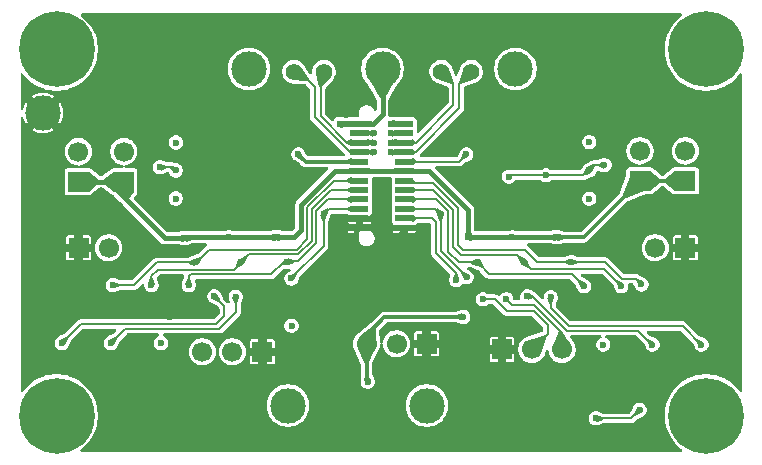
<source format=gbr>
%TF.GenerationSoftware,KiCad,Pcbnew,9.0.6*%
%TF.CreationDate,2026-01-08T14:37:09-06:00*%
%TF.ProjectId,LVMuxPCB,4c564d75-7850-4434-922e-6b696361645f,rev?*%
%TF.SameCoordinates,Original*%
%TF.FileFunction,Copper,L2,Bot*%
%TF.FilePolarity,Positive*%
%FSLAX46Y46*%
G04 Gerber Fmt 4.6, Leading zero omitted, Abs format (unit mm)*
G04 Created by KiCad (PCBNEW 9.0.6) date 2026-01-08 14:37:09*
%MOMM*%
%LPD*%
G01*
G04 APERTURE LIST*
%TA.AperFunction,ComponentPad*%
%ADD10R,1.700000X1.700000*%
%TD*%
%TA.AperFunction,ComponentPad*%
%ADD11C,1.700000*%
%TD*%
%TA.AperFunction,ComponentPad*%
%ADD12C,3.600000*%
%TD*%
%TA.AperFunction,ConnectorPad*%
%ADD13C,6.400000*%
%TD*%
%TA.AperFunction,ComponentPad*%
%ADD14C,1.400000*%
%TD*%
%TA.AperFunction,ComponentPad*%
%ADD15C,3.000000*%
%TD*%
%TA.AperFunction,SMDPad,CuDef*%
%ADD16R,1.500000X0.550000*%
%TD*%
%TA.AperFunction,ViaPad*%
%ADD17C,0.600000*%
%TD*%
%TA.AperFunction,ViaPad*%
%ADD18C,0.500000*%
%TD*%
%TA.AperFunction,Conductor*%
%ADD19C,0.400000*%
%TD*%
%TA.AperFunction,Conductor*%
%ADD20C,0.300000*%
%TD*%
%TA.AperFunction,Conductor*%
%ADD21C,0.200000*%
%TD*%
G04 APERTURE END LIST*
D10*
%TO.P,JP3,1,A*%
%TO.N,GND*%
X188330000Y-62200000D03*
D11*
%TO.P,JP3,2,C*%
%TO.N,/DISABLE1*%
X185790000Y-62200000D03*
%TO.P,JP3,3,B*%
%TO.N,/FAULT1*%
X183250000Y-62200000D03*
%TD*%
D12*
%TO.P,MH2,1,1*%
%TO.N,unconnected-(MH2-Pad1)_2*%
X225900000Y-36600000D03*
D13*
%TO.N,unconnected-(MH2-Pad1)*%
X225900000Y-36600000D03*
%TD*%
D10*
%TO.P,JP9,1,A*%
%TO.N,+3.3V*%
X224150000Y-47730000D03*
D11*
%TO.P,JP9,2,B*%
%TO.N,/UVR2*%
X224150000Y-45190000D03*
%TD*%
D14*
%TO.P,TP20,1,1*%
%TO.N,/GATE1*%
X191000000Y-38500000D03*
%TO.P,TP20,2,2*%
%TO.N,/SOURCE1*%
X193540000Y-38500000D03*
%TD*%
D15*
%TO.P,TP9,1,1*%
%TO.N,/V2*%
X209750000Y-38250000D03*
%TD*%
D10*
%TO.P,JP5,1,A*%
%TO.N,GND*%
X224130000Y-53400000D03*
D11*
%TO.P,JP5,2,B*%
%TO.N,/OV2*%
X221590000Y-53400000D03*
%TD*%
D10*
%TO.P,JP4,1,A*%
%TO.N,GND*%
X172770000Y-53400000D03*
D11*
%TO.P,JP4,2,B*%
%TO.N,/OV1*%
X175310000Y-53400000D03*
%TD*%
D12*
%TO.P,MH3,1,1*%
%TO.N,unconnected-(MH3-Pad1)_2*%
X170900000Y-67600000D03*
D13*
%TO.N,unconnected-(MH3-Pad1)_1*%
X170900000Y-67600000D03*
%TD*%
D15*
%TO.P,TP10,1,1*%
%TO.N,/CPOREF*%
X198500000Y-38250000D03*
%TD*%
D12*
%TO.P,MH1,1,1*%
%TO.N,unconnected-(MH1-Pad1)_1*%
X170900000Y-36600000D03*
D13*
%TO.N,unconnected-(MH1-Pad1)*%
X170900000Y-36600000D03*
%TD*%
D12*
%TO.P,MH4,1,1*%
%TO.N,unconnected-(MH4-Pad1)_1*%
X225900000Y-67600000D03*
D13*
%TO.N,unconnected-(MH4-Pad1)*%
X225900000Y-67600000D03*
%TD*%
D10*
%TO.P,JP8,1,A*%
%TO.N,+3.3V*%
X172750000Y-47790000D03*
D11*
%TO.P,JP8,2,B*%
%TO.N,/UVR1*%
X172750000Y-45250000D03*
%TD*%
D10*
%TO.P,JP6,1,A*%
%TO.N,+3.3V*%
X176600000Y-47790000D03*
D11*
%TO.P,JP6,2,B*%
%TO.N,/UVF1*%
X176600000Y-45250000D03*
%TD*%
D15*
%TO.P,TP11,1,1*%
%TO.N,GND*%
X169750000Y-42000000D03*
%TD*%
D14*
%TO.P,TP21,1,1*%
%TO.N,/GATE2*%
X206000000Y-38500000D03*
%TO.P,TP21,2,2*%
%TO.N,/SOURCE2*%
X203460000Y-38500000D03*
%TD*%
D10*
%TO.P,JP7,1,A*%
%TO.N,+3.3V*%
X220300000Y-47730000D03*
D11*
%TO.P,JP7,2,B*%
%TO.N,/UVF2*%
X220300000Y-45190000D03*
%TD*%
D15*
%TO.P,TP12,1,1*%
%TO.N,/SHDN*%
X202250000Y-66750000D03*
%TD*%
%TO.P,TP8,1,1*%
%TO.N,/V1*%
X187200000Y-38250000D03*
%TD*%
%TO.P,TP1,1,1*%
%TO.N,/INTVCC*%
X190500000Y-66750000D03*
%TD*%
D10*
%TO.P,JP2,1,A*%
%TO.N,GND*%
X202230000Y-61525000D03*
D11*
%TO.P,JP2,2,C*%
%TO.N,/RETRY*%
X199690000Y-61525000D03*
%TO.P,JP2,3,B*%
%TO.N,/INTVCC*%
X197150000Y-61525000D03*
%TD*%
D10*
%TO.P,JP1,1,A*%
%TO.N,GND*%
X208620000Y-62000000D03*
D11*
%TO.P,JP1,2,C*%
%TO.N,/DISABLE2*%
X211160000Y-62000000D03*
%TO.P,JP1,3,B*%
%TO.N,/FAULT2*%
X213700000Y-62000000D03*
%TD*%
D16*
%TO.P,J1,1,1*%
%TO.N,GND*%
X200350000Y-51700000D03*
%TO.P,J1,2,2*%
X196550000Y-51700000D03*
%TO.P,J1,3,3*%
%TO.N,/SHDNOUT*%
X200350000Y-50900000D03*
%TO.P,J1,4,4*%
%TO.N,GND*%
X196550000Y-50900000D03*
%TO.P,J1,5,5*%
%TO.N,/DISABLE2*%
X200350000Y-50100000D03*
%TO.P,J1,6,6*%
%TO.N,/DISABLE1*%
X196550000Y-50100000D03*
%TO.P,J1,7,7*%
%TO.N,/IO_CONN/FTL2*%
X200350000Y-49300000D03*
%TO.P,J1,8,8*%
%TO.N,/IO_CONN/FTL1*%
X196550000Y-49300000D03*
%TO.P,J1,9,9*%
%TO.N,/IO_CONN/VDL2*%
X200350000Y-48500000D03*
%TO.P,J1,10,10*%
%TO.N,/IO_CONN/VDL1*%
X196550000Y-48500000D03*
%TO.P,J1,11,11*%
%TO.N,/IO_CONN/CHL2*%
X200350000Y-47700000D03*
%TO.P,J1,12,12*%
%TO.N,/IO_CONN/CHL1*%
X196550000Y-47700000D03*
%TO.P,J1,13,13*%
%TO.N,+3.3V*%
X200350000Y-46900000D03*
%TO.P,J1,14,14*%
X196550000Y-46900000D03*
%TO.P,J1,15,15*%
%TO.N,/V2*%
X200350000Y-46100000D03*
%TO.P,J1,16,16*%
%TO.N,/V1*%
X196550000Y-46100000D03*
%TO.P,J1,17,17*%
%TO.N,/GATE2*%
X200350000Y-45300000D03*
%TO.P,J1,18,18*%
%TO.N,/GATE1*%
X196550000Y-45300000D03*
%TO.P,J1,19,19*%
%TO.N,/SOURCE2*%
X200350000Y-44500000D03*
%TO.P,J1,20,20*%
%TO.N,/SOURCE1*%
X196550000Y-44500000D03*
%TO.P,J1,21,21*%
%TO.N,/SENSE2*%
X200350000Y-43700000D03*
%TO.P,J1,22,22*%
%TO.N,/SENSE1*%
X196550000Y-43700000D03*
%TO.P,J1,23,23*%
%TO.N,/OUT2*%
X200350000Y-42900000D03*
%TO.P,J1,24,24*%
%TO.N,/CPOREF*%
X196550000Y-42900000D03*
%TD*%
D17*
%TO.N,/CPOREF*%
X194875735Y-42924265D03*
%TO.N,GND*%
X197500000Y-70100000D03*
X175700000Y-34100000D03*
X196300000Y-70100000D03*
D18*
X181250000Y-51500000D03*
D17*
X212900000Y-70100000D03*
X209300000Y-70100000D03*
X195100000Y-70100000D03*
X208100000Y-70100000D03*
X201000000Y-70100000D03*
X189100000Y-70100000D03*
X168500000Y-62300000D03*
X168500000Y-48100000D03*
X228200000Y-41000000D03*
X228200000Y-58800000D03*
X220800000Y-34100000D03*
X228200000Y-50400000D03*
X218800000Y-70100000D03*
X193900000Y-70100000D03*
X228200000Y-43400000D03*
X168500000Y-54000000D03*
X191500000Y-70100000D03*
X220000000Y-70100000D03*
X203700000Y-44100000D03*
X199500000Y-52750000D03*
X228200000Y-51600000D03*
X168500000Y-55200000D03*
X198600000Y-70100000D03*
D18*
X218000000Y-53500000D03*
D17*
X168500000Y-56400000D03*
D18*
X219250000Y-52500000D03*
X216750000Y-52500000D03*
D17*
X198500000Y-56750000D03*
X207000000Y-70100000D03*
X228200000Y-54000000D03*
X210500000Y-70100000D03*
X168500000Y-44500000D03*
X228200000Y-45700000D03*
X228200000Y-56400000D03*
X221200000Y-70100000D03*
X228200000Y-46900000D03*
X218662500Y-58300000D03*
X168500000Y-58800000D03*
X203400000Y-70100000D03*
X211700000Y-70100000D03*
X200000000Y-41500000D03*
X214100000Y-70100000D03*
X205800000Y-70100000D03*
X228200000Y-61100000D03*
X228200000Y-49300000D03*
X168500000Y-51600000D03*
X228200000Y-57600000D03*
X168500000Y-45700000D03*
X228200000Y-55200000D03*
X190300000Y-70100000D03*
X228200000Y-59900000D03*
X168500000Y-63500000D03*
X168500000Y-57600000D03*
X204600000Y-70100000D03*
X168500000Y-59900000D03*
X228200000Y-63500000D03*
D18*
X180250000Y-50500000D03*
D17*
X217600000Y-70100000D03*
X168500000Y-52800000D03*
X228200000Y-52800000D03*
X203700000Y-44800000D03*
X202250000Y-56500000D03*
X168500000Y-49300000D03*
X192700000Y-70100000D03*
D18*
X218000000Y-52500000D03*
D17*
X215300000Y-70100000D03*
X228200000Y-48100000D03*
X228200000Y-42200000D03*
X168500000Y-46900000D03*
X180500000Y-59249000D03*
X228200000Y-44500000D03*
D18*
X216750000Y-53500000D03*
D17*
X199800000Y-70100000D03*
X215500000Y-58300000D03*
D18*
X180250000Y-51500000D03*
D17*
X228200000Y-62300000D03*
D18*
X181250000Y-50500000D03*
D17*
X216500000Y-70100000D03*
D18*
X219250000Y-53500000D03*
D17*
X196975000Y-53750000D03*
X168500000Y-61100000D03*
X201427349Y-41497552D03*
X168500000Y-50400000D03*
X176900000Y-34100000D03*
X202200000Y-70100000D03*
X222000000Y-34100000D03*
%TO.N,/INTVCC*%
X220259716Y-67136186D03*
X205330000Y-59250000D03*
X197240000Y-64750000D03*
X190800000Y-60000000D03*
X216550000Y-67840000D03*
%TO.N,/IO_CONN/VDL2*%
X210471500Y-54618000D03*
X218722500Y-56650000D03*
%TO.N,/IO_CONN/VDL1*%
X186549960Y-54616000D03*
X178937500Y-56575000D03*
%TO.N,/IO_CONN/FTL2*%
X206570000Y-54640000D03*
X215562500Y-56650000D03*
%TO.N,/IO_CONN/FTL1*%
X182100000Y-56568294D03*
X190400000Y-54582000D03*
%TO.N,/FAULT1*%
X179750000Y-61450000D03*
%TO.N,/DISABLE1*%
X193510098Y-50550000D03*
X190790245Y-55990245D03*
%TO.N,/CH1*%
X184250000Y-57500000D03*
X171350000Y-61450000D03*
%TO.N,/DISABLE2*%
X205612500Y-55887500D03*
X203425502Y-50550000D03*
X207000000Y-57750000D03*
%TO.N,/VALID1*%
X175500000Y-61450000D03*
X186075000Y-57534907D03*
%TO.N,/CH2*%
X212750000Y-57600000D03*
X225500000Y-61600000D03*
%TO.N,/VALID2*%
X210750000Y-57500000D03*
X221350000Y-61600000D03*
%TO.N,/FAULT2*%
X217200000Y-61600000D03*
X208975000Y-57747109D03*
%TO.N,/SHDNOUT*%
X204730000Y-56127340D03*
%TO.N,/V1*%
X191364216Y-45485784D03*
%TO.N,/UVR2*%
X217288846Y-46398936D03*
X216000000Y-46825000D03*
X212350000Y-47250000D03*
X209207413Y-47375000D03*
%TO.N,/V2*%
X205592968Y-45492968D03*
%TO.N,/UVF1*%
X181012500Y-44487500D03*
%TO.N,+3.3V*%
X205750000Y-52500000D03*
X209500000Y-52500000D03*
X213250000Y-52500000D03*
X189500000Y-52500000D03*
X185500000Y-52500000D03*
X181766040Y-52592960D03*
%TO.N,/SENSE1*%
X197750000Y-43700000D03*
%TO.N,/SENSE2*%
X199250000Y-43700000D03*
%TO.N,/UVF2*%
X216000000Y-44450000D03*
%TO.N,/UVR1*%
X179649000Y-46568100D03*
X181000000Y-46850000D03*
%TO.N,/GATE1*%
X197750000Y-45300000D03*
%TO.N,/GATE2*%
X199250000Y-45300003D03*
%TO.N,/SOURCE2*%
X199250000Y-44500000D03*
%TO.N,/OV1*%
X181000000Y-49225000D03*
%TO.N,/SOURCE1*%
X197750000Y-44500000D03*
%TO.N,/OV2*%
X216000000Y-49250000D03*
%TO.N,/IO_CONN/CHL2*%
X214490000Y-54600000D03*
X220425000Y-56500000D03*
%TO.N,/IO_CONN/CHL1*%
X175687500Y-56550000D03*
X182716000Y-54624960D03*
%TO.N,/OUT2*%
X199250000Y-42900000D03*
%TD*%
D19*
%TO.N,/CPOREF*%
X194900000Y-42900000D02*
X196550000Y-42900000D01*
X197700000Y-42900000D02*
X198500000Y-42100000D01*
X198500000Y-42100000D02*
X198500000Y-38250000D01*
X196550000Y-42900000D02*
X197700000Y-42900000D01*
X194875735Y-42924265D02*
X194900000Y-42900000D01*
%TO.N,GND*%
X196274000Y-53274000D02*
X196274000Y-51976000D01*
X200350000Y-51700000D02*
X200350000Y-51900000D01*
X196750000Y-53750000D02*
X196274000Y-53274000D01*
X200350000Y-51900000D02*
X199500000Y-52750000D01*
X196274000Y-51976000D02*
X196550000Y-51700000D01*
X196975000Y-53750000D02*
X196750000Y-53750000D01*
D20*
%TO.N,/INTVCC*%
X205330000Y-59250000D02*
X198650000Y-59250000D01*
D21*
X217173744Y-67850000D02*
X219545902Y-67850000D01*
X217163744Y-67840000D02*
X217173744Y-67850000D01*
X216550000Y-67840000D02*
X217163744Y-67840000D01*
D20*
X197150000Y-64660000D02*
X197150000Y-60750000D01*
X198650000Y-59250000D02*
X197150000Y-60750000D01*
D21*
X219545902Y-67850000D02*
X220259716Y-67136186D01*
D20*
X197240000Y-64750000D02*
X197150000Y-64660000D01*
D21*
%TO.N,/IO_CONN/VDL2*%
X217272500Y-55200000D02*
X218722500Y-56650000D01*
X209850000Y-53980000D02*
X210471500Y-54601500D01*
X204451000Y-53301000D02*
X204451000Y-50158455D01*
X209850000Y-53980000D02*
X205130000Y-53980000D01*
X204451000Y-50158455D02*
X202792545Y-48500000D01*
X210471500Y-54601500D02*
X210471500Y-54618000D01*
X202792545Y-48500000D02*
X200350000Y-48500000D01*
X211054500Y-55201000D02*
X217271500Y-55201000D01*
X210471500Y-54618000D02*
X211054500Y-55201000D01*
X205130000Y-53980000D02*
X204451000Y-53301000D01*
X217271500Y-55201000D02*
X217272500Y-55200000D01*
%TO.N,/IO_CONN/VDL1*%
X185925000Y-55250000D02*
X186549960Y-54625040D01*
X192508098Y-50134957D02*
X194143055Y-48500000D01*
X192508098Y-52824802D02*
X192508098Y-50134957D01*
X178937500Y-55812500D02*
X179500000Y-55250000D01*
X186559000Y-54616000D02*
X187225000Y-53950000D01*
X178937500Y-56575000D02*
X178937500Y-55812500D01*
X186549960Y-54616000D02*
X186559000Y-54616000D01*
X179500000Y-55250000D02*
X185925000Y-55250000D01*
X186549960Y-54625040D02*
X186549960Y-54616000D01*
X191382900Y-53950000D02*
X192508098Y-52824802D01*
X194143055Y-48500000D02*
X196550000Y-48500000D01*
X187225000Y-53950000D02*
X191382900Y-53950000D01*
%TO.N,/IO_CONN/FTL2*%
X200350000Y-49300000D02*
X203025445Y-49300000D01*
X204940000Y-54640000D02*
X206570000Y-54640000D01*
X204050000Y-53750000D02*
X204940000Y-54640000D01*
X206570000Y-54640000D02*
X207532000Y-55602000D01*
X204050000Y-50324555D02*
X204050000Y-53750000D01*
X207532000Y-55602000D02*
X214514500Y-55602000D01*
X214514500Y-55602000D02*
X215562500Y-56650000D01*
X203025445Y-49300000D02*
X204050000Y-50324555D01*
%TO.N,/IO_CONN/FTL1*%
X192909098Y-52990902D02*
X192909098Y-50301057D01*
X182100000Y-55825000D02*
X182275000Y-55650000D01*
X193910155Y-49300000D02*
X196550000Y-49300000D01*
X189050000Y-55650000D02*
X190118000Y-54582000D01*
X190118000Y-54582000D02*
X190400000Y-54582000D01*
X192909098Y-50301057D02*
X193910155Y-49300000D01*
X190400000Y-54582000D02*
X190432000Y-54550000D01*
X182100000Y-56568294D02*
X182100000Y-55825000D01*
X190432000Y-54550000D02*
X191350000Y-54550000D01*
X182275000Y-55650000D02*
X189050000Y-55650000D01*
X191350000Y-54550000D02*
X192909098Y-52990902D01*
%TO.N,/DISABLE1*%
X190790245Y-55990245D02*
X193510098Y-53270392D01*
X193510098Y-53270392D02*
X193510098Y-50550000D01*
X196550000Y-50100000D02*
X193960098Y-50100000D01*
X193960098Y-50100000D02*
X193510098Y-50550000D01*
%TO.N,/CH1*%
X185100000Y-59150000D02*
X184401000Y-59849000D01*
X184401000Y-59849000D02*
X172951000Y-59849000D01*
X185100000Y-58350000D02*
X185100000Y-59150000D01*
X184250000Y-57500000D02*
X185100000Y-58350000D01*
X172951000Y-59849000D02*
X171350000Y-61450000D01*
%TO.N,/DISABLE2*%
X200350000Y-50100000D02*
X202975502Y-50100000D01*
X203425502Y-53700502D02*
X203425502Y-50550000D01*
X208000000Y-57750000D02*
X209000000Y-58750000D01*
X209000000Y-58750000D02*
X211298700Y-58750000D01*
X205612500Y-55887500D02*
X203425502Y-53700502D01*
X207000000Y-57750000D02*
X208000000Y-57750000D01*
X212500000Y-60660000D02*
X211160000Y-62000000D01*
X211298700Y-58750000D02*
X212500000Y-59951300D01*
X212500000Y-59951300D02*
X212500000Y-60660000D01*
X202975502Y-50100000D02*
X203425502Y-50550000D01*
%TO.N,/VALID1*%
X186075000Y-57534907D02*
X186075000Y-58850000D01*
X176700000Y-60250000D02*
X175500000Y-61450000D01*
X186075000Y-58850000D02*
X184675000Y-60250000D01*
X184675000Y-60250000D02*
X176700000Y-60250000D01*
%TO.N,/CH2*%
X214250000Y-60000000D02*
X223900000Y-60000000D01*
X212750000Y-57600000D02*
X212750000Y-58500000D01*
X212750000Y-58500000D02*
X214250000Y-60000000D01*
X223900000Y-60000000D02*
X225500000Y-61600000D01*
%TO.N,/VALID2*%
X220151000Y-60401000D02*
X214083900Y-60401000D01*
X211182900Y-57500000D02*
X210750000Y-57500000D01*
X214083900Y-60401000D02*
X211182900Y-57500000D01*
X221350000Y-61600000D02*
X220151000Y-60401000D01*
%TO.N,/FAULT2*%
X211365800Y-58250000D02*
X209477891Y-58250000D01*
X213700000Y-60584200D02*
X211365800Y-58250000D01*
X213700000Y-62000000D02*
X213700000Y-60584200D01*
X209477891Y-58250000D02*
X208975000Y-57747109D01*
%TO.N,/SHDNOUT*%
X200350000Y-50900000D02*
X202700000Y-50900000D01*
X203000000Y-53690000D02*
X203024502Y-53714502D01*
X203024502Y-53866602D02*
X204730000Y-55572100D01*
X203000000Y-51200000D02*
X203000000Y-53690000D01*
X204730000Y-55572100D02*
X204730000Y-56127340D01*
X203024502Y-53714502D02*
X203024502Y-53866602D01*
X202700000Y-50900000D02*
X203000000Y-51200000D01*
D20*
%TO.N,/V1*%
X196550000Y-46100000D02*
X191978432Y-46100000D01*
X191978432Y-46100000D02*
X191364216Y-45485784D01*
D21*
%TO.N,/UVR2*%
X215925000Y-46825000D02*
X216000000Y-46825000D01*
X217288846Y-46398936D02*
X216500000Y-46398936D01*
X209332413Y-47250000D02*
X212350000Y-47250000D01*
X215500000Y-47250000D02*
X215925000Y-46825000D01*
X212350000Y-47250000D02*
X215500000Y-47250000D01*
X216426064Y-46398936D02*
X216000000Y-46825000D01*
X216500000Y-46398936D02*
X216351064Y-46398936D01*
X216351064Y-46398936D02*
X215500000Y-47250000D01*
X216500000Y-46398936D02*
X216426064Y-46398936D01*
X209207413Y-47375000D02*
X209332413Y-47250000D01*
%TO.N,/V2*%
X200350000Y-46100000D02*
X204985936Y-46100000D01*
X204985936Y-46100000D02*
X205592968Y-45492968D01*
D19*
%TO.N,+3.3V*%
X189500000Y-52500000D02*
X191000000Y-52500000D01*
X181859000Y-52500000D02*
X181766040Y-52592960D01*
X176600000Y-49100000D02*
X180092960Y-52592960D01*
X194467434Y-46900000D02*
X196550000Y-46900000D01*
X191606098Y-49761336D02*
X194467434Y-46900000D01*
D20*
X213250000Y-52500000D02*
X215530000Y-52500000D01*
D19*
X180092960Y-52592960D02*
X181766040Y-52592960D01*
X189500000Y-52500000D02*
X181859000Y-52500000D01*
X176600000Y-47790000D02*
X176600000Y-49100000D01*
X205750000Y-50181834D02*
X205750000Y-52500000D01*
D20*
X220300000Y-47730000D02*
X224150000Y-47730000D01*
D19*
X200350000Y-46900000D02*
X202468166Y-46900000D01*
X196550000Y-46900000D02*
X200350000Y-46900000D01*
X191000000Y-52500000D02*
X191606098Y-51893902D01*
X191606098Y-51893902D02*
X191606098Y-49761336D01*
X172750000Y-47790000D02*
X176600000Y-47790000D01*
D20*
X215530000Y-52500000D02*
X220300000Y-47730000D01*
D19*
X202468166Y-46900000D02*
X205750000Y-50181834D01*
X205750000Y-52500000D02*
X213250000Y-52500000D01*
D21*
%TO.N,/SENSE1*%
X197750000Y-43700000D02*
X196550000Y-43700000D01*
%TO.N,/SENSE2*%
X200350000Y-43700000D02*
X199250000Y-43700000D01*
%TO.N,/UVR1*%
X179649000Y-46568100D02*
X180718100Y-46568100D01*
X180718100Y-46568100D02*
X181000000Y-46850000D01*
%TO.N,/GATE1*%
X191500000Y-38500000D02*
X190850000Y-38500000D01*
X197750000Y-45300000D02*
X196550000Y-45300000D01*
X197750000Y-45300000D02*
X195723000Y-45300000D01*
X192750000Y-42327000D02*
X192750000Y-39750000D01*
X192750000Y-39750000D02*
X191500000Y-38500000D01*
X195723000Y-45300000D02*
X192750000Y-42327000D01*
%TO.N,/GATE2*%
X199250000Y-45300003D02*
X199250003Y-45300000D01*
X205000000Y-39500000D02*
X205000000Y-41600000D01*
X199250003Y-45300000D02*
X200350000Y-45300000D01*
X201300000Y-45300000D02*
X200350000Y-45300000D01*
X205000000Y-41600000D02*
X201300000Y-45300000D01*
X206000000Y-38500000D02*
X205000000Y-39500000D01*
%TO.N,/SOURCE2*%
X200350000Y-44500000D02*
X201300000Y-44500000D01*
X199250000Y-44500000D02*
X200350000Y-44500000D01*
X204500000Y-39540000D02*
X203460000Y-38500000D01*
X204500000Y-41300000D02*
X204500000Y-39540000D01*
X201300000Y-44500000D02*
X204500000Y-41300000D01*
%TO.N,/SOURCE1*%
X193250000Y-38790000D02*
X193540000Y-38500000D01*
X197750000Y-44500000D02*
X196550000Y-44500000D01*
X196550000Y-44500000D02*
X195490100Y-44500000D01*
X193250000Y-42259900D02*
X193250000Y-38790000D01*
X195490100Y-44500000D02*
X193250000Y-42259900D01*
%TO.N,/IO_CONN/CHL2*%
X211600000Y-54600000D02*
X210580000Y-53580000D01*
X214490000Y-54600000D02*
X211600000Y-54600000D01*
X210580000Y-53580000D02*
X205297100Y-53580000D01*
X200350000Y-47924000D02*
X200350000Y-47700000D01*
X219925000Y-56000000D02*
X218750000Y-56000000D01*
X205297100Y-53580000D02*
X204852000Y-53134900D01*
X202783645Y-47924000D02*
X200350000Y-47924000D01*
X217350000Y-54600000D02*
X214490000Y-54600000D01*
X204852000Y-49992355D02*
X202783645Y-47924000D01*
X220425000Y-56500000D02*
X219925000Y-56000000D01*
X204852000Y-53134900D02*
X204852000Y-49992355D01*
X218750000Y-56000000D02*
X217350000Y-54600000D01*
%TO.N,/IO_CONN/CHL1*%
X186732900Y-53550000D02*
X186733900Y-53549000D01*
X182715960Y-54625000D02*
X182716000Y-54624960D01*
X192107098Y-49968857D02*
X194375955Y-47700000D01*
X182716000Y-54624960D02*
X182750040Y-54624960D01*
X186733900Y-53549000D02*
X191216800Y-53549000D01*
X192107098Y-52658702D02*
X192107098Y-49968857D01*
X179375000Y-54625000D02*
X182715960Y-54625000D01*
X194375955Y-47700000D02*
X196550000Y-47700000D01*
X175687500Y-56550000D02*
X177450000Y-56550000D01*
X177450000Y-56550000D02*
X179375000Y-54625000D01*
X182750040Y-54624960D02*
X183825000Y-53550000D01*
X191216800Y-53549000D02*
X192107098Y-52658702D01*
X183825000Y-53550000D02*
X186732900Y-53550000D01*
D19*
%TO.N,/OUT2*%
X200350000Y-42900000D02*
X199250000Y-42900000D01*
%TD*%
%TA.AperFunction,Conductor*%
%TO.N,GND*%
G36*
X223821431Y-33570185D02*
G01*
X223867186Y-33622989D01*
X223877130Y-33692147D01*
X223848105Y-33755703D01*
X223823283Y-33777602D01*
X223812248Y-33784974D01*
X223812234Y-33784985D01*
X223546367Y-34003176D01*
X223303176Y-34246367D01*
X223084985Y-34512234D01*
X223084975Y-34512248D01*
X222893904Y-34798206D01*
X222893893Y-34798224D01*
X222731772Y-35101530D01*
X222731770Y-35101535D01*
X222600150Y-35419293D01*
X222500308Y-35748427D01*
X222433210Y-36085750D01*
X222399500Y-36428034D01*
X222399500Y-36771965D01*
X222433210Y-37114249D01*
X222500308Y-37451572D01*
X222600150Y-37780706D01*
X222693219Y-38005394D01*
X222724319Y-38080477D01*
X222731770Y-38098464D01*
X222731772Y-38098469D01*
X222893893Y-38401775D01*
X222893904Y-38401793D01*
X223084975Y-38687751D01*
X223084985Y-38687765D01*
X223303176Y-38953632D01*
X223546367Y-39196823D01*
X223546372Y-39196827D01*
X223546373Y-39196828D01*
X223812240Y-39415019D01*
X224098213Y-39606100D01*
X224098222Y-39606105D01*
X224098224Y-39606106D01*
X224401530Y-39768227D01*
X224401532Y-39768227D01*
X224401538Y-39768231D01*
X224719295Y-39899850D01*
X225048422Y-39999690D01*
X225385750Y-40066789D01*
X225728031Y-40100500D01*
X225728034Y-40100500D01*
X226071966Y-40100500D01*
X226071969Y-40100500D01*
X226414250Y-40066789D01*
X226751578Y-39999690D01*
X227080705Y-39899850D01*
X227398462Y-39768231D01*
X227701787Y-39606100D01*
X227987760Y-39415019D01*
X228253627Y-39196828D01*
X228496828Y-38953627D01*
X228715019Y-38687760D01*
X228722396Y-38676718D01*
X228776007Y-38631912D01*
X228845332Y-38623203D01*
X228908360Y-38653356D01*
X228945081Y-38712798D01*
X228949500Y-38745607D01*
X228949500Y-65454392D01*
X228929815Y-65521431D01*
X228877011Y-65567186D01*
X228807853Y-65577130D01*
X228744297Y-65548105D01*
X228722398Y-65523283D01*
X228715025Y-65512248D01*
X228715014Y-65512234D01*
X228617500Y-65393412D01*
X228496828Y-65246373D01*
X228496827Y-65246372D01*
X228496823Y-65246367D01*
X228253632Y-65003176D01*
X227987765Y-64784985D01*
X227987764Y-64784984D01*
X227987760Y-64784981D01*
X227701787Y-64593900D01*
X227701782Y-64593897D01*
X227701775Y-64593893D01*
X227398469Y-64431772D01*
X227398464Y-64431770D01*
X227080706Y-64300150D01*
X226751572Y-64200308D01*
X226414248Y-64133210D01*
X226414249Y-64133210D01*
X226156456Y-64107821D01*
X226071969Y-64099500D01*
X225728031Y-64099500D01*
X225649966Y-64107188D01*
X225385750Y-64133210D01*
X225048427Y-64200308D01*
X224719293Y-64300150D01*
X224401535Y-64431770D01*
X224401530Y-64431772D01*
X224098224Y-64593893D01*
X224098206Y-64593904D01*
X223812248Y-64784975D01*
X223812234Y-64784985D01*
X223546367Y-65003176D01*
X223303176Y-65246367D01*
X223084985Y-65512234D01*
X223084975Y-65512248D01*
X222893904Y-65798206D01*
X222893893Y-65798224D01*
X222731772Y-66101530D01*
X222731770Y-66101535D01*
X222600150Y-66419293D01*
X222500308Y-66748427D01*
X222433210Y-67085750D01*
X222413191Y-67289021D01*
X222405416Y-67367969D01*
X222399500Y-67428034D01*
X222399500Y-67771965D01*
X222433210Y-68114249D01*
X222500308Y-68451572D01*
X222600150Y-68780706D01*
X222731770Y-69098464D01*
X222731772Y-69098469D01*
X222893893Y-69401775D01*
X222893904Y-69401793D01*
X223084975Y-69687751D01*
X223084985Y-69687765D01*
X223303176Y-69953632D01*
X223546367Y-70196823D01*
X223812234Y-70415014D01*
X223812248Y-70415025D01*
X223823283Y-70422398D01*
X223868088Y-70476011D01*
X223876795Y-70545336D01*
X223846640Y-70608363D01*
X223787197Y-70645082D01*
X223754392Y-70649500D01*
X173045608Y-70649500D01*
X172978569Y-70629815D01*
X172932814Y-70577011D01*
X172922870Y-70507853D01*
X172951895Y-70444297D01*
X172976717Y-70422398D01*
X172987751Y-70415025D01*
X172987750Y-70415025D01*
X172987760Y-70415019D01*
X173253627Y-70196828D01*
X173496828Y-69953627D01*
X173715019Y-69687760D01*
X173906100Y-69401787D01*
X174068231Y-69098462D01*
X174199850Y-68780705D01*
X174299690Y-68451578D01*
X174366789Y-68114250D01*
X174400500Y-67771969D01*
X174400500Y-67428031D01*
X174366789Y-67085750D01*
X174299690Y-66748422D01*
X174264372Y-66631995D01*
X188699500Y-66631995D01*
X188699500Y-66868004D01*
X188699501Y-66868020D01*
X188730306Y-67102010D01*
X188791394Y-67329993D01*
X188881714Y-67548045D01*
X188881719Y-67548056D01*
X188916449Y-67608209D01*
X188999727Y-67752450D01*
X188999729Y-67752453D01*
X188999730Y-67752454D01*
X189143406Y-67939697D01*
X189143412Y-67939704D01*
X189310295Y-68106587D01*
X189310301Y-68106592D01*
X189497550Y-68250273D01*
X189619218Y-68320518D01*
X189701943Y-68368280D01*
X189701948Y-68368282D01*
X189701951Y-68368284D01*
X189920007Y-68458606D01*
X190147986Y-68519693D01*
X190381989Y-68550500D01*
X190381996Y-68550500D01*
X190618004Y-68550500D01*
X190618011Y-68550500D01*
X190852014Y-68519693D01*
X191079993Y-68458606D01*
X191298049Y-68368284D01*
X191502450Y-68250273D01*
X191689699Y-68106592D01*
X191856592Y-67939699D01*
X192000273Y-67752450D01*
X192118284Y-67548049D01*
X192208606Y-67329993D01*
X192269693Y-67102014D01*
X192300500Y-66868011D01*
X192300500Y-66631995D01*
X200449500Y-66631995D01*
X200449500Y-66868004D01*
X200449501Y-66868020D01*
X200480306Y-67102010D01*
X200541394Y-67329993D01*
X200631714Y-67548045D01*
X200631719Y-67548056D01*
X200666449Y-67608209D01*
X200749727Y-67752450D01*
X200749729Y-67752453D01*
X200749730Y-67752454D01*
X200893406Y-67939697D01*
X200893412Y-67939704D01*
X201060295Y-68106587D01*
X201060301Y-68106592D01*
X201247550Y-68250273D01*
X201369218Y-68320518D01*
X201451943Y-68368280D01*
X201451948Y-68368282D01*
X201451951Y-68368284D01*
X201670007Y-68458606D01*
X201897986Y-68519693D01*
X202131989Y-68550500D01*
X202131996Y-68550500D01*
X202368004Y-68550500D01*
X202368011Y-68550500D01*
X202602014Y-68519693D01*
X202829993Y-68458606D01*
X203048049Y-68368284D01*
X203252450Y-68250273D01*
X203439699Y-68106592D01*
X203606592Y-67939699D01*
X203743756Y-67760943D01*
X215949500Y-67760943D01*
X215949500Y-67919057D01*
X215955033Y-67939704D01*
X215990423Y-68071783D01*
X215990426Y-68071790D01*
X216069475Y-68208709D01*
X216069479Y-68208714D01*
X216069480Y-68208716D01*
X216181284Y-68320520D01*
X216181286Y-68320521D01*
X216181290Y-68320524D01*
X216318209Y-68399573D01*
X216318216Y-68399577D01*
X216470943Y-68440500D01*
X216470945Y-68440500D01*
X216629055Y-68440500D01*
X216629057Y-68440500D01*
X216704800Y-68420204D01*
X216725424Y-68416812D01*
X216747969Y-68408637D01*
X216781784Y-68399577D01*
X216787223Y-68396436D01*
X216806949Y-68387252D01*
X217163637Y-68257926D01*
X217205904Y-68250500D01*
X219598627Y-68250500D01*
X219598629Y-68250500D01*
X219700490Y-68223207D01*
X219791815Y-68170480D01*
X220059619Y-67902674D01*
X220094752Y-67878043D01*
X220464982Y-67704846D01*
X220464982Y-67704845D01*
X220474881Y-67700215D01*
X220491500Y-67695763D01*
X220521821Y-67678257D01*
X220543540Y-67668097D01*
X220563814Y-67657674D01*
X220565324Y-67656825D01*
X220590309Y-67641143D01*
X220590316Y-67641135D01*
X220593580Y-67638512D01*
X220609272Y-67627766D01*
X220628432Y-67616706D01*
X220740236Y-67504902D01*
X220819293Y-67367970D01*
X220860216Y-67215243D01*
X220860216Y-67057129D01*
X220819293Y-66904402D01*
X220798279Y-66868004D01*
X220740240Y-66767476D01*
X220740234Y-66767468D01*
X220628433Y-66655667D01*
X220628425Y-66655661D01*
X220491506Y-66576612D01*
X220491502Y-66576610D01*
X220491500Y-66576609D01*
X220338773Y-66535686D01*
X220180659Y-66535686D01*
X220027932Y-66576609D01*
X220027925Y-66576612D01*
X219891006Y-66655661D01*
X219890998Y-66655667D01*
X219779198Y-66767467D01*
X219779191Y-66767476D01*
X219743053Y-66830065D01*
X219743054Y-66830066D01*
X219739984Y-66835381D01*
X219727804Y-66852361D01*
X219717644Y-66874077D01*
X219714976Y-66878699D01*
X219714975Y-66878702D01*
X219700141Y-66904397D01*
X219700137Y-66904408D01*
X219698513Y-66910467D01*
X219691060Y-66930903D01*
X219517858Y-67301147D01*
X219514975Y-67305257D01*
X219514373Y-67308029D01*
X219493222Y-67336284D01*
X219416328Y-67413180D01*
X219355006Y-67446666D01*
X219328646Y-67449500D01*
X217270116Y-67449500D01*
X217238024Y-67445275D01*
X217216471Y-67439500D01*
X217216470Y-67439500D01*
X217208621Y-67437397D01*
X217208740Y-67436950D01*
X217196290Y-67433912D01*
X216806948Y-67292745D01*
X216806948Y-67292744D01*
X216796672Y-67289018D01*
X216781784Y-67280423D01*
X216747990Y-67271367D01*
X216742963Y-67269545D01*
X216742955Y-67269543D01*
X216739492Y-67268287D01*
X216725408Y-67263180D01*
X216704027Y-67256308D01*
X216702362Y-67255840D01*
X216702355Y-67255838D01*
X216673242Y-67249164D01*
X216673229Y-67249161D01*
X216669015Y-67248702D01*
X216650364Y-67245208D01*
X216629064Y-67239501D01*
X216629058Y-67239500D01*
X216629057Y-67239500D01*
X216470943Y-67239500D01*
X216318216Y-67280423D01*
X216318209Y-67280426D01*
X216181290Y-67359475D01*
X216181282Y-67359481D01*
X216069481Y-67471282D01*
X216069475Y-67471290D01*
X215990426Y-67608209D01*
X215990423Y-67608216D01*
X215949500Y-67760943D01*
X203743756Y-67760943D01*
X203750273Y-67752450D01*
X203868284Y-67548049D01*
X203958606Y-67329993D01*
X204019693Y-67102014D01*
X204050500Y-66868011D01*
X204050500Y-66631989D01*
X204019693Y-66397986D01*
X203958606Y-66170007D01*
X203868284Y-65951951D01*
X203868282Y-65951948D01*
X203868280Y-65951943D01*
X203826118Y-65878918D01*
X203750273Y-65747550D01*
X203691001Y-65670306D01*
X203606593Y-65560302D01*
X203606587Y-65560295D01*
X203439704Y-65393412D01*
X203439697Y-65393406D01*
X203252454Y-65249730D01*
X203252453Y-65249729D01*
X203252450Y-65249727D01*
X203170957Y-65202677D01*
X203048056Y-65131719D01*
X203048045Y-65131714D01*
X202829993Y-65041394D01*
X202687347Y-65003172D01*
X202602014Y-64980307D01*
X202602013Y-64980306D01*
X202602010Y-64980306D01*
X202368020Y-64949501D01*
X202368017Y-64949500D01*
X202368011Y-64949500D01*
X202131989Y-64949500D01*
X202131983Y-64949500D01*
X202131979Y-64949501D01*
X201897989Y-64980306D01*
X201670006Y-65041394D01*
X201451954Y-65131714D01*
X201451943Y-65131719D01*
X201247545Y-65249730D01*
X201060302Y-65393406D01*
X201060295Y-65393412D01*
X200893412Y-65560295D01*
X200893406Y-65560302D01*
X200749730Y-65747545D01*
X200631719Y-65951943D01*
X200631714Y-65951954D01*
X200541394Y-66170006D01*
X200480306Y-66397989D01*
X200449501Y-66631979D01*
X200449500Y-66631995D01*
X192300500Y-66631995D01*
X192300500Y-66631989D01*
X192269693Y-66397986D01*
X192208606Y-66170007D01*
X192118284Y-65951951D01*
X192118282Y-65951948D01*
X192118280Y-65951943D01*
X192076118Y-65878918D01*
X192000273Y-65747550D01*
X191941001Y-65670306D01*
X191856593Y-65560302D01*
X191856587Y-65560295D01*
X191689704Y-65393412D01*
X191689697Y-65393406D01*
X191502454Y-65249730D01*
X191502453Y-65249729D01*
X191502450Y-65249727D01*
X191420957Y-65202677D01*
X191298056Y-65131719D01*
X191298045Y-65131714D01*
X191079993Y-65041394D01*
X190937347Y-65003172D01*
X190852014Y-64980307D01*
X190852013Y-64980306D01*
X190852010Y-64980306D01*
X190618020Y-64949501D01*
X190618017Y-64949500D01*
X190618011Y-64949500D01*
X190381989Y-64949500D01*
X190381983Y-64949500D01*
X190381979Y-64949501D01*
X190147989Y-64980306D01*
X189920006Y-65041394D01*
X189701954Y-65131714D01*
X189701943Y-65131719D01*
X189497545Y-65249730D01*
X189310302Y-65393406D01*
X189310295Y-65393412D01*
X189143412Y-65560295D01*
X189143406Y-65560302D01*
X188999730Y-65747545D01*
X188881719Y-65951943D01*
X188881714Y-65951954D01*
X188791394Y-66170006D01*
X188730306Y-66397989D01*
X188699501Y-66631979D01*
X188699500Y-66631995D01*
X174264372Y-66631995D01*
X174199850Y-66419295D01*
X174068231Y-66101538D01*
X173988276Y-65951954D01*
X173906106Y-65798224D01*
X173906105Y-65798222D01*
X173906100Y-65798213D01*
X173715019Y-65512240D01*
X173496828Y-65246373D01*
X173496827Y-65246372D01*
X173496823Y-65246367D01*
X173253632Y-65003176D01*
X172987765Y-64784985D01*
X172987764Y-64784984D01*
X172987760Y-64784981D01*
X172701787Y-64593900D01*
X172701782Y-64593897D01*
X172701775Y-64593893D01*
X172398469Y-64431772D01*
X172398464Y-64431770D01*
X172080706Y-64300150D01*
X171751572Y-64200308D01*
X171414248Y-64133210D01*
X171414249Y-64133210D01*
X171156456Y-64107821D01*
X171071969Y-64099500D01*
X170728031Y-64099500D01*
X170649966Y-64107188D01*
X170385750Y-64133210D01*
X170048427Y-64200308D01*
X169719293Y-64300150D01*
X169401535Y-64431770D01*
X169401530Y-64431772D01*
X169098224Y-64593893D01*
X169098206Y-64593904D01*
X168812248Y-64784975D01*
X168812234Y-64784985D01*
X168546367Y-65003176D01*
X168303176Y-65246367D01*
X168084985Y-65512234D01*
X168084974Y-65512248D01*
X168077602Y-65523283D01*
X168023989Y-65568088D01*
X167954664Y-65576795D01*
X167891637Y-65546640D01*
X167854918Y-65487197D01*
X167850500Y-65454392D01*
X167850500Y-62109448D01*
X182099500Y-62109448D01*
X182099500Y-62290551D01*
X182127829Y-62469410D01*
X182183787Y-62641636D01*
X182183788Y-62641639D01*
X182266006Y-62802997D01*
X182372441Y-62949494D01*
X182372445Y-62949499D01*
X182500500Y-63077554D01*
X182500505Y-63077558D01*
X182600902Y-63150500D01*
X182647006Y-63183996D01*
X182752484Y-63237740D01*
X182808360Y-63266211D01*
X182808363Y-63266212D01*
X182870457Y-63286387D01*
X182980591Y-63322171D01*
X183063429Y-63335291D01*
X183159449Y-63350500D01*
X183159454Y-63350500D01*
X183340551Y-63350500D01*
X183427259Y-63336765D01*
X183519409Y-63322171D01*
X183691639Y-63266211D01*
X183852994Y-63183996D01*
X183999501Y-63077553D01*
X184127553Y-62949501D01*
X184233996Y-62802994D01*
X184316211Y-62641639D01*
X184372171Y-62469409D01*
X184386422Y-62379425D01*
X184397527Y-62309321D01*
X184427456Y-62246186D01*
X184486768Y-62209255D01*
X184556630Y-62210253D01*
X184614863Y-62248863D01*
X184642473Y-62309321D01*
X184667829Y-62469410D01*
X184723787Y-62641636D01*
X184723788Y-62641639D01*
X184806006Y-62802997D01*
X184912441Y-62949494D01*
X184912445Y-62949499D01*
X185040500Y-63077554D01*
X185040505Y-63077558D01*
X185140902Y-63150500D01*
X185187006Y-63183996D01*
X185292484Y-63237740D01*
X185348360Y-63266211D01*
X185348363Y-63266212D01*
X185410457Y-63286387D01*
X185520591Y-63322171D01*
X185603429Y-63335291D01*
X185699449Y-63350500D01*
X185699454Y-63350500D01*
X185880551Y-63350500D01*
X185967259Y-63336765D01*
X186059409Y-63322171D01*
X186231639Y-63266211D01*
X186392994Y-63183996D01*
X186539501Y-63077553D01*
X186667553Y-62949501D01*
X186773996Y-62802994D01*
X186856211Y-62641639D01*
X186912171Y-62469409D01*
X186924274Y-62392993D01*
X186940500Y-62290551D01*
X186940500Y-62109448D01*
X186921727Y-61990925D01*
X186912171Y-61930591D01*
X186856211Y-61758361D01*
X186856211Y-61758360D01*
X186815802Y-61679055D01*
X186773996Y-61597006D01*
X186728274Y-61534075D01*
X186667558Y-61450505D01*
X186667554Y-61450500D01*
X186547351Y-61330297D01*
X187280000Y-61330297D01*
X187280000Y-61850000D01*
X187972894Y-61850000D01*
X187929901Y-61892993D01*
X187864075Y-62007007D01*
X187830000Y-62134174D01*
X187830000Y-62265826D01*
X187864075Y-62392993D01*
X187929901Y-62507007D01*
X187972894Y-62550000D01*
X187280000Y-62550000D01*
X187280000Y-63069702D01*
X187291602Y-63128033D01*
X187291603Y-63128034D01*
X187335808Y-63194191D01*
X187401965Y-63238396D01*
X187401966Y-63238397D01*
X187460297Y-63249999D01*
X187460301Y-63250000D01*
X187980000Y-63250000D01*
X187980000Y-62557106D01*
X188022993Y-62600099D01*
X188137007Y-62665925D01*
X188264174Y-62700000D01*
X188395826Y-62700000D01*
X188522993Y-62665925D01*
X188637007Y-62600099D01*
X188680000Y-62557106D01*
X188680000Y-63250000D01*
X189199699Y-63250000D01*
X189199702Y-63249999D01*
X189258033Y-63238397D01*
X189258034Y-63238396D01*
X189324191Y-63194191D01*
X189368396Y-63128034D01*
X189368397Y-63128033D01*
X189379999Y-63069702D01*
X189380000Y-63069699D01*
X189380000Y-62550000D01*
X188687106Y-62550000D01*
X188730099Y-62507007D01*
X188795925Y-62392993D01*
X188830000Y-62265826D01*
X188830000Y-62134174D01*
X188795925Y-62007007D01*
X188730099Y-61892993D01*
X188687106Y-61850000D01*
X189380000Y-61850000D01*
X189380000Y-61434448D01*
X195999500Y-61434448D01*
X195999500Y-61615551D01*
X196027829Y-61794410D01*
X196083787Y-61966636D01*
X196083788Y-61966639D01*
X196166002Y-62127991D01*
X196166635Y-62129023D01*
X196173573Y-62142023D01*
X196624029Y-63122170D01*
X196688171Y-63261736D01*
X196699500Y-63313517D01*
X196699500Y-64114731D01*
X196695541Y-64142007D01*
X196696159Y-64142130D01*
X196695043Y-64147753D01*
X196642562Y-64653518D01*
X196639882Y-64668034D01*
X196639500Y-64670942D01*
X196639500Y-64670943D01*
X196639500Y-64829057D01*
X196680028Y-64980307D01*
X196680423Y-64981783D01*
X196680426Y-64981790D01*
X196759475Y-65118709D01*
X196759479Y-65118714D01*
X196759480Y-65118716D01*
X196871284Y-65230520D01*
X196871286Y-65230521D01*
X196871290Y-65230524D01*
X197008209Y-65309573D01*
X197008216Y-65309577D01*
X197160943Y-65350500D01*
X197160945Y-65350500D01*
X197319055Y-65350500D01*
X197319057Y-65350500D01*
X197471784Y-65309577D01*
X197608716Y-65230520D01*
X197720520Y-65118716D01*
X197799577Y-64981784D01*
X197840500Y-64829057D01*
X197840500Y-64670943D01*
X197799577Y-64518216D01*
X197799575Y-64518212D01*
X197775331Y-64476220D01*
X197765749Y-64452487D01*
X197765063Y-64452727D01*
X197763170Y-64447312D01*
X197611719Y-64115909D01*
X197600500Y-64064368D01*
X197600500Y-63313517D01*
X197611829Y-63261736D01*
X197734787Y-62994191D01*
X198126424Y-62142025D01*
X198133371Y-62129013D01*
X198133986Y-62128007D01*
X198133996Y-62127994D01*
X198216211Y-61966639D01*
X198272171Y-61794409D01*
X198290969Y-61675725D01*
X198297527Y-61634321D01*
X198327456Y-61571186D01*
X198386768Y-61534255D01*
X198456630Y-61535253D01*
X198514863Y-61573863D01*
X198542473Y-61634321D01*
X198567829Y-61794410D01*
X198623787Y-61966636D01*
X198623788Y-61966639D01*
X198673277Y-62063764D01*
X198706002Y-62127991D01*
X198706006Y-62127997D01*
X198812441Y-62274494D01*
X198812445Y-62274499D01*
X198940500Y-62402554D01*
X198940505Y-62402558D01*
X199068287Y-62495396D01*
X199087006Y-62508996D01*
X199192484Y-62562740D01*
X199248360Y-62591211D01*
X199248363Y-62591212D01*
X199284635Y-62602997D01*
X199420591Y-62647171D01*
X199503429Y-62660291D01*
X199599449Y-62675500D01*
X199599454Y-62675500D01*
X199780551Y-62675500D01*
X199867259Y-62661765D01*
X199959409Y-62647171D01*
X200131639Y-62591211D01*
X200292994Y-62508996D01*
X200439501Y-62402553D01*
X200567553Y-62274501D01*
X200673996Y-62127994D01*
X200756211Y-61966639D01*
X200812171Y-61794409D01*
X200825939Y-61707480D01*
X200840500Y-61615551D01*
X200840500Y-61434448D01*
X200822759Y-61322441D01*
X200812171Y-61255591D01*
X200772596Y-61133789D01*
X200756212Y-61083363D01*
X200756211Y-61083360D01*
X200721891Y-61016004D01*
X200673996Y-60922006D01*
X200660396Y-60903287D01*
X200567558Y-60775505D01*
X200567554Y-60775500D01*
X200447351Y-60655297D01*
X201180000Y-60655297D01*
X201180000Y-61175000D01*
X201872894Y-61175000D01*
X201829901Y-61217993D01*
X201764075Y-61332007D01*
X201730000Y-61459174D01*
X201730000Y-61590826D01*
X201764075Y-61717993D01*
X201829901Y-61832007D01*
X201872894Y-61875000D01*
X201180000Y-61875000D01*
X201180000Y-62394702D01*
X201191602Y-62453033D01*
X201191603Y-62453034D01*
X201235808Y-62519191D01*
X201301965Y-62563396D01*
X201301966Y-62563397D01*
X201360297Y-62574999D01*
X201360301Y-62575000D01*
X201880000Y-62575000D01*
X201880000Y-61882106D01*
X201922993Y-61925099D01*
X202037007Y-61990925D01*
X202164174Y-62025000D01*
X202295826Y-62025000D01*
X202422993Y-61990925D01*
X202537007Y-61925099D01*
X202580000Y-61882106D01*
X202580000Y-62575000D01*
X203099699Y-62575000D01*
X203099702Y-62574999D01*
X203158033Y-62563397D01*
X203158034Y-62563396D01*
X203224191Y-62519191D01*
X203268396Y-62453034D01*
X203268397Y-62453033D01*
X203279999Y-62394702D01*
X203280000Y-62394699D01*
X203280000Y-61875000D01*
X202587106Y-61875000D01*
X202630099Y-61832007D01*
X202695925Y-61717993D01*
X202730000Y-61590826D01*
X202730000Y-61459174D01*
X202695925Y-61332007D01*
X202630099Y-61217993D01*
X202587106Y-61175000D01*
X203280000Y-61175000D01*
X203280000Y-61130297D01*
X207570000Y-61130297D01*
X207570000Y-61650000D01*
X208262894Y-61650000D01*
X208219901Y-61692993D01*
X208154075Y-61807007D01*
X208120000Y-61934174D01*
X208120000Y-62065826D01*
X208154075Y-62192993D01*
X208219901Y-62307007D01*
X208262894Y-62350000D01*
X207570000Y-62350000D01*
X207570000Y-62869702D01*
X207581602Y-62928033D01*
X207581603Y-62928034D01*
X207625808Y-62994191D01*
X207691965Y-63038396D01*
X207691966Y-63038397D01*
X207750297Y-63049999D01*
X207750301Y-63050000D01*
X208270000Y-63050000D01*
X208270000Y-62357106D01*
X208312993Y-62400099D01*
X208427007Y-62465925D01*
X208554174Y-62500000D01*
X208685826Y-62500000D01*
X208812993Y-62465925D01*
X208927007Y-62400099D01*
X208970000Y-62357106D01*
X208970000Y-63050000D01*
X209489699Y-63050000D01*
X209489702Y-63049999D01*
X209548033Y-63038397D01*
X209548034Y-63038396D01*
X209614191Y-62994191D01*
X209658396Y-62928034D01*
X209658397Y-62928033D01*
X209669999Y-62869702D01*
X209670000Y-62869699D01*
X209670000Y-62350000D01*
X208977106Y-62350000D01*
X209020099Y-62307007D01*
X209085925Y-62192993D01*
X209120000Y-62065826D01*
X209120000Y-61934174D01*
X209085925Y-61807007D01*
X209020099Y-61692993D01*
X208977106Y-61650000D01*
X209670000Y-61650000D01*
X209670000Y-61130301D01*
X209669999Y-61130297D01*
X209658397Y-61071966D01*
X209658396Y-61071965D01*
X209614191Y-61005808D01*
X209548034Y-60961603D01*
X209548033Y-60961602D01*
X209489702Y-60950000D01*
X208970000Y-60950000D01*
X208970000Y-61642894D01*
X208927007Y-61599901D01*
X208812993Y-61534075D01*
X208685826Y-61500000D01*
X208554174Y-61500000D01*
X208427007Y-61534075D01*
X208312993Y-61599901D01*
X208270000Y-61642894D01*
X208270000Y-60950000D01*
X207750297Y-60950000D01*
X207691966Y-60961602D01*
X207691965Y-60961603D01*
X207625808Y-61005808D01*
X207581603Y-61071965D01*
X207581602Y-61071966D01*
X207570000Y-61130297D01*
X203280000Y-61130297D01*
X203280000Y-60655301D01*
X203279999Y-60655297D01*
X203268397Y-60596966D01*
X203268396Y-60596965D01*
X203224191Y-60530808D01*
X203158034Y-60486603D01*
X203158033Y-60486602D01*
X203099702Y-60475000D01*
X202580000Y-60475000D01*
X202580000Y-61167894D01*
X202537007Y-61124901D01*
X202422993Y-61059075D01*
X202295826Y-61025000D01*
X202164174Y-61025000D01*
X202037007Y-61059075D01*
X201922993Y-61124901D01*
X201880000Y-61167894D01*
X201880000Y-60475000D01*
X201360297Y-60475000D01*
X201301966Y-60486602D01*
X201301965Y-60486603D01*
X201235808Y-60530808D01*
X201191603Y-60596965D01*
X201191602Y-60596966D01*
X201180000Y-60655297D01*
X200447351Y-60655297D01*
X200439499Y-60647445D01*
X200439494Y-60647441D01*
X200292997Y-60541006D01*
X200292996Y-60541005D01*
X200292994Y-60541004D01*
X200212775Y-60500130D01*
X200131639Y-60458788D01*
X200131636Y-60458787D01*
X199959410Y-60402829D01*
X199780551Y-60374500D01*
X199780546Y-60374500D01*
X199599454Y-60374500D01*
X199599449Y-60374500D01*
X199420589Y-60402829D01*
X199248363Y-60458787D01*
X199248360Y-60458788D01*
X199087002Y-60541006D01*
X198940505Y-60647441D01*
X198940500Y-60647445D01*
X198812445Y-60775500D01*
X198812441Y-60775505D01*
X198706006Y-60922002D01*
X198623788Y-61083360D01*
X198623787Y-61083363D01*
X198567829Y-61255589D01*
X198542472Y-61415682D01*
X198535579Y-61430220D01*
X198533518Y-61446177D01*
X198520920Y-61461141D01*
X198512542Y-61478816D01*
X198498884Y-61487320D01*
X198488522Y-61499630D01*
X198469835Y-61505408D01*
X198453231Y-61515747D01*
X198437141Y-61515517D01*
X198421771Y-61520270D01*
X198402927Y-61515028D01*
X198383368Y-61514749D01*
X198369958Y-61505857D01*
X198354457Y-61501546D01*
X198341437Y-61486947D01*
X198325136Y-61476139D01*
X198318144Y-61460829D01*
X198307952Y-61449401D01*
X198297527Y-61415686D01*
X198289081Y-61362367D01*
X198288699Y-61336964D01*
X198287858Y-61336936D01*
X198288052Y-61331213D01*
X198288054Y-61331202D01*
X198231598Y-60364301D01*
X198247341Y-60296231D01*
X198267702Y-60269399D01*
X198800284Y-59736819D01*
X198861607Y-59703334D01*
X198887965Y-59700500D01*
X204660385Y-59700500D01*
X204692623Y-59704764D01*
X205180010Y-59835989D01*
X205189418Y-59838362D01*
X205190140Y-59838532D01*
X205202953Y-59841181D01*
X205206531Y-59841921D01*
X205206533Y-59841921D01*
X205206537Y-59841922D01*
X205206540Y-59841921D01*
X205213088Y-59842564D01*
X205213005Y-59843405D01*
X205234831Y-59846182D01*
X205250943Y-59850500D01*
X205250945Y-59850500D01*
X205409055Y-59850500D01*
X205409057Y-59850500D01*
X205561784Y-59809577D01*
X205698716Y-59730520D01*
X205810520Y-59618716D01*
X205889577Y-59481784D01*
X205930500Y-59329057D01*
X205930500Y-59170943D01*
X205889577Y-59018216D01*
X205878935Y-58999784D01*
X205810524Y-58881290D01*
X205810518Y-58881282D01*
X205698717Y-58769481D01*
X205698709Y-58769475D01*
X205561790Y-58690426D01*
X205561786Y-58690424D01*
X205561784Y-58690423D01*
X205409057Y-58649500D01*
X205250943Y-58649500D01*
X205250935Y-58649501D01*
X205214750Y-58659196D01*
X205192355Y-58663041D01*
X205180021Y-58664008D01*
X205180008Y-58664010D01*
X204692620Y-58795236D01*
X204660382Y-58799500D01*
X198590691Y-58799500D01*
X198476114Y-58830200D01*
X198465648Y-58836244D01*
X198465645Y-58836245D01*
X198373392Y-58889506D01*
X198373384Y-58889512D01*
X197529278Y-59733617D01*
X197507160Y-59750143D01*
X197507499Y-59750648D01*
X197502738Y-59753837D01*
X196493305Y-60574491D01*
X196493302Y-60574494D01*
X196489534Y-60578830D01*
X196468838Y-60597794D01*
X196400499Y-60647446D01*
X196272445Y-60775500D01*
X196272441Y-60775505D01*
X196166006Y-60922002D01*
X196083788Y-61083360D01*
X196083787Y-61083363D01*
X196027829Y-61255589D01*
X195999500Y-61434448D01*
X189380000Y-61434448D01*
X189380000Y-61330301D01*
X189379999Y-61330297D01*
X189368397Y-61271966D01*
X189368396Y-61271965D01*
X189324191Y-61205808D01*
X189258034Y-61161603D01*
X189258033Y-61161602D01*
X189199702Y-61150000D01*
X188680000Y-61150000D01*
X188680000Y-61842894D01*
X188637007Y-61799901D01*
X188522993Y-61734075D01*
X188395826Y-61700000D01*
X188264174Y-61700000D01*
X188137007Y-61734075D01*
X188022993Y-61799901D01*
X187980000Y-61842894D01*
X187980000Y-61150000D01*
X187460297Y-61150000D01*
X187401966Y-61161602D01*
X187401965Y-61161603D01*
X187335808Y-61205808D01*
X187291603Y-61271965D01*
X187291602Y-61271966D01*
X187280000Y-61330297D01*
X186547351Y-61330297D01*
X186539499Y-61322445D01*
X186539494Y-61322441D01*
X186392997Y-61216006D01*
X186392996Y-61216005D01*
X186392994Y-61216004D01*
X186312520Y-61175000D01*
X186231639Y-61133788D01*
X186231636Y-61133787D01*
X186059410Y-61077829D01*
X185880551Y-61049500D01*
X185880546Y-61049500D01*
X185699454Y-61049500D01*
X185699449Y-61049500D01*
X185520589Y-61077829D01*
X185348363Y-61133787D01*
X185348360Y-61133788D01*
X185187002Y-61216006D01*
X185040505Y-61322441D01*
X185040500Y-61322445D01*
X184912445Y-61450500D01*
X184912441Y-61450505D01*
X184806006Y-61597002D01*
X184723788Y-61758360D01*
X184723787Y-61758363D01*
X184667829Y-61930589D01*
X184642473Y-62090678D01*
X184612544Y-62153813D01*
X184553232Y-62190744D01*
X184483369Y-62189746D01*
X184425137Y-62151136D01*
X184397527Y-62090678D01*
X184381727Y-61990925D01*
X184372171Y-61930591D01*
X184316211Y-61758361D01*
X184316211Y-61758360D01*
X184275802Y-61679055D01*
X184233996Y-61597006D01*
X184188274Y-61534075D01*
X184127558Y-61450505D01*
X184127554Y-61450500D01*
X183999499Y-61322445D01*
X183999494Y-61322441D01*
X183852997Y-61216006D01*
X183852996Y-61216005D01*
X183852994Y-61216004D01*
X183772520Y-61175000D01*
X183691639Y-61133788D01*
X183691636Y-61133787D01*
X183519410Y-61077829D01*
X183340551Y-61049500D01*
X183340546Y-61049500D01*
X183159454Y-61049500D01*
X183159449Y-61049500D01*
X182980589Y-61077829D01*
X182808363Y-61133787D01*
X182808360Y-61133788D01*
X182647002Y-61216006D01*
X182500505Y-61322441D01*
X182500500Y-61322445D01*
X182372445Y-61450500D01*
X182372441Y-61450505D01*
X182266006Y-61597002D01*
X182183788Y-61758360D01*
X182183787Y-61758363D01*
X182127829Y-61930589D01*
X182099500Y-62109448D01*
X167850500Y-62109448D01*
X167850500Y-61370943D01*
X170749500Y-61370943D01*
X170749500Y-61529057D01*
X170789693Y-61679057D01*
X170790423Y-61681783D01*
X170790426Y-61681790D01*
X170869475Y-61818709D01*
X170869479Y-61818714D01*
X170869480Y-61818716D01*
X170981284Y-61930520D01*
X170981286Y-61930521D01*
X170981290Y-61930524D01*
X171118209Y-62009573D01*
X171118216Y-62009577D01*
X171270943Y-62050500D01*
X171270945Y-62050500D01*
X171429055Y-62050500D01*
X171429057Y-62050500D01*
X171581784Y-62009577D01*
X171718716Y-61930520D01*
X171830520Y-61818716D01*
X171869730Y-61750800D01*
X171881911Y-61733824D01*
X171892071Y-61712105D01*
X171909577Y-61681784D01*
X171911200Y-61675723D01*
X171918660Y-61655266D01*
X172091857Y-61285036D01*
X172116490Y-61249901D01*
X173080574Y-60285819D01*
X173141897Y-60252334D01*
X173168255Y-60249500D01*
X175834745Y-60249500D01*
X175901784Y-60269185D01*
X175947539Y-60321989D01*
X175957483Y-60391147D01*
X175928458Y-60454703D01*
X175922445Y-60461160D01*
X175736165Y-60647441D01*
X175700103Y-60683503D01*
X175664965Y-60708139D01*
X175294717Y-60881344D01*
X175294717Y-60881343D01*
X175284817Y-60885973D01*
X175268216Y-60890423D01*
X175237926Y-60907910D01*
X175233102Y-60910167D01*
X175233087Y-60910175D01*
X175216174Y-60918087D01*
X175195772Y-60928582D01*
X175194301Y-60929410D01*
X175194266Y-60929431D01*
X175169406Y-60945041D01*
X175166114Y-60947688D01*
X175150435Y-60958422D01*
X175131284Y-60969479D01*
X175019478Y-61081286D01*
X175019475Y-61081290D01*
X174940426Y-61218209D01*
X174940423Y-61218216D01*
X174899500Y-61370943D01*
X174899500Y-61529057D01*
X174939693Y-61679057D01*
X174940423Y-61681783D01*
X174940426Y-61681790D01*
X175019475Y-61818709D01*
X175019479Y-61818714D01*
X175019480Y-61818716D01*
X175131284Y-61930520D01*
X175131286Y-61930521D01*
X175131290Y-61930524D01*
X175268209Y-62009573D01*
X175268216Y-62009577D01*
X175420943Y-62050500D01*
X175420945Y-62050500D01*
X175579055Y-62050500D01*
X175579057Y-62050500D01*
X175731784Y-62009577D01*
X175868716Y-61930520D01*
X175980520Y-61818716D01*
X176019730Y-61750800D01*
X176031911Y-61733824D01*
X176042071Y-61712105D01*
X176059577Y-61681784D01*
X176061200Y-61675723D01*
X176068660Y-61655266D01*
X176241857Y-61285036D01*
X176266490Y-61249901D01*
X176829574Y-60686819D01*
X176890897Y-60653334D01*
X176917255Y-60650500D01*
X179474052Y-60650500D01*
X179541091Y-60670185D01*
X179586846Y-60722989D01*
X179596790Y-60792147D01*
X179567765Y-60855703D01*
X179525252Y-60886357D01*
X179525254Y-60886359D01*
X179525236Y-60886368D01*
X179521502Y-60889062D01*
X179518211Y-60890424D01*
X179381290Y-60969475D01*
X179381282Y-60969481D01*
X179269481Y-61081282D01*
X179269475Y-61081290D01*
X179190426Y-61218209D01*
X179190423Y-61218216D01*
X179149500Y-61370943D01*
X179149500Y-61529057D01*
X179189693Y-61679057D01*
X179190423Y-61681783D01*
X179190426Y-61681790D01*
X179269475Y-61818709D01*
X179269479Y-61818714D01*
X179269480Y-61818716D01*
X179381284Y-61930520D01*
X179381286Y-61930521D01*
X179381290Y-61930524D01*
X179518209Y-62009573D01*
X179518216Y-62009577D01*
X179670943Y-62050500D01*
X179670945Y-62050500D01*
X179829055Y-62050500D01*
X179829057Y-62050500D01*
X179981784Y-62009577D01*
X180118716Y-61930520D01*
X180230520Y-61818716D01*
X180309577Y-61681784D01*
X180350500Y-61529057D01*
X180350500Y-61370943D01*
X180309577Y-61218216D01*
X180302413Y-61205808D01*
X180230524Y-61081290D01*
X180230518Y-61081282D01*
X180118717Y-60969481D01*
X180118709Y-60969475D01*
X179981788Y-60890424D01*
X179978498Y-60889062D01*
X179976148Y-60887168D01*
X179974746Y-60886359D01*
X179974872Y-60886140D01*
X179924093Y-60845222D01*
X179902027Y-60778928D01*
X179919305Y-60711229D01*
X179970441Y-60663617D01*
X180025948Y-60650500D01*
X184727725Y-60650500D01*
X184727727Y-60650500D01*
X184829588Y-60623207D01*
X184920913Y-60570480D01*
X185570450Y-59920943D01*
X190199500Y-59920943D01*
X190199500Y-60079056D01*
X190240423Y-60231783D01*
X190240426Y-60231790D01*
X190319475Y-60368709D01*
X190319479Y-60368714D01*
X190319480Y-60368716D01*
X190431284Y-60480520D01*
X190431286Y-60480521D01*
X190431290Y-60480524D01*
X190473683Y-60504999D01*
X190568216Y-60559577D01*
X190720943Y-60600500D01*
X190720945Y-60600500D01*
X190879055Y-60600500D01*
X190879057Y-60600500D01*
X191031784Y-60559577D01*
X191168716Y-60480520D01*
X191280520Y-60368716D01*
X191359577Y-60231784D01*
X191400500Y-60079057D01*
X191400500Y-59920943D01*
X191359577Y-59768216D01*
X191341450Y-59736819D01*
X191280524Y-59631290D01*
X191280518Y-59631282D01*
X191168717Y-59519481D01*
X191168709Y-59519475D01*
X191031790Y-59440426D01*
X191031786Y-59440424D01*
X191031784Y-59440423D01*
X190879057Y-59399500D01*
X190720943Y-59399500D01*
X190568216Y-59440423D01*
X190568209Y-59440426D01*
X190431290Y-59519475D01*
X190431282Y-59519481D01*
X190319481Y-59631282D01*
X190319475Y-59631290D01*
X190240426Y-59768209D01*
X190240423Y-59768216D01*
X190199500Y-59920943D01*
X185570450Y-59920943D01*
X186395480Y-59095913D01*
X186448207Y-59004588D01*
X186475500Y-58902727D01*
X186475500Y-58797273D01*
X186475500Y-58218390D01*
X186482926Y-58176123D01*
X186491189Y-58153334D01*
X186625975Y-57781590D01*
X186634577Y-57766691D01*
X186643637Y-57732876D01*
X186651812Y-57710331D01*
X186658704Y-57688889D01*
X186659173Y-57687221D01*
X186662903Y-57670943D01*
X206399500Y-57670943D01*
X206399500Y-57829057D01*
X206440085Y-57980520D01*
X206440423Y-57981783D01*
X206440426Y-57981790D01*
X206519475Y-58118709D01*
X206519479Y-58118714D01*
X206519480Y-58118716D01*
X206631284Y-58230520D01*
X206631286Y-58230521D01*
X206631290Y-58230524D01*
X206746906Y-58297274D01*
X206768216Y-58309577D01*
X206920943Y-58350500D01*
X206920945Y-58350500D01*
X207079055Y-58350500D01*
X207079057Y-58350500D01*
X207231784Y-58309577D01*
X207368716Y-58230520D01*
X207412417Y-58186819D01*
X207473740Y-58153334D01*
X207500098Y-58150500D01*
X207782745Y-58150500D01*
X207849784Y-58170185D01*
X207870426Y-58186819D01*
X208679518Y-58995910D01*
X208679520Y-58995913D01*
X208754087Y-59070480D01*
X208800494Y-59097273D01*
X208845413Y-59123207D01*
X208947273Y-59150501D01*
X208947275Y-59150501D01*
X209060323Y-59150501D01*
X209060339Y-59150500D01*
X211081445Y-59150500D01*
X211148484Y-59170185D01*
X211169126Y-59186819D01*
X212063181Y-60080873D01*
X212077884Y-60107800D01*
X212094477Y-60133619D01*
X212095368Y-60139819D01*
X212096666Y-60142196D01*
X212099500Y-60168554D01*
X212099500Y-60387336D01*
X212079815Y-60454375D01*
X212027011Y-60500130D01*
X212014632Y-60504999D01*
X210905999Y-60873703D01*
X210895248Y-60876331D01*
X210895335Y-60876690D01*
X210890587Y-60877830D01*
X210718366Y-60933786D01*
X210718360Y-60933788D01*
X210557002Y-61016006D01*
X210410505Y-61122441D01*
X210410500Y-61122445D01*
X210282445Y-61250500D01*
X210282441Y-61250505D01*
X210176006Y-61397002D01*
X210093788Y-61558360D01*
X210093787Y-61558363D01*
X210037829Y-61730589D01*
X210009500Y-61909448D01*
X210009500Y-62090551D01*
X210037829Y-62269410D01*
X210093787Y-62441636D01*
X210093788Y-62441639D01*
X210128109Y-62508996D01*
X210170000Y-62591211D01*
X210176006Y-62602997D01*
X210282441Y-62749494D01*
X210282445Y-62749499D01*
X210410500Y-62877554D01*
X210410505Y-62877558D01*
X210509518Y-62949494D01*
X210557006Y-62983996D01*
X210662484Y-63037740D01*
X210718360Y-63066211D01*
X210718363Y-63066212D01*
X210804476Y-63094191D01*
X210890591Y-63122171D01*
X210973429Y-63135291D01*
X211069449Y-63150500D01*
X211069454Y-63150500D01*
X211250551Y-63150500D01*
X211337259Y-63136765D01*
X211429409Y-63122171D01*
X211601639Y-63066211D01*
X211762994Y-62983996D01*
X211909501Y-62877553D01*
X212037553Y-62749501D01*
X212143996Y-62602994D01*
X212226211Y-62441639D01*
X212282171Y-62269409D01*
X212282172Y-62269396D01*
X212283311Y-62264661D01*
X212283685Y-62264750D01*
X212286296Y-62253994D01*
X212286808Y-62252454D01*
X212286811Y-62252449D01*
X212321576Y-62147914D01*
X212361409Y-62090517D01*
X212425954Y-62063764D01*
X212494717Y-62076153D01*
X212545865Y-62123752D01*
X212561711Y-62167651D01*
X212577829Y-62269410D01*
X212633787Y-62441636D01*
X212633788Y-62441639D01*
X212668109Y-62508996D01*
X212710000Y-62591211D01*
X212716006Y-62602997D01*
X212822441Y-62749494D01*
X212822445Y-62749499D01*
X212950500Y-62877554D01*
X212950505Y-62877558D01*
X213049518Y-62949494D01*
X213097006Y-62983996D01*
X213202484Y-63037740D01*
X213258360Y-63066211D01*
X213258363Y-63066212D01*
X213344476Y-63094191D01*
X213430591Y-63122171D01*
X213513429Y-63135291D01*
X213609449Y-63150500D01*
X213609454Y-63150500D01*
X213790551Y-63150500D01*
X213877259Y-63136765D01*
X213969409Y-63122171D01*
X214141639Y-63066211D01*
X214302994Y-62983996D01*
X214449501Y-62877553D01*
X214577553Y-62749501D01*
X214683996Y-62602994D01*
X214766211Y-62441639D01*
X214822171Y-62269409D01*
X214841413Y-62147918D01*
X214850500Y-62090551D01*
X214850500Y-61909448D01*
X214832277Y-61794400D01*
X214822171Y-61730591D01*
X214794191Y-61644476D01*
X214766212Y-61558363D01*
X214766211Y-61558360D01*
X214736286Y-61499630D01*
X214683996Y-61397006D01*
X214668512Y-61375694D01*
X214655419Y-61352947D01*
X214652009Y-61345233D01*
X214419856Y-61006703D01*
X214412261Y-60995628D01*
X214390581Y-60929208D01*
X214408252Y-60861610D01*
X214459664Y-60814297D01*
X214514526Y-60801500D01*
X216921637Y-60801500D01*
X216988676Y-60821185D01*
X217034431Y-60873989D01*
X217044375Y-60943147D01*
X217015350Y-61006703D01*
X216974951Y-61035834D01*
X216975254Y-61036359D01*
X216970086Y-61039342D01*
X216969090Y-61040061D01*
X216968211Y-61040424D01*
X216831290Y-61119475D01*
X216831282Y-61119481D01*
X216719481Y-61231282D01*
X216719475Y-61231290D01*
X216640426Y-61368209D01*
X216640423Y-61368216D01*
X216599500Y-61520943D01*
X216599500Y-61679057D01*
X216636922Y-61818716D01*
X216640423Y-61831783D01*
X216640426Y-61831790D01*
X216719475Y-61968709D01*
X216719479Y-61968714D01*
X216719480Y-61968716D01*
X216831284Y-62080520D01*
X216831286Y-62080521D01*
X216831290Y-62080524D01*
X216958232Y-62153813D01*
X216968216Y-62159577D01*
X217120943Y-62200500D01*
X217120945Y-62200500D01*
X217279055Y-62200500D01*
X217279057Y-62200500D01*
X217431784Y-62159577D01*
X217568716Y-62080520D01*
X217680520Y-61968716D01*
X217759577Y-61831784D01*
X217800500Y-61679057D01*
X217800500Y-61520943D01*
X217759577Y-61368216D01*
X217737685Y-61330297D01*
X217680524Y-61231290D01*
X217680518Y-61231282D01*
X217568717Y-61119481D01*
X217568709Y-61119475D01*
X217431788Y-61040424D01*
X217430910Y-61040061D01*
X217430283Y-61039555D01*
X217424746Y-61036359D01*
X217425244Y-61035495D01*
X217376506Y-60996219D01*
X217354442Y-60929925D01*
X217371722Y-60862226D01*
X217422859Y-60814616D01*
X217478363Y-60801500D01*
X219933745Y-60801500D01*
X220000784Y-60821185D01*
X220021426Y-60837819D01*
X220583503Y-61399896D01*
X220608139Y-61435034D01*
X220781342Y-61805277D01*
X220785972Y-61815175D01*
X220790423Y-61831784D01*
X220807915Y-61862082D01*
X220810176Y-61866914D01*
X220810180Y-61866921D01*
X220818084Y-61883816D01*
X220828515Y-61904105D01*
X220829353Y-61905596D01*
X220829362Y-61905612D01*
X220831770Y-61909448D01*
X220845039Y-61930589D01*
X220845044Y-61930596D01*
X220847691Y-61933890D01*
X220858425Y-61949569D01*
X220869480Y-61968716D01*
X220981284Y-62080520D01*
X220981286Y-62080521D01*
X220981290Y-62080524D01*
X221108232Y-62153813D01*
X221118216Y-62159577D01*
X221270943Y-62200500D01*
X221270945Y-62200500D01*
X221429055Y-62200500D01*
X221429057Y-62200500D01*
X221581784Y-62159577D01*
X221718716Y-62080520D01*
X221830520Y-61968716D01*
X221909577Y-61831784D01*
X221950500Y-61679057D01*
X221950500Y-61520943D01*
X221909577Y-61368216D01*
X221887685Y-61330297D01*
X221830524Y-61231290D01*
X221830518Y-61231282D01*
X221718718Y-61119482D01*
X221718716Y-61119480D01*
X221656108Y-61083332D01*
X221650798Y-61080267D01*
X221633823Y-61068088D01*
X221612100Y-61057926D01*
X221581784Y-61040423D01*
X221581777Y-61040421D01*
X221575714Y-61038796D01*
X221555275Y-61031342D01*
X221185037Y-60858143D01*
X221149899Y-60833506D01*
X220928574Y-60612181D01*
X220895089Y-60550858D01*
X220900073Y-60481166D01*
X220941945Y-60425233D01*
X221007409Y-60400816D01*
X221016255Y-60400500D01*
X223682745Y-60400500D01*
X223749784Y-60420185D01*
X223770426Y-60436819D01*
X224733504Y-61399897D01*
X224758138Y-61435031D01*
X224935971Y-61815170D01*
X224940423Y-61831784D01*
X224957923Y-61862095D01*
X224960183Y-61866926D01*
X224960183Y-61866928D01*
X224968084Y-61883816D01*
X224978515Y-61904105D01*
X224979353Y-61905596D01*
X224979362Y-61905612D01*
X224981770Y-61909448D01*
X224995039Y-61930589D01*
X224995044Y-61930596D01*
X224997691Y-61933890D01*
X225008425Y-61949569D01*
X225019480Y-61968716D01*
X225131284Y-62080520D01*
X225131286Y-62080521D01*
X225131290Y-62080524D01*
X225258232Y-62153813D01*
X225268216Y-62159577D01*
X225420943Y-62200500D01*
X225420945Y-62200500D01*
X225579055Y-62200500D01*
X225579057Y-62200500D01*
X225731784Y-62159577D01*
X225868716Y-62080520D01*
X225980520Y-61968716D01*
X226059577Y-61831784D01*
X226100500Y-61679057D01*
X226100500Y-61520943D01*
X226059577Y-61368216D01*
X226037685Y-61330297D01*
X225980524Y-61231290D01*
X225980518Y-61231282D01*
X225868718Y-61119482D01*
X225868716Y-61119480D01*
X225806108Y-61083332D01*
X225800798Y-61080267D01*
X225783823Y-61068088D01*
X225762100Y-61057926D01*
X225731784Y-61040423D01*
X225731777Y-61040421D01*
X225725714Y-61038796D01*
X225705275Y-61031342D01*
X225335035Y-60858142D01*
X225299897Y-60833505D01*
X224145915Y-59679522D01*
X224145914Y-59679521D01*
X224145913Y-59679520D01*
X224100250Y-59653156D01*
X224054589Y-59626793D01*
X224003657Y-59613146D01*
X223952727Y-59599500D01*
X223952726Y-59599500D01*
X214467255Y-59599500D01*
X214400216Y-59579815D01*
X214379574Y-59563181D01*
X213187015Y-58370622D01*
X213153530Y-58309299D01*
X213158121Y-58240676D01*
X213300975Y-57846683D01*
X213309577Y-57831784D01*
X213318637Y-57797969D01*
X213326812Y-57775424D01*
X213333704Y-57753982D01*
X213334173Y-57752314D01*
X213340835Y-57723242D01*
X213340834Y-57723237D01*
X213341289Y-57719063D01*
X213344786Y-57700381D01*
X213350500Y-57679057D01*
X213350500Y-57520943D01*
X213309577Y-57368216D01*
X213309573Y-57368209D01*
X213230524Y-57231290D01*
X213230518Y-57231282D01*
X213118717Y-57119481D01*
X213118709Y-57119475D01*
X212981790Y-57040426D01*
X212981786Y-57040424D01*
X212981784Y-57040423D01*
X212829057Y-56999500D01*
X212670943Y-56999500D01*
X212518216Y-57040423D01*
X212518209Y-57040426D01*
X212381290Y-57119475D01*
X212381282Y-57119481D01*
X212269481Y-57231282D01*
X212269475Y-57231290D01*
X212190426Y-57368209D01*
X212190423Y-57368216D01*
X212149500Y-57520943D01*
X212149500Y-57600845D01*
X212129815Y-57667884D01*
X212077011Y-57713639D01*
X212007853Y-57723583D01*
X211944297Y-57694558D01*
X211937819Y-57688526D01*
X211428815Y-57179522D01*
X211428814Y-57179521D01*
X211428813Y-57179520D01*
X211371810Y-57146609D01*
X211337487Y-57126792D01*
X211270595Y-57108868D01*
X211270377Y-57108774D01*
X211270255Y-57108777D01*
X211267005Y-57107324D01*
X211237850Y-57094791D01*
X211236511Y-57093969D01*
X211092674Y-57000588D01*
X211088858Y-56998151D01*
X211066421Y-56989288D01*
X211051241Y-56980524D01*
X210981786Y-56940424D01*
X210981785Y-56940423D01*
X210981784Y-56940423D01*
X210829057Y-56899500D01*
X210670943Y-56899500D01*
X210518216Y-56940423D01*
X210518209Y-56940426D01*
X210381290Y-57019475D01*
X210381282Y-57019481D01*
X210269481Y-57131282D01*
X210269475Y-57131290D01*
X210190426Y-57268209D01*
X210190423Y-57268216D01*
X210149500Y-57420943D01*
X210149500Y-57579057D01*
X210163345Y-57630728D01*
X210180140Y-57693407D01*
X210178477Y-57763257D01*
X210139314Y-57821119D01*
X210075086Y-57848623D01*
X210060365Y-57849500D01*
X209699500Y-57849500D01*
X209632461Y-57829815D01*
X209586706Y-57777011D01*
X209575500Y-57725500D01*
X209575500Y-57668054D01*
X209575500Y-57668052D01*
X209534577Y-57515325D01*
X209500241Y-57455852D01*
X209455524Y-57378399D01*
X209455518Y-57378391D01*
X209343717Y-57266590D01*
X209343709Y-57266584D01*
X209206790Y-57187535D01*
X209206786Y-57187533D01*
X209206784Y-57187532D01*
X209054057Y-57146609D01*
X208895943Y-57146609D01*
X208743216Y-57187532D01*
X208743209Y-57187535D01*
X208606290Y-57266584D01*
X208606282Y-57266590D01*
X208494481Y-57378391D01*
X208494477Y-57378396D01*
X208465584Y-57428442D01*
X208415017Y-57476657D01*
X208346410Y-57489881D01*
X208281546Y-57463913D01*
X208270516Y-57454123D01*
X208245915Y-57429522D01*
X208245913Y-57429520D01*
X208200250Y-57403156D01*
X208154589Y-57376793D01*
X208103657Y-57363146D01*
X208052727Y-57349500D01*
X208052726Y-57349500D01*
X207500098Y-57349500D01*
X207433059Y-57329815D01*
X207412417Y-57313181D01*
X207368717Y-57269481D01*
X207368709Y-57269475D01*
X207231790Y-57190426D01*
X207231786Y-57190424D01*
X207231784Y-57190423D01*
X207079057Y-57149500D01*
X206920943Y-57149500D01*
X206768216Y-57190423D01*
X206768209Y-57190426D01*
X206631290Y-57269475D01*
X206631282Y-57269481D01*
X206519481Y-57381282D01*
X206519475Y-57381290D01*
X206440426Y-57518209D01*
X206440423Y-57518216D01*
X206399500Y-57670943D01*
X186662903Y-57670943D01*
X186665835Y-57658149D01*
X186665834Y-57658144D01*
X186666289Y-57653970D01*
X186669782Y-57635302D01*
X186675500Y-57613964D01*
X186675500Y-57455850D01*
X186634577Y-57303123D01*
X186634573Y-57303116D01*
X186555524Y-57166197D01*
X186555518Y-57166189D01*
X186443717Y-57054388D01*
X186443709Y-57054382D01*
X186306790Y-56975333D01*
X186306786Y-56975331D01*
X186306784Y-56975330D01*
X186154057Y-56934407D01*
X185995943Y-56934407D01*
X185843216Y-56975330D01*
X185843209Y-56975333D01*
X185706290Y-57054382D01*
X185706282Y-57054388D01*
X185594481Y-57166189D01*
X185594475Y-57166197D01*
X185515426Y-57303116D01*
X185515423Y-57303123D01*
X185474500Y-57455850D01*
X185474500Y-57613965D01*
X185493206Y-57683782D01*
X185493207Y-57683782D01*
X185494793Y-57689700D01*
X185498187Y-57710329D01*
X185506359Y-57732869D01*
X185507744Y-57738035D01*
X185512235Y-57754793D01*
X185515423Y-57766691D01*
X185518563Y-57772130D01*
X185527747Y-57791857D01*
X185576263Y-57925667D01*
X185576790Y-57934130D01*
X185580855Y-57941574D01*
X185578931Y-57968477D01*
X185580609Y-57995402D01*
X185576475Y-58002809D01*
X185575871Y-58011266D01*
X185559708Y-58032857D01*
X185546563Y-58056415D01*
X185539083Y-58060410D01*
X185534001Y-58067200D01*
X185508727Y-58076627D01*
X185484935Y-58089337D01*
X185476482Y-58088654D01*
X185468537Y-58091618D01*
X185442181Y-58085885D01*
X185415292Y-58083714D01*
X185406770Y-58078182D01*
X185400264Y-58076767D01*
X185372016Y-58055621D01*
X185372011Y-58055618D01*
X185345913Y-58029520D01*
X185345910Y-58029518D01*
X185016494Y-57700102D01*
X184991857Y-57664964D01*
X184984988Y-57650280D01*
X184818655Y-57294720D01*
X184811200Y-57274274D01*
X184809577Y-57268216D01*
X184794728Y-57242498D01*
X184789811Y-57233064D01*
X184788978Y-57231284D01*
X184781911Y-57216175D01*
X184771488Y-57195901D01*
X184770639Y-57194391D01*
X184768149Y-57190423D01*
X184754954Y-57169401D01*
X184752308Y-57166109D01*
X184741571Y-57150425D01*
X184730522Y-57131287D01*
X184730518Y-57131282D01*
X184618717Y-57019481D01*
X184618709Y-57019475D01*
X184481790Y-56940426D01*
X184481786Y-56940424D01*
X184481784Y-56940423D01*
X184329057Y-56899500D01*
X184170943Y-56899500D01*
X184018216Y-56940423D01*
X184018209Y-56940426D01*
X183881290Y-57019475D01*
X183881282Y-57019481D01*
X183769481Y-57131282D01*
X183769475Y-57131290D01*
X183690426Y-57268209D01*
X183690423Y-57268216D01*
X183649500Y-57420943D01*
X183649500Y-57579057D01*
X183688136Y-57723246D01*
X183690423Y-57731783D01*
X183690426Y-57731790D01*
X183769475Y-57868709D01*
X183769479Y-57868714D01*
X183769480Y-57868716D01*
X183881284Y-57980520D01*
X183949198Y-58019730D01*
X183966176Y-58031911D01*
X183987894Y-58042071D01*
X184018216Y-58059577D01*
X184024275Y-58061200D01*
X184044730Y-58068659D01*
X184414962Y-58241857D01*
X184450100Y-58266493D01*
X184663181Y-58479573D01*
X184696666Y-58540896D01*
X184699500Y-58567254D01*
X184699500Y-58932745D01*
X184679815Y-58999784D01*
X184663181Y-59020426D01*
X184271426Y-59412181D01*
X184210103Y-59445666D01*
X184183745Y-59448500D01*
X172898273Y-59448500D01*
X172796410Y-59475793D01*
X172705087Y-59528520D01*
X172705084Y-59528522D01*
X171550103Y-60683502D01*
X171514965Y-60708139D01*
X171144717Y-60881344D01*
X171144717Y-60881343D01*
X171134817Y-60885973D01*
X171118216Y-60890423D01*
X171087926Y-60907910D01*
X171083102Y-60910167D01*
X171083087Y-60910175D01*
X171066174Y-60918087D01*
X171045772Y-60928582D01*
X171044301Y-60929410D01*
X171044266Y-60929431D01*
X171019406Y-60945041D01*
X171016114Y-60947688D01*
X171000435Y-60958422D01*
X170981284Y-60969479D01*
X170869478Y-61081286D01*
X170869475Y-61081290D01*
X170790426Y-61218209D01*
X170790423Y-61218216D01*
X170749500Y-61370943D01*
X167850500Y-61370943D01*
X167850500Y-52530297D01*
X171720000Y-52530297D01*
X171720000Y-53050000D01*
X172412894Y-53050000D01*
X172369901Y-53092993D01*
X172304075Y-53207007D01*
X172270000Y-53334174D01*
X172270000Y-53465826D01*
X172304075Y-53592993D01*
X172369901Y-53707007D01*
X172412894Y-53750000D01*
X171720000Y-53750000D01*
X171720000Y-54269702D01*
X171731602Y-54328033D01*
X171731603Y-54328034D01*
X171775808Y-54394191D01*
X171841965Y-54438396D01*
X171841966Y-54438397D01*
X171900297Y-54449999D01*
X171900301Y-54450000D01*
X172420000Y-54450000D01*
X172420000Y-53757106D01*
X172462993Y-53800099D01*
X172577007Y-53865925D01*
X172704174Y-53900000D01*
X172835826Y-53900000D01*
X172962993Y-53865925D01*
X173077007Y-53800099D01*
X173120000Y-53757106D01*
X173120000Y-54450000D01*
X173639699Y-54450000D01*
X173639702Y-54449999D01*
X173698033Y-54438397D01*
X173698034Y-54438396D01*
X173764191Y-54394191D01*
X173808396Y-54328034D01*
X173808397Y-54328033D01*
X173819999Y-54269702D01*
X173820000Y-54269699D01*
X173820000Y-53750000D01*
X173127106Y-53750000D01*
X173170099Y-53707007D01*
X173235925Y-53592993D01*
X173270000Y-53465826D01*
X173270000Y-53334174D01*
X173263375Y-53309448D01*
X174159500Y-53309448D01*
X174159500Y-53490551D01*
X174187829Y-53669410D01*
X174243787Y-53841636D01*
X174243788Y-53841639D01*
X174283374Y-53919329D01*
X174324224Y-53999501D01*
X174326006Y-54002997D01*
X174432441Y-54149494D01*
X174432445Y-54149499D01*
X174560500Y-54277554D01*
X174560505Y-54277558D01*
X174687997Y-54370185D01*
X174707006Y-54383996D01*
X174785830Y-54424159D01*
X174868360Y-54466211D01*
X174868363Y-54466212D01*
X174935354Y-54487978D01*
X175040591Y-54522171D01*
X175123429Y-54535291D01*
X175219449Y-54550500D01*
X175219454Y-54550500D01*
X175400551Y-54550500D01*
X175487259Y-54536765D01*
X175579409Y-54522171D01*
X175751639Y-54466211D01*
X175912994Y-54383996D01*
X176059501Y-54277553D01*
X176187553Y-54149501D01*
X176293996Y-54002994D01*
X176376211Y-53841639D01*
X176432171Y-53669409D01*
X176456420Y-53516307D01*
X176460500Y-53490551D01*
X176460500Y-53309448D01*
X176442128Y-53193459D01*
X176432171Y-53130591D01*
X176392272Y-53007792D01*
X176376212Y-52958363D01*
X176376211Y-52958360D01*
X176326342Y-52860489D01*
X176293996Y-52797006D01*
X176280396Y-52778287D01*
X176187558Y-52650505D01*
X176187554Y-52650500D01*
X176059499Y-52522445D01*
X176059494Y-52522441D01*
X175912997Y-52416006D01*
X175912996Y-52416005D01*
X175912994Y-52416004D01*
X175861300Y-52389664D01*
X175751639Y-52333788D01*
X175751636Y-52333787D01*
X175579410Y-52277829D01*
X175400551Y-52249500D01*
X175400546Y-52249500D01*
X175219454Y-52249500D01*
X175219449Y-52249500D01*
X175040589Y-52277829D01*
X174868363Y-52333787D01*
X174868360Y-52333788D01*
X174707002Y-52416006D01*
X174560505Y-52522441D01*
X174560500Y-52522445D01*
X174432445Y-52650500D01*
X174432441Y-52650505D01*
X174326006Y-52797002D01*
X174243788Y-52958360D01*
X174243787Y-52958363D01*
X174187829Y-53130589D01*
X174159500Y-53309448D01*
X173263375Y-53309448D01*
X173235925Y-53207007D01*
X173170099Y-53092993D01*
X173127106Y-53050000D01*
X173820000Y-53050000D01*
X173820000Y-52530301D01*
X173819999Y-52530297D01*
X173808397Y-52471966D01*
X173808396Y-52471965D01*
X173764191Y-52405808D01*
X173698034Y-52361603D01*
X173698033Y-52361602D01*
X173639702Y-52350000D01*
X173120000Y-52350000D01*
X173120000Y-53042894D01*
X173077007Y-52999901D01*
X172962993Y-52934075D01*
X172835826Y-52900000D01*
X172704174Y-52900000D01*
X172577007Y-52934075D01*
X172462993Y-52999901D01*
X172420000Y-53042894D01*
X172420000Y-52350000D01*
X171900297Y-52350000D01*
X171841966Y-52361602D01*
X171841965Y-52361603D01*
X171775808Y-52405808D01*
X171731603Y-52471965D01*
X171731602Y-52471966D01*
X171720000Y-52530297D01*
X167850500Y-52530297D01*
X167850500Y-45159448D01*
X171599500Y-45159448D01*
X171599500Y-45340551D01*
X171627829Y-45519410D01*
X171683787Y-45691636D01*
X171683788Y-45691639D01*
X171729075Y-45780518D01*
X171755144Y-45831681D01*
X171766006Y-45852997D01*
X171872441Y-45999494D01*
X171872443Y-45999497D01*
X172000500Y-46127554D01*
X172000505Y-46127558D01*
X172117759Y-46212747D01*
X172147006Y-46233996D01*
X172228462Y-46275500D01*
X172308360Y-46316211D01*
X172308363Y-46316212D01*
X172370217Y-46336309D01*
X172480591Y-46372171D01*
X172582388Y-46388294D01*
X172612270Y-46393027D01*
X172675405Y-46422956D01*
X172712336Y-46482268D01*
X172711338Y-46552130D01*
X172672728Y-46610363D01*
X172608765Y-46638477D01*
X172592872Y-46639500D01*
X171855143Y-46639500D01*
X171855117Y-46639502D01*
X171830012Y-46642413D01*
X171830008Y-46642415D01*
X171727235Y-46687793D01*
X171647794Y-46767234D01*
X171602415Y-46870006D01*
X171602415Y-46870008D01*
X171599500Y-46895131D01*
X171599500Y-48684856D01*
X171599502Y-48684882D01*
X171602413Y-48709987D01*
X171602415Y-48709991D01*
X171647793Y-48812764D01*
X171647794Y-48812765D01*
X171727235Y-48892206D01*
X171830009Y-48937585D01*
X171855135Y-48940500D01*
X173644864Y-48940499D01*
X173644879Y-48940497D01*
X173644882Y-48940497D01*
X173669986Y-48937586D01*
X173669987Y-48937585D01*
X173669991Y-48937585D01*
X173772765Y-48892206D01*
X173772766Y-48892205D01*
X173778034Y-48888596D01*
X173791628Y-48877761D01*
X173793694Y-48876463D01*
X173793707Y-48876457D01*
X174526614Y-48316000D01*
X174547855Y-48307828D01*
X174567003Y-48295523D01*
X174587503Y-48292575D01*
X174591825Y-48290913D01*
X174601938Y-48290500D01*
X174748062Y-48290500D01*
X174815101Y-48310185D01*
X174823386Y-48316000D01*
X175545267Y-48868026D01*
X175556292Y-48876457D01*
X175556295Y-48876459D01*
X175559623Y-48878598D01*
X175572382Y-48888881D01*
X175577231Y-48892202D01*
X175577235Y-48892206D01*
X175594887Y-48900000D01*
X175623099Y-48912457D01*
X175627295Y-48914310D01*
X175643819Y-48923119D01*
X175650919Y-48925525D01*
X175653640Y-48925942D01*
X175680009Y-48937585D01*
X175705135Y-48940500D01*
X175708694Y-48940913D01*
X175708589Y-48941815D01*
X175770657Y-48963980D01*
X175786810Y-48978005D01*
X176194892Y-49399334D01*
X176199500Y-49407314D01*
X176298791Y-49506605D01*
X176506636Y-49721197D01*
X176506683Y-49721245D01*
X176508410Y-49723014D01*
X176508564Y-49723170D01*
X176514958Y-49729466D01*
X176515231Y-49729735D01*
X176523600Y-49735188D01*
X176543581Y-49751395D01*
X179692460Y-52900274D01*
X179785646Y-52993460D01*
X179868157Y-53041098D01*
X179899774Y-53059352D01*
X180027067Y-53093460D01*
X180027068Y-53093460D01*
X181105896Y-53093460D01*
X181127379Y-53095335D01*
X181643323Y-53186094D01*
X181643341Y-53186097D01*
X181643352Y-53186099D01*
X181646483Y-53186633D01*
X181646486Y-53186632D01*
X181646487Y-53186633D01*
X181652366Y-53187069D01*
X181652306Y-53187868D01*
X181677466Y-53190909D01*
X181686983Y-53193460D01*
X181686984Y-53193460D01*
X181845096Y-53193460D01*
X181845097Y-53193460D01*
X181919288Y-53173580D01*
X181940527Y-53170156D01*
X181965419Y-53161219D01*
X181997824Y-53152537D01*
X182001704Y-53150296D01*
X182021790Y-53140982D01*
X182392805Y-53007791D01*
X182434697Y-53000500D01*
X183512987Y-53000500D01*
X183580026Y-53020185D01*
X183625781Y-53072989D01*
X183635725Y-53142147D01*
X183606700Y-53205703D01*
X183584881Y-53223718D01*
X183585536Y-53224572D01*
X183579084Y-53229522D01*
X182938193Y-53870412D01*
X182898621Y-53897018D01*
X182536468Y-54049467D01*
X182530630Y-54051752D01*
X182523049Y-54054501D01*
X182512875Y-54057703D01*
X182484214Y-54065383D01*
X182484213Y-54065383D01*
X182478744Y-54068541D01*
X182459029Y-54077719D01*
X182074774Y-54217071D01*
X182032499Y-54224500D01*
X179322273Y-54224500D01*
X179220410Y-54251793D01*
X179129087Y-54304520D01*
X179129084Y-54304522D01*
X177320426Y-56113181D01*
X177259103Y-56146666D01*
X177232745Y-56149500D01*
X176370988Y-56149500D01*
X176328721Y-56142074D01*
X175944448Y-56002745D01*
X175944448Y-56002744D01*
X175934172Y-55999018D01*
X175919284Y-55990423D01*
X175885490Y-55981367D01*
X175880463Y-55979545D01*
X175880455Y-55979543D01*
X175876992Y-55978287D01*
X175862908Y-55973180D01*
X175841527Y-55966308D01*
X175839862Y-55965840D01*
X175839855Y-55965838D01*
X175810742Y-55959164D01*
X175810729Y-55959161D01*
X175806515Y-55958702D01*
X175787864Y-55955208D01*
X175766564Y-55949501D01*
X175766558Y-55949500D01*
X175766557Y-55949500D01*
X175608443Y-55949500D01*
X175455716Y-55990423D01*
X175455709Y-55990426D01*
X175318790Y-56069475D01*
X175318782Y-56069481D01*
X175206981Y-56181282D01*
X175206975Y-56181290D01*
X175127926Y-56318209D01*
X175127923Y-56318216D01*
X175087000Y-56470943D01*
X175087000Y-56629057D01*
X175123941Y-56766921D01*
X175127923Y-56781783D01*
X175127926Y-56781790D01*
X175206975Y-56918709D01*
X175206979Y-56918714D01*
X175206980Y-56918716D01*
X175318784Y-57030520D01*
X175318786Y-57030521D01*
X175318790Y-57030524D01*
X175451814Y-57107324D01*
X175455716Y-57109577D01*
X175608443Y-57150500D01*
X175608445Y-57150500D01*
X175766555Y-57150500D01*
X175766557Y-57150500D01*
X175842300Y-57130204D01*
X175862924Y-57126812D01*
X175885469Y-57118637D01*
X175919284Y-57109577D01*
X175924723Y-57106436D01*
X175944449Y-57097252D01*
X176328718Y-56957926D01*
X176370985Y-56950500D01*
X177502725Y-56950500D01*
X177502727Y-56950500D01*
X177604588Y-56923207D01*
X177695913Y-56870480D01*
X178125319Y-56441072D01*
X178186642Y-56407588D01*
X178256333Y-56412572D01*
X178312267Y-56454443D01*
X178336684Y-56519908D01*
X178337000Y-56528754D01*
X178337000Y-56654057D01*
X178377204Y-56804098D01*
X178377923Y-56806783D01*
X178377926Y-56806790D01*
X178456975Y-56943709D01*
X178456979Y-56943714D01*
X178456980Y-56943716D01*
X178568784Y-57055520D01*
X178568786Y-57055521D01*
X178568790Y-57055524D01*
X178700023Y-57131290D01*
X178705716Y-57134577D01*
X178858443Y-57175500D01*
X178858445Y-57175500D01*
X179016555Y-57175500D01*
X179016557Y-57175500D01*
X179169284Y-57134577D01*
X179306216Y-57055520D01*
X179418020Y-56943716D01*
X179497077Y-56806784D01*
X179538000Y-56654057D01*
X179538000Y-56495943D01*
X179517705Y-56420201D01*
X179514312Y-56399575D01*
X179506136Y-56377027D01*
X179497077Y-56343216D01*
X179493940Y-56337783D01*
X179484750Y-56318045D01*
X179474960Y-56291045D01*
X179382209Y-56035235D01*
X179377864Y-55965502D01*
X179411100Y-55905291D01*
X179629575Y-55686816D01*
X179690897Y-55653334D01*
X179717255Y-55650500D01*
X181575500Y-55650500D01*
X181584185Y-55653050D01*
X181593147Y-55651762D01*
X181617187Y-55662740D01*
X181642539Y-55670185D01*
X181648466Y-55677025D01*
X181656703Y-55680787D01*
X181670992Y-55703021D01*
X181688294Y-55722989D01*
X181690581Y-55733503D01*
X181694477Y-55739565D01*
X181699500Y-55774500D01*
X181699500Y-55884807D01*
X181692074Y-55927075D01*
X181552742Y-56311351D01*
X181543561Y-56331073D01*
X181540425Y-56336505D01*
X181540421Y-56336513D01*
X181532744Y-56365163D01*
X181529547Y-56375325D01*
X181523185Y-56392873D01*
X181516252Y-56414457D01*
X181515781Y-56416138D01*
X181515780Y-56416140D01*
X181509163Y-56445054D01*
X181508706Y-56449253D01*
X181505211Y-56467918D01*
X181499500Y-56489231D01*
X181499500Y-56489237D01*
X181499500Y-56647351D01*
X181522126Y-56731790D01*
X181540423Y-56800077D01*
X181540426Y-56800084D01*
X181619475Y-56937003D01*
X181619479Y-56937008D01*
X181619480Y-56937010D01*
X181731284Y-57048814D01*
X181731286Y-57048815D01*
X181731290Y-57048818D01*
X181853682Y-57119480D01*
X181868216Y-57127871D01*
X182020943Y-57168794D01*
X182020945Y-57168794D01*
X182179055Y-57168794D01*
X182179057Y-57168794D01*
X182331784Y-57127871D01*
X182468716Y-57048814D01*
X182580520Y-56937010D01*
X182659577Y-56800078D01*
X182700500Y-56647351D01*
X182700500Y-56489237D01*
X182680205Y-56413495D01*
X182676812Y-56392869D01*
X182668636Y-56370321D01*
X182659577Y-56336510D01*
X182656438Y-56331073D01*
X182647250Y-56311338D01*
X182612961Y-56216766D01*
X182608616Y-56147032D01*
X182642661Y-56086018D01*
X182704289Y-56053097D01*
X182729535Y-56050500D01*
X189102725Y-56050500D01*
X189102727Y-56050500D01*
X189204588Y-56023207D01*
X189295913Y-55970480D01*
X190047788Y-55218603D01*
X190074624Y-55203950D01*
X190100330Y-55187368D01*
X190106685Y-55186443D01*
X190109109Y-55185120D01*
X190135248Y-55182286D01*
X190308745Y-55181991D01*
X190316593Y-55182500D01*
X190320943Y-55182500D01*
X190479057Y-55182500D01*
X190498745Y-55177224D01*
X190503864Y-55177345D01*
X190505070Y-55176896D01*
X190504954Y-55176489D01*
X190510216Y-55174979D01*
X190511432Y-55174526D01*
X190512242Y-55174398D01*
X190512245Y-55174396D01*
X190512249Y-55174396D01*
X190516358Y-55173217D01*
X190525667Y-55170010D01*
X190563852Y-55159779D01*
X190633702Y-55161443D01*
X190691563Y-55200606D01*
X190719066Y-55264835D01*
X190707479Y-55333737D01*
X190660479Y-55385436D01*
X190648486Y-55391872D01*
X190584962Y-55421589D01*
X190564522Y-55429043D01*
X190558464Y-55430666D01*
X190558460Y-55430668D01*
X190532780Y-55445494D01*
X190523332Y-55450420D01*
X190506419Y-55458332D01*
X190486017Y-55468827D01*
X190484546Y-55469655D01*
X190484511Y-55469676D01*
X190459651Y-55485286D01*
X190456359Y-55487933D01*
X190440680Y-55498667D01*
X190421529Y-55509724D01*
X190309723Y-55621531D01*
X190309720Y-55621535D01*
X190230671Y-55758454D01*
X190230668Y-55758461D01*
X190189745Y-55911188D01*
X190189745Y-56069302D01*
X190229045Y-56215970D01*
X190230668Y-56222028D01*
X190230671Y-56222035D01*
X190309720Y-56358954D01*
X190309724Y-56358959D01*
X190309725Y-56358961D01*
X190421529Y-56470765D01*
X190421531Y-56470766D01*
X190421535Y-56470769D01*
X190506648Y-56519908D01*
X190558461Y-56549822D01*
X190711188Y-56590745D01*
X190711190Y-56590745D01*
X190869300Y-56590745D01*
X190869302Y-56590745D01*
X191022029Y-56549822D01*
X191158961Y-56470765D01*
X191270765Y-56358961D01*
X191309975Y-56291045D01*
X191322156Y-56274069D01*
X191332316Y-56252350D01*
X191349822Y-56222029D01*
X191351445Y-56215968D01*
X191358905Y-56195511D01*
X191532102Y-55825281D01*
X191556735Y-55790146D01*
X193830578Y-53516305D01*
X193883305Y-53424980D01*
X193910598Y-53323119D01*
X193910598Y-53217665D01*
X193910598Y-51975000D01*
X195600000Y-51975000D01*
X195600000Y-51994702D01*
X195611602Y-52053033D01*
X195611603Y-52053034D01*
X195655808Y-52119191D01*
X195721965Y-52163396D01*
X195721966Y-52163397D01*
X195780297Y-52174999D01*
X195780301Y-52175000D01*
X196409307Y-52175000D01*
X196476346Y-52194685D01*
X196522101Y-52247489D01*
X196532045Y-52316647D01*
X196523869Y-52346448D01*
X196517593Y-52361602D01*
X196500460Y-52402963D01*
X196500458Y-52402969D01*
X196474500Y-52533466D01*
X196474500Y-52533469D01*
X196474500Y-52666531D01*
X196474500Y-52666533D01*
X196474499Y-52666533D01*
X196500458Y-52797030D01*
X196500461Y-52797040D01*
X196551376Y-52919961D01*
X196551386Y-52919979D01*
X196625301Y-53030601D01*
X196625307Y-53030609D01*
X196719390Y-53124692D01*
X196719398Y-53124698D01*
X196830020Y-53198613D01*
X196830023Y-53198614D01*
X196830031Y-53198620D01*
X196830037Y-53198622D01*
X196830038Y-53198623D01*
X196892685Y-53224572D01*
X196952964Y-53249540D01*
X196952968Y-53249540D01*
X196952969Y-53249541D01*
X197083466Y-53275500D01*
X197083469Y-53275500D01*
X197216533Y-53275500D01*
X197304325Y-53258035D01*
X197347036Y-53249540D01*
X197469969Y-53198620D01*
X197580606Y-53124695D01*
X197674695Y-53030606D01*
X197748620Y-52919969D01*
X197799540Y-52797036D01*
X197825500Y-52666531D01*
X197825500Y-52533469D01*
X197825500Y-52533466D01*
X197799541Y-52402969D01*
X197799540Y-52402968D01*
X197799540Y-52402964D01*
X197799537Y-52402958D01*
X197799536Y-52402953D01*
X197748623Y-52280038D01*
X197748622Y-52280037D01*
X197748620Y-52280031D01*
X197726876Y-52247489D01*
X197674698Y-52169398D01*
X197674692Y-52169390D01*
X197580611Y-52075309D01*
X197580609Y-52075308D01*
X197580606Y-52075305D01*
X197555107Y-52058267D01*
X197550017Y-52052176D01*
X197542797Y-52048879D01*
X197527933Y-52025751D01*
X197510303Y-52004654D01*
X197508351Y-51995280D01*
X197507980Y-51994702D01*
X199400000Y-51994702D01*
X199411602Y-52053033D01*
X199411603Y-52053034D01*
X199455808Y-52119191D01*
X199521965Y-52163396D01*
X199521966Y-52163397D01*
X199580297Y-52174999D01*
X199580301Y-52175000D01*
X200075000Y-52175000D01*
X200625000Y-52175000D01*
X201119699Y-52175000D01*
X201119702Y-52174999D01*
X201178033Y-52163397D01*
X201178034Y-52163396D01*
X201244191Y-52119191D01*
X201288396Y-52053034D01*
X201288397Y-52053033D01*
X201299999Y-51994702D01*
X201300000Y-51994699D01*
X201300000Y-51975000D01*
X200625000Y-51975000D01*
X200625000Y-52175000D01*
X200075000Y-52175000D01*
X200075000Y-51975000D01*
X199400000Y-51975000D01*
X199400000Y-51994702D01*
X197507980Y-51994702D01*
X197505023Y-51990101D01*
X197503330Y-51978330D01*
X197500000Y-51975000D01*
X197430946Y-51975000D01*
X197383494Y-51965561D01*
X197347040Y-51950461D01*
X197347030Y-51950458D01*
X197216533Y-51924500D01*
X197216531Y-51924500D01*
X197083469Y-51924500D01*
X197083467Y-51924500D01*
X196952969Y-51950458D01*
X196952959Y-51950461D01*
X196916506Y-51965561D01*
X196869054Y-51975000D01*
X195600000Y-51975000D01*
X193910598Y-51975000D01*
X193910598Y-51233483D01*
X193911466Y-51228538D01*
X193910838Y-51225771D01*
X193917299Y-51194702D01*
X195600000Y-51194702D01*
X195613986Y-51265014D01*
X195612768Y-51265256D01*
X195618869Y-51322021D01*
X195611725Y-51346350D01*
X195600000Y-51405297D01*
X195600000Y-51425000D01*
X196275000Y-51425000D01*
X196825000Y-51425000D01*
X197500000Y-51425000D01*
X197500000Y-51405304D01*
X197486013Y-51334985D01*
X197487233Y-51334742D01*
X197481128Y-51277993D01*
X197488269Y-51253670D01*
X197500000Y-51194695D01*
X197500000Y-51175000D01*
X196825000Y-51175000D01*
X196825000Y-51425000D01*
X196275000Y-51425000D01*
X196275000Y-51175000D01*
X195600000Y-51175000D01*
X195600000Y-51194702D01*
X193917299Y-51194702D01*
X193918024Y-51191216D01*
X193923904Y-51175000D01*
X194057352Y-50806944D01*
X194066535Y-50787222D01*
X194069675Y-50781784D01*
X194071300Y-50775716D01*
X194078753Y-50755276D01*
X194164512Y-50571955D01*
X194210749Y-50519574D01*
X194276829Y-50500500D01*
X195392074Y-50500500D01*
X195409057Y-50505445D01*
X195426476Y-50505368D01*
X195458644Y-50519885D01*
X195546825Y-50576000D01*
X195567930Y-50592930D01*
X195603589Y-50628589D01*
X195647294Y-50639758D01*
X195647436Y-50639469D01*
X195648822Y-50640149D01*
X195649034Y-50640203D01*
X195649914Y-50640684D01*
X195674319Y-50652651D01*
X195684917Y-50655093D01*
X195707147Y-50662490D01*
X195730009Y-50672585D01*
X195755135Y-50675500D01*
X195773435Y-50675499D01*
X195783721Y-50677871D01*
X195792668Y-50678245D01*
X195799749Y-50678459D01*
X195817387Y-50675499D01*
X197344864Y-50675499D01*
X197344879Y-50675497D01*
X197344882Y-50675497D01*
X197369987Y-50672586D01*
X197369988Y-50672585D01*
X197369991Y-50672585D01*
X197472765Y-50627206D01*
X197552206Y-50547765D01*
X197597585Y-50444991D01*
X197600500Y-50419865D01*
X197600499Y-49780136D01*
X197600497Y-49780117D01*
X197597586Y-49755013D01*
X197597585Y-49755011D01*
X197597585Y-49755009D01*
X197595411Y-49750086D01*
X197586339Y-49680812D01*
X197595412Y-49649911D01*
X197597585Y-49644991D01*
X197600500Y-49619865D01*
X197600499Y-48980136D01*
X197600497Y-48980117D01*
X197597586Y-48955013D01*
X197597585Y-48955011D01*
X197597585Y-48955009D01*
X197595411Y-48950086D01*
X197586339Y-48880812D01*
X197595412Y-48849911D01*
X197597585Y-48844991D01*
X197600500Y-48819865D01*
X197600499Y-48180136D01*
X197600497Y-48180117D01*
X197597586Y-48155013D01*
X197597585Y-48155011D01*
X197597585Y-48155009D01*
X197595411Y-48150086D01*
X197586339Y-48080812D01*
X197595412Y-48049911D01*
X197597585Y-48044991D01*
X197600500Y-48019865D01*
X197600499Y-47524499D01*
X197620183Y-47457461D01*
X197672987Y-47411706D01*
X197724499Y-47400500D01*
X199175500Y-47400500D01*
X199242539Y-47420185D01*
X199288294Y-47472989D01*
X199299500Y-47524500D01*
X199299500Y-48019856D01*
X199299502Y-48019880D01*
X199302414Y-48044989D01*
X199302415Y-48044995D01*
X199304590Y-48049920D01*
X199313658Y-48119199D01*
X199304592Y-48150076D01*
X199302416Y-48155003D01*
X199302415Y-48155009D01*
X199299500Y-48180131D01*
X199299500Y-48819856D01*
X199299502Y-48819880D01*
X199302414Y-48844989D01*
X199302415Y-48844995D01*
X199304590Y-48849920D01*
X199313658Y-48919199D01*
X199304592Y-48950076D01*
X199302416Y-48955003D01*
X199302415Y-48955009D01*
X199299500Y-48980131D01*
X199299500Y-49619856D01*
X199299502Y-49619880D01*
X199302414Y-49644989D01*
X199302415Y-49644995D01*
X199304590Y-49649920D01*
X199313658Y-49719199D01*
X199304592Y-49750076D01*
X199302416Y-49755003D01*
X199302415Y-49755009D01*
X199299500Y-49780131D01*
X199299500Y-50419856D01*
X199299502Y-50419880D01*
X199302414Y-50444989D01*
X199302415Y-50444995D01*
X199304590Y-50449920D01*
X199313658Y-50519199D01*
X199304592Y-50550076D01*
X199302416Y-50555003D01*
X199302415Y-50555009D01*
X199299500Y-50580131D01*
X199299500Y-51219856D01*
X199299502Y-51219882D01*
X199302413Y-51244987D01*
X199302415Y-51244991D01*
X199347793Y-51347764D01*
X199347794Y-51347765D01*
X199427235Y-51427206D01*
X199530009Y-51472585D01*
X199555135Y-51475500D01*
X201144864Y-51475499D01*
X201144879Y-51475497D01*
X201144882Y-51475497D01*
X201169987Y-51472586D01*
X201169987Y-51472585D01*
X201169991Y-51472585D01*
X201248960Y-51437715D01*
X201252825Y-51436087D01*
X201258194Y-51433931D01*
X201298943Y-51426055D01*
X201332068Y-51392930D01*
X201353173Y-51376000D01*
X201437999Y-51322021D01*
X201441356Y-51319885D01*
X201507927Y-51300500D01*
X202475500Y-51300500D01*
X202542539Y-51320185D01*
X202588294Y-51372989D01*
X202599500Y-51424500D01*
X202599500Y-53742726D01*
X202619777Y-53818402D01*
X202624002Y-53850495D01*
X202624002Y-53919329D01*
X202637629Y-53970185D01*
X202651295Y-54021191D01*
X202662399Y-54040423D01*
X202704022Y-54112515D01*
X202704024Y-54112517D01*
X204210543Y-55619036D01*
X204220387Y-55637064D01*
X204234248Y-55652227D01*
X204236792Y-55667108D01*
X204244028Y-55680359D01*
X204242562Y-55700849D01*
X204246025Y-55721097D01*
X204239351Y-55745753D01*
X204239044Y-55750051D01*
X204236985Y-55755214D01*
X204236695Y-55755895D01*
X204204605Y-55829232D01*
X204203048Y-55835072D01*
X204199612Y-55843160D01*
X204197293Y-55845983D01*
X204192878Y-55856660D01*
X204170424Y-55895553D01*
X204170423Y-55895556D01*
X204129500Y-56048283D01*
X204129500Y-56206397D01*
X204170380Y-56358961D01*
X204170423Y-56359123D01*
X204170426Y-56359130D01*
X204249475Y-56496049D01*
X204249479Y-56496054D01*
X204249480Y-56496056D01*
X204361284Y-56607860D01*
X204361286Y-56607861D01*
X204361290Y-56607864D01*
X204441300Y-56654057D01*
X204498216Y-56686917D01*
X204650943Y-56727840D01*
X204650945Y-56727840D01*
X204809055Y-56727840D01*
X204809057Y-56727840D01*
X204961784Y-56686917D01*
X205098716Y-56607860D01*
X205210520Y-56496056D01*
X205212273Y-56493018D01*
X205214425Y-56490966D01*
X205215470Y-56489605D01*
X205215682Y-56489767D01*
X205262832Y-56444801D01*
X205331438Y-56431571D01*
X205372856Y-56444810D01*
X205373206Y-56443966D01*
X205380709Y-56447073D01*
X205380716Y-56447077D01*
X205533443Y-56488000D01*
X205533445Y-56488000D01*
X205691555Y-56488000D01*
X205691557Y-56488000D01*
X205844284Y-56447077D01*
X205981216Y-56368020D01*
X206093020Y-56256216D01*
X206172077Y-56119284D01*
X206213000Y-55966557D01*
X206213000Y-55808443D01*
X206172077Y-55655716D01*
X206161308Y-55637064D01*
X206093024Y-55518790D01*
X206093018Y-55518782D01*
X205981218Y-55406982D01*
X205981216Y-55406980D01*
X205918608Y-55370832D01*
X205913298Y-55367767D01*
X205896323Y-55355588D01*
X205874600Y-55345426D01*
X205844284Y-55327923D01*
X205844277Y-55327921D01*
X205838214Y-55326296D01*
X205829727Y-55321122D01*
X205817776Y-55318842D01*
X205727943Y-55276818D01*
X205675560Y-55230581D01*
X205656490Y-55163364D01*
X205676788Y-55096508D01*
X205730009Y-55051239D01*
X205780485Y-55040500D01*
X205886515Y-55040500D01*
X205928782Y-55047926D01*
X205964168Y-55060756D01*
X206313052Y-55187252D01*
X206332779Y-55196437D01*
X206338216Y-55199577D01*
X206344275Y-55201200D01*
X206364723Y-55208655D01*
X206711400Y-55370833D01*
X206734961Y-55381855D01*
X206770099Y-55406492D01*
X207211519Y-55847912D01*
X207211520Y-55847913D01*
X207286087Y-55922480D01*
X207377413Y-55975207D01*
X207479273Y-56002500D01*
X214297245Y-56002500D01*
X214364284Y-56022185D01*
X214384926Y-56038819D01*
X214796003Y-56449896D01*
X214820639Y-56485034D01*
X214993842Y-56855277D01*
X214998472Y-56865175D01*
X215002923Y-56881784D01*
X215020415Y-56912082D01*
X215022676Y-56916914D01*
X215022680Y-56916921D01*
X215025621Y-56923207D01*
X215030588Y-56933824D01*
X215039161Y-56950500D01*
X215041015Y-56954105D01*
X215041853Y-56955596D01*
X215041862Y-56955612D01*
X215057544Y-56980596D01*
X215060191Y-56983890D01*
X215070925Y-56999569D01*
X215076518Y-57009255D01*
X215081980Y-57018716D01*
X215193784Y-57130520D01*
X215193786Y-57130521D01*
X215193790Y-57130524D01*
X215297540Y-57190423D01*
X215330716Y-57209577D01*
X215483443Y-57250500D01*
X215483445Y-57250500D01*
X215641555Y-57250500D01*
X215641557Y-57250500D01*
X215794284Y-57209577D01*
X215931216Y-57130520D01*
X216043020Y-57018716D01*
X216122077Y-56881784D01*
X216163000Y-56729057D01*
X216163000Y-56570943D01*
X216122077Y-56418216D01*
X216119351Y-56413495D01*
X216043024Y-56281290D01*
X216043018Y-56281282D01*
X215931218Y-56169482D01*
X215931216Y-56169480D01*
X215868608Y-56133332D01*
X215863298Y-56130267D01*
X215846323Y-56118088D01*
X215824600Y-56107926D01*
X215794284Y-56090423D01*
X215794277Y-56090421D01*
X215788214Y-56088796D01*
X215767775Y-56081342D01*
X215397537Y-55908143D01*
X215393425Y-55905260D01*
X215390653Y-55904657D01*
X215362399Y-55883506D01*
X215292074Y-55813181D01*
X215258589Y-55751858D01*
X215263573Y-55682166D01*
X215305445Y-55626233D01*
X215370909Y-55601816D01*
X215379755Y-55601500D01*
X217056245Y-55601500D01*
X217123284Y-55621185D01*
X217143926Y-55637819D01*
X217956004Y-56449897D01*
X217980638Y-56485031D01*
X218158471Y-56865170D01*
X218162923Y-56881784D01*
X218180423Y-56912095D01*
X218182683Y-56916926D01*
X218182683Y-56916928D01*
X218185621Y-56923207D01*
X218190588Y-56933824D01*
X218199161Y-56950500D01*
X218201015Y-56954105D01*
X218201853Y-56955596D01*
X218201862Y-56955612D01*
X218217544Y-56980596D01*
X218220191Y-56983890D01*
X218230925Y-56999569D01*
X218236518Y-57009255D01*
X218241980Y-57018716D01*
X218353784Y-57130520D01*
X218353786Y-57130521D01*
X218353790Y-57130524D01*
X218457540Y-57190423D01*
X218490716Y-57209577D01*
X218643443Y-57250500D01*
X218643445Y-57250500D01*
X218801555Y-57250500D01*
X218801557Y-57250500D01*
X218954284Y-57209577D01*
X219091216Y-57130520D01*
X219203020Y-57018716D01*
X219282077Y-56881784D01*
X219323000Y-56729057D01*
X219323000Y-56570943D01*
X219322999Y-56570938D01*
X219319155Y-56556591D01*
X219319750Y-56531600D01*
X219316192Y-56506853D01*
X219320568Y-56497270D01*
X219320819Y-56486741D01*
X219334831Y-56466038D01*
X219345217Y-56443297D01*
X219354078Y-56437602D01*
X219359982Y-56428880D01*
X219382962Y-56419039D01*
X219403995Y-56405523D01*
X219419853Y-56403242D01*
X219424211Y-56401377D01*
X219438930Y-56400500D01*
X219634876Y-56400500D01*
X219701915Y-56420185D01*
X219747194Y-56471957D01*
X219856343Y-56705277D01*
X219863800Y-56725726D01*
X219865423Y-56731784D01*
X219880252Y-56757468D01*
X219885180Y-56766921D01*
X219892136Y-56781790D01*
X219893088Y-56783824D01*
X219901447Y-56800084D01*
X219903515Y-56804105D01*
X219904353Y-56805596D01*
X219904362Y-56805612D01*
X219920044Y-56830596D01*
X219922691Y-56833890D01*
X219933425Y-56849569D01*
X219944480Y-56868716D01*
X220056284Y-56980520D01*
X220056286Y-56980521D01*
X220056290Y-56980524D01*
X220186189Y-57055520D01*
X220193216Y-57059577D01*
X220345943Y-57100500D01*
X220345945Y-57100500D01*
X220504055Y-57100500D01*
X220504057Y-57100500D01*
X220656784Y-57059577D01*
X220793716Y-56980520D01*
X220905520Y-56868716D01*
X220984577Y-56731784D01*
X221025500Y-56579057D01*
X221025500Y-56420943D01*
X220984577Y-56268216D01*
X220984573Y-56268209D01*
X220905524Y-56131290D01*
X220905518Y-56131282D01*
X220793718Y-56019482D01*
X220793716Y-56019480D01*
X220731108Y-55983332D01*
X220725798Y-55980267D01*
X220708823Y-55968088D01*
X220687100Y-55957926D01*
X220656784Y-55940423D01*
X220656777Y-55940421D01*
X220650714Y-55938796D01*
X220630275Y-55931342D01*
X220260036Y-55758142D01*
X220224898Y-55733505D01*
X220170915Y-55679522D01*
X220170913Y-55679520D01*
X220120649Y-55650500D01*
X220079589Y-55626793D01*
X220028657Y-55613146D01*
X219977727Y-55599500D01*
X219977726Y-55599500D01*
X218967255Y-55599500D01*
X218900216Y-55579815D01*
X218879574Y-55563181D01*
X217595915Y-54279522D01*
X217595913Y-54279520D01*
X217540079Y-54247284D01*
X217504589Y-54226793D01*
X217453657Y-54213146D01*
X217402727Y-54199500D01*
X217402726Y-54199500D01*
X215173488Y-54199500D01*
X215131221Y-54192074D01*
X214746948Y-54052745D01*
X214746948Y-54052744D01*
X214736672Y-54049018D01*
X214721784Y-54040423D01*
X214687990Y-54031367D01*
X214682963Y-54029545D01*
X214682955Y-54029543D01*
X214679492Y-54028287D01*
X214665408Y-54023180D01*
X214644027Y-54016308D01*
X214642362Y-54015840D01*
X214642355Y-54015838D01*
X214613242Y-54009164D01*
X214613229Y-54009161D01*
X214609015Y-54008702D01*
X214590364Y-54005208D01*
X214569064Y-53999501D01*
X214569058Y-53999500D01*
X214569057Y-53999500D01*
X214410943Y-53999500D01*
X214410941Y-53999500D01*
X214341136Y-54018203D01*
X214341137Y-54018204D01*
X214335212Y-54019791D01*
X214314577Y-54023186D01*
X214292019Y-54031364D01*
X214286864Y-54032746D01*
X214286862Y-54032745D01*
X214258217Y-54040421D01*
X214258214Y-54040422D01*
X214252780Y-54043560D01*
X214233054Y-54052743D01*
X213848777Y-54192074D01*
X213806510Y-54199500D01*
X211817255Y-54199500D01*
X211750216Y-54179815D01*
X211729574Y-54163181D01*
X210875841Y-53309448D01*
X220439500Y-53309448D01*
X220439500Y-53490551D01*
X220467829Y-53669410D01*
X220523787Y-53841636D01*
X220523788Y-53841639D01*
X220563374Y-53919329D01*
X220604224Y-53999501D01*
X220606006Y-54002997D01*
X220712441Y-54149494D01*
X220712445Y-54149499D01*
X220840500Y-54277554D01*
X220840505Y-54277558D01*
X220967997Y-54370185D01*
X220987006Y-54383996D01*
X221065830Y-54424159D01*
X221148360Y-54466211D01*
X221148363Y-54466212D01*
X221215354Y-54487978D01*
X221320591Y-54522171D01*
X221403429Y-54535291D01*
X221499449Y-54550500D01*
X221499454Y-54550500D01*
X221680551Y-54550500D01*
X221767259Y-54536765D01*
X221859409Y-54522171D01*
X222031639Y-54466211D01*
X222192994Y-54383996D01*
X222339501Y-54277553D01*
X222467553Y-54149501D01*
X222573996Y-54002994D01*
X222656211Y-53841639D01*
X222712171Y-53669409D01*
X222736420Y-53516307D01*
X222740500Y-53490551D01*
X222740500Y-53309448D01*
X222722128Y-53193459D01*
X222712171Y-53130591D01*
X222672272Y-53007792D01*
X222656212Y-52958363D01*
X222656211Y-52958360D01*
X222606342Y-52860489D01*
X222573996Y-52797006D01*
X222560396Y-52778287D01*
X222467558Y-52650505D01*
X222467554Y-52650500D01*
X222347351Y-52530297D01*
X223080000Y-52530297D01*
X223080000Y-53050000D01*
X223772894Y-53050000D01*
X223729901Y-53092993D01*
X223664075Y-53207007D01*
X223630000Y-53334174D01*
X223630000Y-53465826D01*
X223664075Y-53592993D01*
X223729901Y-53707007D01*
X223772894Y-53750000D01*
X223080000Y-53750000D01*
X223080000Y-54269702D01*
X223091602Y-54328033D01*
X223091603Y-54328034D01*
X223135808Y-54394191D01*
X223201965Y-54438396D01*
X223201966Y-54438397D01*
X223260297Y-54449999D01*
X223260301Y-54450000D01*
X223780000Y-54450000D01*
X223780000Y-53757106D01*
X223822993Y-53800099D01*
X223937007Y-53865925D01*
X224064174Y-53900000D01*
X224195826Y-53900000D01*
X224322993Y-53865925D01*
X224437007Y-53800099D01*
X224480000Y-53757106D01*
X224480000Y-54450000D01*
X224999699Y-54450000D01*
X224999702Y-54449999D01*
X225058033Y-54438397D01*
X225058034Y-54438396D01*
X225124191Y-54394191D01*
X225168396Y-54328034D01*
X225168397Y-54328033D01*
X225179999Y-54269702D01*
X225180000Y-54269699D01*
X225180000Y-53750000D01*
X224487106Y-53750000D01*
X224530099Y-53707007D01*
X224595925Y-53592993D01*
X224630000Y-53465826D01*
X224630000Y-53334174D01*
X224595925Y-53207007D01*
X224530099Y-53092993D01*
X224487106Y-53050000D01*
X225180000Y-53050000D01*
X225180000Y-52530301D01*
X225179999Y-52530297D01*
X225168397Y-52471966D01*
X225168396Y-52471965D01*
X225124191Y-52405808D01*
X225058034Y-52361603D01*
X225058033Y-52361602D01*
X224999702Y-52350000D01*
X224480000Y-52350000D01*
X224480000Y-53042894D01*
X224437007Y-52999901D01*
X224322993Y-52934075D01*
X224195826Y-52900000D01*
X224064174Y-52900000D01*
X223937007Y-52934075D01*
X223822993Y-52999901D01*
X223780000Y-53042894D01*
X223780000Y-52350000D01*
X223260297Y-52350000D01*
X223201966Y-52361602D01*
X223201965Y-52361603D01*
X223135808Y-52405808D01*
X223091603Y-52471965D01*
X223091602Y-52471966D01*
X223080000Y-52530297D01*
X222347351Y-52530297D01*
X222339499Y-52522445D01*
X222339494Y-52522441D01*
X222192997Y-52416006D01*
X222192996Y-52416005D01*
X222192994Y-52416004D01*
X222141300Y-52389664D01*
X222031639Y-52333788D01*
X222031636Y-52333787D01*
X221859410Y-52277829D01*
X221680551Y-52249500D01*
X221680546Y-52249500D01*
X221499454Y-52249500D01*
X221499449Y-52249500D01*
X221320589Y-52277829D01*
X221148363Y-52333787D01*
X221148360Y-52333788D01*
X220987002Y-52416006D01*
X220840505Y-52522441D01*
X220840500Y-52522445D01*
X220712445Y-52650500D01*
X220712441Y-52650505D01*
X220606006Y-52797002D01*
X220523788Y-52958360D01*
X220523787Y-52958363D01*
X220467829Y-53130589D01*
X220439500Y-53309448D01*
X210875841Y-53309448D01*
X210825915Y-53259522D01*
X210825913Y-53259520D01*
X210778050Y-53231886D01*
X210729836Y-53181319D01*
X210716614Y-53112712D01*
X210742582Y-53047848D01*
X210799496Y-53007320D01*
X210840052Y-53000500D01*
X212589856Y-53000500D01*
X212611339Y-53002375D01*
X213127283Y-53093134D01*
X213127301Y-53093137D01*
X213127312Y-53093139D01*
X213130443Y-53093673D01*
X213130446Y-53093672D01*
X213130447Y-53093673D01*
X213136326Y-53094109D01*
X213136266Y-53094908D01*
X213161426Y-53097949D01*
X213170943Y-53100500D01*
X213170944Y-53100500D01*
X213329055Y-53100500D01*
X213329057Y-53100500D01*
X213365254Y-53090801D01*
X213387658Y-53086955D01*
X213399989Y-53085989D01*
X213887377Y-52954764D01*
X213919615Y-52950500D01*
X215589308Y-52950500D01*
X215589309Y-52950500D01*
X215679673Y-52926286D01*
X215703887Y-52919799D01*
X215806614Y-52860489D01*
X219098848Y-49568253D01*
X219138830Y-49541477D01*
X220546349Y-48955013D01*
X220702292Y-48890037D01*
X220749984Y-48880499D01*
X221127063Y-48880499D01*
X221127231Y-48880543D01*
X221127623Y-48880499D01*
X221194864Y-48880499D01*
X221194879Y-48880497D01*
X221194882Y-48880497D01*
X221219985Y-48877586D01*
X221219986Y-48877585D01*
X221219991Y-48877585D01*
X221241639Y-48868025D01*
X221241642Y-48868025D01*
X221247773Y-48865317D01*
X221254098Y-48863307D01*
X221261196Y-48859391D01*
X221322765Y-48832206D01*
X221325467Y-48829503D01*
X221347892Y-48812641D01*
X221347659Y-48812297D01*
X221352390Y-48809083D01*
X221352403Y-48809076D01*
X222081333Y-48208781D01*
X222104257Y-48198998D01*
X222125226Y-48185523D01*
X222141228Y-48183222D01*
X222145597Y-48181358D01*
X222160161Y-48180500D01*
X222289839Y-48180500D01*
X222356878Y-48200185D01*
X222368667Y-48208781D01*
X223097588Y-48809070D01*
X223097591Y-48809072D01*
X223097596Y-48809076D01*
X223112674Y-48817645D01*
X223127235Y-48832206D01*
X223176806Y-48854093D01*
X223188571Y-48860780D01*
X223196002Y-48863448D01*
X223201369Y-48865375D01*
X223201244Y-48865721D01*
X223210058Y-48868775D01*
X223230009Y-48877585D01*
X223255135Y-48880500D01*
X223300933Y-48880499D01*
X223306115Y-48881342D01*
X223310118Y-48880499D01*
X225044864Y-48880499D01*
X225044879Y-48880497D01*
X225044882Y-48880497D01*
X225069987Y-48877586D01*
X225069988Y-48877585D01*
X225069991Y-48877585D01*
X225172765Y-48832206D01*
X225252206Y-48752765D01*
X225297585Y-48649991D01*
X225300500Y-48624865D01*
X225300499Y-46835136D01*
X225299882Y-46829815D01*
X225297586Y-46810012D01*
X225297585Y-46810010D01*
X225297585Y-46810009D01*
X225252206Y-46707235D01*
X225172765Y-46627794D01*
X225151057Y-46618209D01*
X225069992Y-46582415D01*
X225044868Y-46579500D01*
X225044865Y-46579500D01*
X224307131Y-46579500D01*
X224240092Y-46559815D01*
X224194337Y-46507011D01*
X224184393Y-46437853D01*
X224213418Y-46374297D01*
X224272196Y-46336523D01*
X224287733Y-46333027D01*
X224345408Y-46323891D01*
X224419409Y-46312171D01*
X224591639Y-46256211D01*
X224752994Y-46173996D01*
X224899501Y-46067553D01*
X225027553Y-45939501D01*
X225133996Y-45792994D01*
X225216211Y-45631639D01*
X225272171Y-45459409D01*
X225290997Y-45340546D01*
X225300500Y-45280551D01*
X225300500Y-45099448D01*
X225281674Y-44980589D01*
X225272171Y-44920591D01*
X225216211Y-44748361D01*
X225216211Y-44748360D01*
X225182288Y-44681783D01*
X225133996Y-44587006D01*
X225091893Y-44529056D01*
X225027558Y-44440505D01*
X225027554Y-44440500D01*
X224899499Y-44312445D01*
X224899494Y-44312441D01*
X224752997Y-44206006D01*
X224752996Y-44206005D01*
X224752994Y-44206004D01*
X224666630Y-44161999D01*
X224591639Y-44123788D01*
X224591636Y-44123787D01*
X224419410Y-44067829D01*
X224240551Y-44039500D01*
X224240546Y-44039500D01*
X224059454Y-44039500D01*
X224059449Y-44039500D01*
X223880589Y-44067829D01*
X223708363Y-44123787D01*
X223708360Y-44123788D01*
X223547002Y-44206006D01*
X223400505Y-44312441D01*
X223400500Y-44312445D01*
X223272445Y-44440500D01*
X223272441Y-44440505D01*
X223166006Y-44587002D01*
X223083788Y-44748360D01*
X223083787Y-44748363D01*
X223027829Y-44920589D01*
X222999500Y-45099448D01*
X222999500Y-45280551D01*
X223027829Y-45459410D01*
X223083787Y-45631636D01*
X223083788Y-45631639D01*
X223118366Y-45699500D01*
X223159650Y-45780524D01*
X223166006Y-45792997D01*
X223272441Y-45939494D01*
X223272445Y-45939499D01*
X223400500Y-46067554D01*
X223400505Y-46067558D01*
X223483089Y-46127558D01*
X223547006Y-46173996D01*
X223623059Y-46212747D01*
X223708360Y-46256211D01*
X223708363Y-46256212D01*
X223767727Y-46275500D01*
X223880591Y-46312171D01*
X223946993Y-46322688D01*
X224012267Y-46333027D01*
X224075402Y-46362956D01*
X224112333Y-46422268D01*
X224111335Y-46492131D01*
X224072725Y-46550363D01*
X224008761Y-46578477D01*
X223992869Y-46579500D01*
X223322954Y-46579500D01*
X223322791Y-46579458D01*
X223322406Y-46579500D01*
X223255143Y-46579500D01*
X223255119Y-46579502D01*
X223230012Y-46582414D01*
X223230007Y-46582415D01*
X223208365Y-46591969D01*
X223208366Y-46591970D01*
X223202232Y-46594678D01*
X223195901Y-46596691D01*
X223188781Y-46600616D01*
X223183781Y-46602825D01*
X223183778Y-46602825D01*
X223127236Y-46627792D01*
X223127231Y-46627795D01*
X223124522Y-46630505D01*
X223102110Y-46647360D01*
X223102341Y-46647700D01*
X223097599Y-46650919D01*
X222368666Y-47251219D01*
X222345741Y-47261001D01*
X222324773Y-47274477D01*
X222308770Y-47276777D01*
X222304402Y-47278642D01*
X222289838Y-47279500D01*
X222160162Y-47279500D01*
X222093123Y-47259815D01*
X222081334Y-47251219D01*
X221551372Y-46814780D01*
X221352403Y-46650923D01*
X221351887Y-46650629D01*
X221337322Y-46642351D01*
X221322765Y-46627794D01*
X221273196Y-46605907D01*
X221261428Y-46599219D01*
X221253997Y-46596551D01*
X221253996Y-46596550D01*
X221248635Y-46594626D01*
X221248755Y-46594290D01*
X221239935Y-46591220D01*
X221219996Y-46582416D01*
X221219994Y-46582415D01*
X221194868Y-46579500D01*
X221194865Y-46579500D01*
X221149076Y-46579500D01*
X221143889Y-46578657D01*
X221139880Y-46579500D01*
X220457128Y-46579500D01*
X220390089Y-46559815D01*
X220344334Y-46507011D01*
X220334390Y-46437853D01*
X220363415Y-46374297D01*
X220422193Y-46336523D01*
X220437730Y-46333027D01*
X220461014Y-46329338D01*
X220569409Y-46312171D01*
X220741639Y-46256211D01*
X220902994Y-46173996D01*
X221049501Y-46067553D01*
X221177553Y-45939501D01*
X221283996Y-45792994D01*
X221366211Y-45631639D01*
X221422171Y-45459409D01*
X221440997Y-45340546D01*
X221450500Y-45280551D01*
X221450500Y-45099448D01*
X221431674Y-44980589D01*
X221422171Y-44920591D01*
X221366211Y-44748361D01*
X221366211Y-44748360D01*
X221332288Y-44681783D01*
X221283996Y-44587006D01*
X221241893Y-44529056D01*
X221177558Y-44440505D01*
X221177554Y-44440500D01*
X221049499Y-44312445D01*
X221049494Y-44312441D01*
X220902997Y-44206006D01*
X220902996Y-44206005D01*
X220902994Y-44206004D01*
X220816630Y-44161999D01*
X220741639Y-44123788D01*
X220741636Y-44123787D01*
X220569410Y-44067829D01*
X220390551Y-44039500D01*
X220390546Y-44039500D01*
X220209454Y-44039500D01*
X220209449Y-44039500D01*
X220030589Y-44067829D01*
X219858363Y-44123787D01*
X219858360Y-44123788D01*
X219697002Y-44206006D01*
X219550505Y-44312441D01*
X219550500Y-44312445D01*
X219422445Y-44440500D01*
X219422441Y-44440505D01*
X219316006Y-44587002D01*
X219233788Y-44748360D01*
X219233787Y-44748363D01*
X219177829Y-44920589D01*
X219149500Y-45099448D01*
X219149500Y-45280551D01*
X219177829Y-45459410D01*
X219233787Y-45631636D01*
X219233788Y-45631639D01*
X219268366Y-45699500D01*
X219309650Y-45780524D01*
X219316006Y-45792997D01*
X219422441Y-45939494D01*
X219422445Y-45939499D01*
X219550500Y-46067554D01*
X219550505Y-46067558D01*
X219633089Y-46127558D01*
X219697006Y-46173996D01*
X219773059Y-46212747D01*
X219858360Y-46256211D01*
X219858363Y-46256212D01*
X219917727Y-46275500D01*
X220030591Y-46312171D01*
X220134716Y-46328662D01*
X220162270Y-46333027D01*
X220225405Y-46362956D01*
X220262336Y-46422268D01*
X220261338Y-46492130D01*
X220222728Y-46550363D01*
X220158765Y-46578477D01*
X220142872Y-46579500D01*
X219405143Y-46579500D01*
X219405117Y-46579502D01*
X219380012Y-46582413D01*
X219380008Y-46582415D01*
X219277235Y-46627793D01*
X219197794Y-46707234D01*
X219152415Y-46810006D01*
X219152415Y-46810008D01*
X219149500Y-46835131D01*
X219149500Y-47280016D01*
X219139962Y-47327708D01*
X218488521Y-48891166D01*
X218461740Y-48931155D01*
X215379716Y-52013181D01*
X215318393Y-52046666D01*
X215292035Y-52049500D01*
X213919616Y-52049500D01*
X213887378Y-52045236D01*
X213400020Y-51914018D01*
X213399999Y-51914012D01*
X213399989Y-51914010D01*
X213390581Y-51911637D01*
X213389859Y-51911467D01*
X213373946Y-51908177D01*
X213373458Y-51908076D01*
X213366914Y-51907435D01*
X213366995Y-51906601D01*
X213345168Y-51903816D01*
X213329062Y-51899500D01*
X213329057Y-51899500D01*
X213170943Y-51899500D01*
X213170941Y-51899500D01*
X213170936Y-51899501D01*
X213159264Y-51902628D01*
X213132987Y-51905946D01*
X213133024Y-51906392D01*
X213127311Y-51906860D01*
X213086620Y-51914018D01*
X212612508Y-51997418D01*
X212612505Y-51997419D01*
X212611334Y-51997625D01*
X212589851Y-51999500D01*
X209867334Y-51999500D01*
X209805334Y-51982887D01*
X209731786Y-51940424D01*
X209731785Y-51940423D01*
X209731784Y-51940423D01*
X209579057Y-51899500D01*
X209420943Y-51899500D01*
X209268216Y-51940423D01*
X209268213Y-51940424D01*
X209194666Y-51982887D01*
X209132666Y-51999500D01*
X206410146Y-51999500D01*
X206388661Y-51997625D01*
X206387494Y-51997419D01*
X206387490Y-51997418D01*
X206358344Y-51992291D01*
X206295732Y-51961289D01*
X206259819Y-51901356D01*
X206257712Y-51891674D01*
X206252582Y-51862510D01*
X206252581Y-51862508D01*
X206252374Y-51861329D01*
X206250500Y-51839850D01*
X206250500Y-50115942D01*
X206246626Y-50101486D01*
X206246625Y-50101482D01*
X206216392Y-49988648D01*
X206150500Y-49874520D01*
X205446923Y-49170943D01*
X215399500Y-49170943D01*
X215399500Y-49329057D01*
X215433725Y-49456784D01*
X215440423Y-49481783D01*
X215440426Y-49481790D01*
X215519475Y-49618709D01*
X215519479Y-49618714D01*
X215519480Y-49618716D01*
X215631284Y-49730520D01*
X215631286Y-49730521D01*
X215631290Y-49730524D01*
X215724914Y-49784577D01*
X215768216Y-49809577D01*
X215920943Y-49850500D01*
X215920945Y-49850500D01*
X216079055Y-49850500D01*
X216079057Y-49850500D01*
X216231784Y-49809577D01*
X216368716Y-49730520D01*
X216480520Y-49618716D01*
X216559577Y-49481784D01*
X216600500Y-49329057D01*
X216600500Y-49170943D01*
X216559577Y-49018216D01*
X216559573Y-49018209D01*
X216480524Y-48881290D01*
X216480518Y-48881282D01*
X216368717Y-48769481D01*
X216368709Y-48769475D01*
X216231790Y-48690426D01*
X216231786Y-48690424D01*
X216231784Y-48690423D01*
X216079057Y-48649500D01*
X215920943Y-48649500D01*
X215768216Y-48690423D01*
X215768209Y-48690426D01*
X215631290Y-48769475D01*
X215631282Y-48769481D01*
X215519481Y-48881282D01*
X215519475Y-48881290D01*
X215440426Y-49018209D01*
X215440423Y-49018216D01*
X215399500Y-49170943D01*
X205446923Y-49170943D01*
X203571923Y-47295943D01*
X208606913Y-47295943D01*
X208606913Y-47454057D01*
X208638109Y-47570480D01*
X208647836Y-47606783D01*
X208647839Y-47606790D01*
X208726888Y-47743709D01*
X208726892Y-47743714D01*
X208726893Y-47743716D01*
X208838697Y-47855520D01*
X208838699Y-47855521D01*
X208838703Y-47855524D01*
X208975622Y-47934573D01*
X208975629Y-47934577D01*
X209128356Y-47975500D01*
X209128358Y-47975500D01*
X209286468Y-47975500D01*
X209286470Y-47975500D01*
X209439197Y-47934577D01*
X209576129Y-47855520D01*
X209687933Y-47743716D01*
X209695553Y-47730518D01*
X209705956Y-47712500D01*
X209756523Y-47664284D01*
X209813343Y-47650500D01*
X211849902Y-47650500D01*
X211916941Y-47670185D01*
X211937583Y-47686819D01*
X211981284Y-47730520D01*
X211981286Y-47730521D01*
X211981290Y-47730524D01*
X212118209Y-47809573D01*
X212118216Y-47809577D01*
X212270943Y-47850500D01*
X212270945Y-47850500D01*
X212429055Y-47850500D01*
X212429057Y-47850500D01*
X212581784Y-47809577D01*
X212718716Y-47730520D01*
X212762417Y-47686819D01*
X212823740Y-47653334D01*
X212850098Y-47650500D01*
X215552725Y-47650500D01*
X215552727Y-47650500D01*
X215654588Y-47623207D01*
X215745913Y-47570480D01*
X215749768Y-47566624D01*
X215795733Y-47537531D01*
X216151825Y-47410314D01*
X216154033Y-47409101D01*
X216181623Y-47398017D01*
X216231784Y-47384577D01*
X216231788Y-47384574D01*
X216231790Y-47384574D01*
X216368709Y-47305524D01*
X216368708Y-47305524D01*
X216368716Y-47305520D01*
X216480520Y-47193716D01*
X216519730Y-47125800D01*
X216531911Y-47108824D01*
X216542071Y-47087105D01*
X216559577Y-47056784D01*
X216561200Y-47050723D01*
X216568660Y-47030266D01*
X216621439Y-46917445D01*
X216667676Y-46865062D01*
X216734893Y-46845993D01*
X216776017Y-46853413D01*
X217042164Y-46949911D01*
X217057062Y-46958513D01*
X217090873Y-46967572D01*
X217113421Y-46975748D01*
X217134863Y-46982640D01*
X217136531Y-46983109D01*
X217155955Y-46987560D01*
X217165602Y-46989771D01*
X217169793Y-46990227D01*
X217188469Y-46993723D01*
X217209789Y-46999436D01*
X217209791Y-46999436D01*
X217367901Y-46999436D01*
X217367903Y-46999436D01*
X217520630Y-46958513D01*
X217657562Y-46879456D01*
X217769366Y-46767652D01*
X217848423Y-46630720D01*
X217889346Y-46477993D01*
X217889346Y-46319879D01*
X217848423Y-46167152D01*
X217802480Y-46087575D01*
X217769370Y-46030226D01*
X217769364Y-46030218D01*
X217657563Y-45918417D01*
X217657555Y-45918411D01*
X217520636Y-45839362D01*
X217520632Y-45839360D01*
X217520630Y-45839359D01*
X217367903Y-45798436D01*
X217209789Y-45798436D01*
X217209787Y-45798436D01*
X217139982Y-45817139D01*
X217139983Y-45817140D01*
X217134058Y-45818727D01*
X217113423Y-45822122D01*
X217090865Y-45830300D01*
X217085710Y-45831682D01*
X217085708Y-45831681D01*
X217057063Y-45839357D01*
X217057060Y-45839358D01*
X217051626Y-45842496D01*
X217031900Y-45851679D01*
X216647623Y-45991010D01*
X216605356Y-45998436D01*
X216298337Y-45998436D01*
X216196474Y-46025729D01*
X216105149Y-46078457D01*
X216059174Y-46124431D01*
X216024037Y-46149065D01*
X215794717Y-46256343D01*
X215784817Y-46260973D01*
X215768216Y-46265423D01*
X215737926Y-46282910D01*
X215733102Y-46285167D01*
X215733087Y-46285175D01*
X215716174Y-46293087D01*
X215695772Y-46303582D01*
X215694301Y-46304410D01*
X215694266Y-46304431D01*
X215669406Y-46320041D01*
X215666114Y-46322688D01*
X215650435Y-46333422D01*
X215631281Y-46344481D01*
X215519481Y-46456281D01*
X215501579Y-46487287D01*
X215488035Y-46506338D01*
X215480371Y-46515210D01*
X215450182Y-46567011D01*
X215321424Y-46787939D01*
X215270663Y-46835946D01*
X215214293Y-46849500D01*
X212850098Y-46849500D01*
X212783059Y-46829815D01*
X212762417Y-46813181D01*
X212718717Y-46769481D01*
X212718709Y-46769475D01*
X212581790Y-46690426D01*
X212581786Y-46690424D01*
X212581784Y-46690423D01*
X212429057Y-46649500D01*
X212270943Y-46649500D01*
X212118216Y-46690423D01*
X212118209Y-46690426D01*
X211981290Y-46769475D01*
X211981282Y-46769481D01*
X211937583Y-46813181D01*
X211876260Y-46846666D01*
X211849902Y-46849500D01*
X209531446Y-46849500D01*
X209469447Y-46832887D01*
X209439203Y-46815425D01*
X209439197Y-46815423D01*
X209286470Y-46774500D01*
X209128356Y-46774500D01*
X208975629Y-46815423D01*
X208975622Y-46815426D01*
X208838703Y-46894475D01*
X208838695Y-46894481D01*
X208726894Y-47006282D01*
X208726888Y-47006290D01*
X208647839Y-47143209D01*
X208647836Y-47143216D01*
X208606913Y-47295943D01*
X203571923Y-47295943D01*
X202988161Y-46712181D01*
X202954676Y-46650858D01*
X202959660Y-46581166D01*
X203001532Y-46525233D01*
X203066996Y-46500816D01*
X203075842Y-46500500D01*
X205038661Y-46500500D01*
X205038663Y-46500500D01*
X205140524Y-46473207D01*
X205231849Y-46420480D01*
X205392868Y-46259459D01*
X205428004Y-46234825D01*
X205798234Y-46061628D01*
X205798234Y-46061627D01*
X205808133Y-46056997D01*
X205824752Y-46052545D01*
X205855073Y-46035039D01*
X205876792Y-46024879D01*
X205897066Y-46014456D01*
X205898576Y-46013607D01*
X205923561Y-45997925D01*
X205923568Y-45997917D01*
X205926832Y-45995294D01*
X205942524Y-45984548D01*
X205961684Y-45973488D01*
X206073488Y-45861684D01*
X206152545Y-45724752D01*
X206193468Y-45572025D01*
X206193468Y-45413911D01*
X206152545Y-45261184D01*
X206129312Y-45220943D01*
X206073492Y-45124258D01*
X206073486Y-45124250D01*
X205961685Y-45012449D01*
X205961677Y-45012443D01*
X205824758Y-44933394D01*
X205824754Y-44933392D01*
X205824752Y-44933391D01*
X205672025Y-44892468D01*
X205513911Y-44892468D01*
X205361184Y-44933391D01*
X205361177Y-44933394D01*
X205224258Y-45012443D01*
X205224250Y-45012449D01*
X205112450Y-45124249D01*
X205112443Y-45124258D01*
X205076305Y-45186847D01*
X205076306Y-45186848D01*
X205073236Y-45192163D01*
X205061056Y-45209143D01*
X205050896Y-45230859D01*
X205048228Y-45235481D01*
X205048227Y-45235484D01*
X205033393Y-45261179D01*
X205033389Y-45261190D01*
X205031765Y-45267249D01*
X205024312Y-45287685D01*
X204865091Y-45628043D01*
X204818854Y-45680425D01*
X204752773Y-45699500D01*
X201766254Y-45699500D01*
X201699215Y-45679815D01*
X201653460Y-45627011D01*
X201643516Y-45557853D01*
X201672541Y-45494297D01*
X201678573Y-45487819D01*
X202795449Y-44370943D01*
X215399500Y-44370943D01*
X215399500Y-44529057D01*
X215431105Y-44647006D01*
X215440423Y-44681783D01*
X215440426Y-44681790D01*
X215519475Y-44818709D01*
X215519479Y-44818714D01*
X215519480Y-44818716D01*
X215631284Y-44930520D01*
X215631286Y-44930521D01*
X215631290Y-44930524D01*
X215760747Y-45005265D01*
X215768216Y-45009577D01*
X215920943Y-45050500D01*
X215920945Y-45050500D01*
X216079055Y-45050500D01*
X216079057Y-45050500D01*
X216231784Y-45009577D01*
X216368716Y-44930520D01*
X216480520Y-44818716D01*
X216559577Y-44681784D01*
X216600500Y-44529057D01*
X216600500Y-44370943D01*
X216559577Y-44218216D01*
X216552528Y-44206006D01*
X216480524Y-44081290D01*
X216480518Y-44081282D01*
X216368717Y-43969481D01*
X216368709Y-43969475D01*
X216231790Y-43890426D01*
X216231786Y-43890424D01*
X216231784Y-43890423D01*
X216079057Y-43849500D01*
X215920943Y-43849500D01*
X215768216Y-43890423D01*
X215768209Y-43890426D01*
X215631290Y-43969475D01*
X215631282Y-43969481D01*
X215519481Y-44081282D01*
X215519475Y-44081290D01*
X215440426Y-44218209D01*
X215440423Y-44218216D01*
X215399500Y-44370943D01*
X202795449Y-44370943D01*
X203466392Y-43700000D01*
X205320480Y-41845913D01*
X205373207Y-41754588D01*
X205400500Y-41652727D01*
X205400500Y-41547273D01*
X205400500Y-39854662D01*
X205420185Y-39787623D01*
X205472989Y-39741868D01*
X205483685Y-39737572D01*
X206227491Y-39478381D01*
X206227514Y-39478368D01*
X206229516Y-39477485D01*
X206255435Y-39469291D01*
X206291835Y-39462051D01*
X206473914Y-39386632D01*
X206637782Y-39277139D01*
X206777139Y-39137782D01*
X206886632Y-38973914D01*
X206962051Y-38791835D01*
X206983903Y-38681980D01*
X207000500Y-38598543D01*
X207000500Y-38401456D01*
X206962052Y-38208170D01*
X206962051Y-38208169D01*
X206962051Y-38208165D01*
X206930500Y-38131995D01*
X207949500Y-38131995D01*
X207949500Y-38368004D01*
X207949501Y-38368020D01*
X207980306Y-38602010D01*
X208041394Y-38829993D01*
X208131714Y-39048045D01*
X208131719Y-39048056D01*
X208183523Y-39137781D01*
X208249727Y-39252450D01*
X208249729Y-39252453D01*
X208249730Y-39252454D01*
X208393406Y-39439697D01*
X208393412Y-39439704D01*
X208560295Y-39606587D01*
X208560301Y-39606592D01*
X208747550Y-39750273D01*
X208878918Y-39826118D01*
X208951943Y-39868280D01*
X208951948Y-39868282D01*
X208951951Y-39868284D01*
X209170007Y-39958606D01*
X209397986Y-40019693D01*
X209631989Y-40050500D01*
X209631996Y-40050500D01*
X209868004Y-40050500D01*
X209868011Y-40050500D01*
X210102014Y-40019693D01*
X210329993Y-39958606D01*
X210548049Y-39868284D01*
X210752450Y-39750273D01*
X210939699Y-39606592D01*
X211106592Y-39439699D01*
X211250273Y-39252450D01*
X211368284Y-39048049D01*
X211458606Y-38829993D01*
X211519693Y-38602014D01*
X211550500Y-38368011D01*
X211550500Y-38131989D01*
X211519693Y-37897986D01*
X211458606Y-37670007D01*
X211368284Y-37451951D01*
X211368282Y-37451948D01*
X211368280Y-37451943D01*
X211326118Y-37378918D01*
X211250273Y-37247550D01*
X211191001Y-37170306D01*
X211106593Y-37060302D01*
X211106587Y-37060295D01*
X210939704Y-36893412D01*
X210939697Y-36893406D01*
X210752454Y-36749730D01*
X210752453Y-36749729D01*
X210752450Y-36749727D01*
X210670957Y-36702677D01*
X210548056Y-36631719D01*
X210548045Y-36631714D01*
X210329993Y-36541394D01*
X210102010Y-36480306D01*
X209868020Y-36449501D01*
X209868017Y-36449500D01*
X209868011Y-36449500D01*
X209631989Y-36449500D01*
X209631983Y-36449500D01*
X209631979Y-36449501D01*
X209397989Y-36480306D01*
X209170006Y-36541394D01*
X208951954Y-36631714D01*
X208951943Y-36631719D01*
X208747545Y-36749730D01*
X208560302Y-36893406D01*
X208560295Y-36893412D01*
X208393412Y-37060295D01*
X208393406Y-37060302D01*
X208249730Y-37247545D01*
X208131719Y-37451943D01*
X208131714Y-37451954D01*
X208041394Y-37670006D01*
X207980306Y-37897989D01*
X207949501Y-38131979D01*
X207949500Y-38131995D01*
X206930500Y-38131995D01*
X206909161Y-38080477D01*
X206886635Y-38026092D01*
X206886628Y-38026079D01*
X206777139Y-37862218D01*
X206777136Y-37862214D01*
X206637785Y-37722863D01*
X206637781Y-37722860D01*
X206473920Y-37613371D01*
X206473907Y-37613364D01*
X206291839Y-37537950D01*
X206291829Y-37537947D01*
X206098543Y-37499500D01*
X206098541Y-37499500D01*
X205901459Y-37499500D01*
X205901457Y-37499500D01*
X205708170Y-37537947D01*
X205708160Y-37537950D01*
X205526092Y-37613364D01*
X205526079Y-37613371D01*
X205362218Y-37722860D01*
X205362214Y-37722863D01*
X205222863Y-37862214D01*
X205222860Y-37862218D01*
X205113371Y-38026079D01*
X205113364Y-38026092D01*
X205037950Y-38208160D01*
X205037947Y-38208169D01*
X205030695Y-38244629D01*
X205023456Y-38267077D01*
X205023505Y-38267094D01*
X205022781Y-38269170D01*
X205021919Y-38271845D01*
X205021623Y-38272494D01*
X204847093Y-38773342D01*
X204806445Y-38830170D01*
X204741525Y-38856001D01*
X204672946Y-38842633D01*
X204622481Y-38794311D01*
X204612905Y-38773342D01*
X204438381Y-38272510D01*
X204437485Y-38270481D01*
X204429289Y-38244559D01*
X204422051Y-38208165D01*
X204376614Y-38098469D01*
X204346633Y-38026088D01*
X204346628Y-38026079D01*
X204237139Y-37862218D01*
X204237136Y-37862214D01*
X204097785Y-37722863D01*
X204097781Y-37722860D01*
X203933920Y-37613371D01*
X203933907Y-37613364D01*
X203751839Y-37537950D01*
X203751829Y-37537947D01*
X203558543Y-37499500D01*
X203558541Y-37499500D01*
X203361459Y-37499500D01*
X203361457Y-37499500D01*
X203168170Y-37537947D01*
X203168160Y-37537950D01*
X202986092Y-37613364D01*
X202986079Y-37613371D01*
X202822218Y-37722860D01*
X202822214Y-37722863D01*
X202682863Y-37862214D01*
X202682860Y-37862218D01*
X202573371Y-38026079D01*
X202573364Y-38026092D01*
X202497950Y-38208160D01*
X202497947Y-38208170D01*
X202459500Y-38401456D01*
X202459500Y-38401459D01*
X202459500Y-38598541D01*
X202459500Y-38598543D01*
X202459499Y-38598543D01*
X202497947Y-38791829D01*
X202497950Y-38791839D01*
X202573364Y-38973907D01*
X202573371Y-38973920D01*
X202682860Y-39137781D01*
X202682863Y-39137785D01*
X202822214Y-39277136D01*
X202822218Y-39277139D01*
X202986079Y-39386628D01*
X202986092Y-39386635D01*
X203095333Y-39431883D01*
X203168165Y-39462051D01*
X203204634Y-39469304D01*
X203227076Y-39476544D01*
X203227094Y-39476495D01*
X203229211Y-39477232D01*
X203231878Y-39478093D01*
X203232495Y-39478373D01*
X203232508Y-39478381D01*
X204016304Y-39751508D01*
X204073132Y-39792155D01*
X204098963Y-39857074D01*
X204099500Y-39868601D01*
X204099500Y-41082744D01*
X204079815Y-41149783D01*
X204063181Y-41170425D01*
X201612180Y-43621426D01*
X201596290Y-43630102D01*
X201583432Y-43642845D01*
X201566262Y-43646498D01*
X201550857Y-43654911D01*
X201532800Y-43653619D01*
X201515093Y-43657388D01*
X201498673Y-43651179D01*
X201481165Y-43649927D01*
X201466673Y-43639078D01*
X201449740Y-43632675D01*
X201439283Y-43618574D01*
X201425232Y-43608055D01*
X201418906Y-43591094D01*
X201408122Y-43576552D01*
X201403224Y-43549051D01*
X201400815Y-43542591D01*
X201400776Y-43542031D01*
X201400499Y-43537894D01*
X201400499Y-43380136D01*
X201397585Y-43355009D01*
X201386582Y-43330090D01*
X201385122Y-43308286D01*
X201388151Y-43294655D01*
X201386339Y-43280812D01*
X201395412Y-43249911D01*
X201397585Y-43244991D01*
X201400500Y-43219865D01*
X201400499Y-42580136D01*
X201399662Y-42572915D01*
X201397586Y-42555012D01*
X201397585Y-42555010D01*
X201397585Y-42555009D01*
X201352206Y-42452235D01*
X201272765Y-42372794D01*
X201169992Y-42327415D01*
X201144868Y-42324500D01*
X201144865Y-42324500D01*
X199633705Y-42324500D01*
X199616401Y-42321054D01*
X199609303Y-42320754D01*
X199575988Y-42324500D01*
X199555132Y-42324500D01*
X199523582Y-42328160D01*
X199487814Y-42327111D01*
X199372719Y-42306865D01*
X199369553Y-42306325D01*
X199363676Y-42305890D01*
X199363734Y-42305096D01*
X199338575Y-42302050D01*
X199329057Y-42299500D01*
X199170943Y-42299500D01*
X199170941Y-42299500D01*
X199155285Y-42303695D01*
X199085436Y-42302030D01*
X199027574Y-42262865D01*
X199000072Y-42198636D01*
X199000258Y-42167726D01*
X199000498Y-42165895D01*
X199000500Y-42165892D01*
X199000500Y-42034107D01*
X199000500Y-40861018D01*
X199017145Y-40798963D01*
X199206116Y-40472044D01*
X199721075Y-39581165D01*
X199740743Y-39555546D01*
X199856592Y-39439699D01*
X200000273Y-39252450D01*
X200118284Y-39048049D01*
X200208606Y-38829993D01*
X200269693Y-38602014D01*
X200300500Y-38368011D01*
X200300500Y-38131989D01*
X200269693Y-37897986D01*
X200208606Y-37670007D01*
X200118284Y-37451951D01*
X200118282Y-37451948D01*
X200118280Y-37451943D01*
X200076118Y-37378918D01*
X200000273Y-37247550D01*
X199941001Y-37170306D01*
X199856593Y-37060302D01*
X199856587Y-37060295D01*
X199689704Y-36893412D01*
X199689697Y-36893406D01*
X199502454Y-36749730D01*
X199502453Y-36749729D01*
X199502450Y-36749727D01*
X199420957Y-36702677D01*
X199298056Y-36631719D01*
X199298045Y-36631714D01*
X199079993Y-36541394D01*
X198852010Y-36480306D01*
X198618020Y-36449501D01*
X198618017Y-36449500D01*
X198618011Y-36449500D01*
X198381989Y-36449500D01*
X198381983Y-36449500D01*
X198381979Y-36449501D01*
X198147989Y-36480306D01*
X197920006Y-36541394D01*
X197701954Y-36631714D01*
X197701943Y-36631719D01*
X197497545Y-36749730D01*
X197310302Y-36893406D01*
X197310295Y-36893412D01*
X197143412Y-37060295D01*
X197143406Y-37060302D01*
X196999730Y-37247545D01*
X196881719Y-37451943D01*
X196881714Y-37451954D01*
X196791394Y-37670006D01*
X196730306Y-37897989D01*
X196699501Y-38131979D01*
X196699500Y-38131995D01*
X196699500Y-38368004D01*
X196699501Y-38368020D01*
X196730306Y-38602010D01*
X196791394Y-38829993D01*
X196881714Y-39048045D01*
X196881719Y-39048056D01*
X196933523Y-39137781D01*
X196999727Y-39252450D01*
X196999729Y-39252453D01*
X196999730Y-39252454D01*
X197143405Y-39439696D01*
X197143406Y-39439697D01*
X197143408Y-39439699D01*
X197259251Y-39555542D01*
X197278922Y-39581165D01*
X197550214Y-40050498D01*
X197711247Y-40329085D01*
X197982855Y-40798964D01*
X197999500Y-40861019D01*
X197999500Y-41662319D01*
X197979815Y-41729358D01*
X197927011Y-41775113D01*
X197857853Y-41785057D01*
X197794297Y-41756032D01*
X197760939Y-41709772D01*
X197753929Y-41692849D01*
X197748620Y-41680031D01*
X197742328Y-41670615D01*
X197674698Y-41569398D01*
X197674692Y-41569390D01*
X197580609Y-41475307D01*
X197580601Y-41475301D01*
X197469979Y-41401386D01*
X197469972Y-41401382D01*
X197469969Y-41401380D01*
X197469965Y-41401378D01*
X197469961Y-41401376D01*
X197347040Y-41350461D01*
X197347030Y-41350458D01*
X197216533Y-41324500D01*
X197216531Y-41324500D01*
X197083469Y-41324500D01*
X197083467Y-41324500D01*
X196952969Y-41350458D01*
X196952959Y-41350461D01*
X196830038Y-41401376D01*
X196830020Y-41401386D01*
X196719398Y-41475301D01*
X196719390Y-41475307D01*
X196625307Y-41569390D01*
X196625301Y-41569398D01*
X196551386Y-41680020D01*
X196551376Y-41680038D01*
X196500461Y-41802959D01*
X196500458Y-41802969D01*
X196474500Y-41933466D01*
X196474500Y-41933469D01*
X196474500Y-42066531D01*
X196474500Y-42066533D01*
X196474499Y-42066533D01*
X196496336Y-42176308D01*
X196490109Y-42245900D01*
X196447246Y-42301077D01*
X196381357Y-42324322D01*
X196374719Y-42324500D01*
X195833705Y-42324500D01*
X195816401Y-42321054D01*
X195809303Y-42320754D01*
X195775988Y-42324500D01*
X195755132Y-42324500D01*
X195730008Y-42327414D01*
X195721008Y-42329863D01*
X195720836Y-42329232D01*
X195720459Y-42329350D01*
X195720633Y-42329988D01*
X195716021Y-42331245D01*
X195716019Y-42331246D01*
X195632224Y-42354099D01*
X195509961Y-42387443D01*
X195461276Y-42390768D01*
X194984646Y-42328515D01*
X194984642Y-42328515D01*
X194984633Y-42328514D01*
X194984113Y-42328493D01*
X194981954Y-42328164D01*
X194979143Y-42327797D01*
X194979150Y-42327737D01*
X194957059Y-42324372D01*
X194954795Y-42323765D01*
X194954792Y-42323765D01*
X194796678Y-42323765D01*
X194643951Y-42364688D01*
X194643944Y-42364691D01*
X194507025Y-42443740D01*
X194507017Y-42443746D01*
X194395216Y-42555547D01*
X194395212Y-42555552D01*
X194372366Y-42595124D01*
X194321799Y-42643340D01*
X194253192Y-42656563D01*
X194188327Y-42630595D01*
X194177298Y-42620805D01*
X193686819Y-42130326D01*
X193653334Y-42069003D01*
X193650500Y-42042645D01*
X193650500Y-39983560D01*
X193670185Y-39916521D01*
X193678913Y-39904571D01*
X194291355Y-39163565D01*
X194317139Y-39137782D01*
X194336019Y-39109526D01*
X194349267Y-39093497D01*
X194358747Y-39081422D01*
X194359449Y-39080480D01*
X194372151Y-39062065D01*
X194374033Y-39057382D01*
X194385975Y-39034759D01*
X194426632Y-38973914D01*
X194502051Y-38791835D01*
X194523903Y-38681980D01*
X194540500Y-38598543D01*
X194540500Y-38401456D01*
X194502052Y-38208170D01*
X194502051Y-38208169D01*
X194502051Y-38208165D01*
X194502049Y-38208160D01*
X194426635Y-38026092D01*
X194426628Y-38026079D01*
X194317139Y-37862218D01*
X194317136Y-37862214D01*
X194177785Y-37722863D01*
X194177781Y-37722860D01*
X194013920Y-37613371D01*
X194013907Y-37613364D01*
X193831839Y-37537950D01*
X193831829Y-37537947D01*
X193638543Y-37499500D01*
X193638541Y-37499500D01*
X193441459Y-37499500D01*
X193441457Y-37499500D01*
X193248170Y-37537947D01*
X193248160Y-37537950D01*
X193066092Y-37613364D01*
X193066079Y-37613371D01*
X192902218Y-37722860D01*
X192902214Y-37722863D01*
X192762863Y-37862214D01*
X192762860Y-37862218D01*
X192653371Y-38026079D01*
X192653364Y-38026092D01*
X192577950Y-38208160D01*
X192577947Y-38208170D01*
X192539500Y-38401456D01*
X192539500Y-38588267D01*
X192519815Y-38655306D01*
X192467011Y-38701061D01*
X192397853Y-38711005D01*
X192334297Y-38681980D01*
X192312270Y-38656966D01*
X191842844Y-37951592D01*
X191823213Y-37925279D01*
X191823206Y-37925269D01*
X191823201Y-37925263D01*
X191823193Y-37925256D01*
X191820132Y-37922074D01*
X191820495Y-37921724D01*
X191804709Y-37903480D01*
X191777137Y-37862215D01*
X191637785Y-37722863D01*
X191637781Y-37722860D01*
X191473920Y-37613371D01*
X191473907Y-37613364D01*
X191291839Y-37537950D01*
X191291829Y-37537947D01*
X191098543Y-37499500D01*
X191098541Y-37499500D01*
X190901459Y-37499500D01*
X190901457Y-37499500D01*
X190708170Y-37537947D01*
X190708160Y-37537950D01*
X190526092Y-37613364D01*
X190526079Y-37613371D01*
X190362218Y-37722860D01*
X190362214Y-37722863D01*
X190222863Y-37862214D01*
X190222860Y-37862218D01*
X190113371Y-38026079D01*
X190113364Y-38026092D01*
X190037950Y-38208160D01*
X190037947Y-38208170D01*
X189999500Y-38401456D01*
X189999500Y-38401459D01*
X189999500Y-38598541D01*
X189999500Y-38598543D01*
X189999499Y-38598543D01*
X190037947Y-38791829D01*
X190037950Y-38791839D01*
X190113364Y-38973907D01*
X190113371Y-38973920D01*
X190222860Y-39137781D01*
X190222863Y-39137785D01*
X190362214Y-39277136D01*
X190362218Y-39277139D01*
X190526079Y-39386628D01*
X190526092Y-39386635D01*
X190654197Y-39439697D01*
X190708165Y-39462051D01*
X190708169Y-39462051D01*
X190708170Y-39462052D01*
X190901456Y-39500500D01*
X190901459Y-39500500D01*
X191058646Y-39500500D01*
X191063775Y-39500605D01*
X191923473Y-39536203D01*
X191989640Y-39558644D01*
X192006023Y-39572416D01*
X192313181Y-39879574D01*
X192346666Y-39940897D01*
X192349500Y-39967255D01*
X192349500Y-42274273D01*
X192349500Y-42379727D01*
X192353322Y-42393991D01*
X192376793Y-42481589D01*
X192384521Y-42494974D01*
X192429520Y-42572913D01*
X192429522Y-42572915D01*
X195294426Y-45437819D01*
X195327911Y-45499142D01*
X195322927Y-45568834D01*
X195281055Y-45624767D01*
X195215591Y-45649184D01*
X195206745Y-45649500D01*
X192228082Y-45649500D01*
X192161043Y-45629815D01*
X192120621Y-45587372D01*
X191884631Y-45177485D01*
X191879447Y-45168817D01*
X191879056Y-45168187D01*
X191870098Y-45154576D01*
X191870095Y-45154574D01*
X191870094Y-45154571D01*
X191865933Y-45149507D01*
X191866579Y-45148975D01*
X191853098Y-45131552D01*
X191844736Y-45117068D01*
X191732932Y-45005264D01*
X191732930Y-45005263D01*
X191732925Y-45005259D01*
X191596006Y-44926210D01*
X191596002Y-44926208D01*
X191596000Y-44926207D01*
X191443273Y-44885284D01*
X191285159Y-44885284D01*
X191132432Y-44926207D01*
X191132425Y-44926210D01*
X190995506Y-45005259D01*
X190995498Y-45005265D01*
X190883697Y-45117066D01*
X190883691Y-45117074D01*
X190804642Y-45253993D01*
X190804639Y-45254000D01*
X190763716Y-45406727D01*
X190763716Y-45564841D01*
X190797692Y-45691639D01*
X190804639Y-45717567D01*
X190804642Y-45717574D01*
X190883691Y-45854493D01*
X190883694Y-45854497D01*
X190883696Y-45854500D01*
X190995500Y-45966304D01*
X191027085Y-45984539D01*
X191027948Y-45985037D01*
X191046513Y-45998162D01*
X191051021Y-46002014D01*
X191055917Y-46006199D01*
X191490160Y-46256212D01*
X191493344Y-46258045D01*
X191519154Y-46277826D01*
X191701818Y-46460490D01*
X191756623Y-46492131D01*
X191796880Y-46515373D01*
X191796879Y-46515374D01*
X191796885Y-46515376D01*
X191804546Y-46519799D01*
X191919123Y-46550500D01*
X193809758Y-46550500D01*
X193876797Y-46570185D01*
X193922552Y-46622989D01*
X193932496Y-46692147D01*
X193903471Y-46755703D01*
X193897439Y-46762180D01*
X192578807Y-48080812D01*
X191281343Y-49378276D01*
X191281342Y-49378276D01*
X191281343Y-49378277D01*
X191205598Y-49454022D01*
X191139706Y-49568148D01*
X191105598Y-49695444D01*
X191105598Y-51635226D01*
X191085913Y-51702265D01*
X191069279Y-51722907D01*
X190829005Y-51963181D01*
X190767682Y-51996666D01*
X190741324Y-51999500D01*
X190160152Y-51999500D01*
X190138669Y-51997625D01*
X189622686Y-51906859D01*
X189619553Y-51906325D01*
X189618923Y-51906278D01*
X189604482Y-51906312D01*
X189579057Y-51899500D01*
X189420943Y-51899500D01*
X189393648Y-51906812D01*
X189377473Y-51906851D01*
X189377461Y-51906847D01*
X189377311Y-51906860D01*
X189336620Y-51914018D01*
X188862508Y-51997418D01*
X188862505Y-51997419D01*
X188861334Y-51997625D01*
X188839851Y-51999500D01*
X185867334Y-51999500D01*
X185805334Y-51982887D01*
X185731786Y-51940424D01*
X185731785Y-51940423D01*
X185731784Y-51940423D01*
X185579057Y-51899500D01*
X185420943Y-51899500D01*
X185268216Y-51940423D01*
X185268213Y-51940424D01*
X185194666Y-51982887D01*
X185132666Y-51999500D01*
X182373271Y-51999500D01*
X182350186Y-51997332D01*
X182346671Y-51996666D01*
X182335094Y-51994472D01*
X182335089Y-51994471D01*
X181861357Y-51993311D01*
X181861316Y-51993312D01*
X181848158Y-51993280D01*
X181845097Y-51992460D01*
X181686983Y-51992460D01*
X181661373Y-51999321D01*
X181646943Y-51999755D01*
X181646275Y-51999580D01*
X181643351Y-51999820D01*
X181567397Y-52013181D01*
X181128548Y-52090378D01*
X181128545Y-52090379D01*
X181127374Y-52090585D01*
X181105891Y-52092460D01*
X180351636Y-52092460D01*
X180284597Y-52072775D01*
X180263955Y-52056141D01*
X177489905Y-49282091D01*
X177473546Y-49252132D01*
X177456778Y-49222364D01*
X177456827Y-49221514D01*
X177456420Y-49220768D01*
X177458856Y-49186693D01*
X177460843Y-49152613D01*
X177461364Y-49151627D01*
X177461404Y-49151076D01*
X177464163Y-49145943D01*
X180399500Y-49145943D01*
X180399500Y-49304057D01*
X180425030Y-49399334D01*
X180440423Y-49456783D01*
X180440426Y-49456790D01*
X180519475Y-49593709D01*
X180519479Y-49593714D01*
X180519480Y-49593716D01*
X180631284Y-49705520D01*
X180631286Y-49705521D01*
X180631290Y-49705524D01*
X180717002Y-49755009D01*
X180768216Y-49784577D01*
X180920943Y-49825500D01*
X180920945Y-49825500D01*
X181079055Y-49825500D01*
X181079057Y-49825500D01*
X181231784Y-49784577D01*
X181368716Y-49705520D01*
X181480520Y-49593716D01*
X181559577Y-49456784D01*
X181600500Y-49304057D01*
X181600500Y-49145943D01*
X181559577Y-48993216D01*
X181552025Y-48980135D01*
X181480524Y-48856290D01*
X181480518Y-48856282D01*
X181368717Y-48744481D01*
X181368709Y-48744475D01*
X181231790Y-48665426D01*
X181231786Y-48665424D01*
X181231784Y-48665423D01*
X181079057Y-48624500D01*
X180920943Y-48624500D01*
X180768216Y-48665423D01*
X180768209Y-48665426D01*
X180631290Y-48744475D01*
X180631282Y-48744481D01*
X180519481Y-48856282D01*
X180519475Y-48856290D01*
X180440426Y-48993209D01*
X180440423Y-48993216D01*
X180399500Y-49145943D01*
X177464163Y-49145943D01*
X177477345Y-49121419D01*
X177691071Y-48827923D01*
X177691073Y-48827918D01*
X177693945Y-48823975D01*
X177694328Y-48824254D01*
X177695842Y-48822336D01*
X177695711Y-48822246D01*
X177702203Y-48812767D01*
X177702206Y-48812765D01*
X177723931Y-48763562D01*
X177734606Y-48742654D01*
X177736848Y-48735767D01*
X177737167Y-48733583D01*
X177741191Y-48724471D01*
X177741194Y-48724463D01*
X177747585Y-48709991D01*
X177750500Y-48684865D01*
X177750499Y-48642792D01*
X177751771Y-48634136D01*
X177750499Y-48628111D01*
X177750499Y-46895136D01*
X177750423Y-46894480D01*
X177747586Y-46870012D01*
X177747585Y-46870010D01*
X177747585Y-46870009D01*
X177702206Y-46767235D01*
X177622765Y-46687794D01*
X177576910Y-46667547D01*
X177519992Y-46642415D01*
X177494868Y-46639500D01*
X176757128Y-46639500D01*
X176734544Y-46632868D01*
X176711110Y-46630645D01*
X176701639Y-46623206D01*
X176690089Y-46619815D01*
X176674677Y-46602029D01*
X176656163Y-46587487D01*
X176652217Y-46576109D01*
X176644334Y-46567011D01*
X176640984Y-46543713D01*
X176633272Y-46521473D01*
X176636103Y-46509770D01*
X176634390Y-46497853D01*
X176638413Y-46489043D01*
X179048500Y-46489043D01*
X179048500Y-46647157D01*
X179082622Y-46774500D01*
X179089423Y-46799883D01*
X179089426Y-46799890D01*
X179168475Y-46936809D01*
X179168479Y-46936814D01*
X179168480Y-46936816D01*
X179280284Y-47048620D01*
X179280286Y-47048621D01*
X179280290Y-47048624D01*
X179413965Y-47125800D01*
X179417216Y-47127677D01*
X179569943Y-47168600D01*
X179569945Y-47168600D01*
X179728055Y-47168600D01*
X179728057Y-47168600D01*
X179803800Y-47148304D01*
X179824424Y-47144912D01*
X179846969Y-47136737D01*
X179880784Y-47127677D01*
X179886223Y-47124536D01*
X179905949Y-47115352D01*
X180253447Y-46989357D01*
X180282293Y-46987560D01*
X180310810Y-46982854D01*
X180316737Y-46985413D01*
X180323180Y-46985012D01*
X180348416Y-46999093D01*
X180374954Y-47010554D01*
X180380900Y-47017220D01*
X180384194Y-47019058D01*
X180398615Y-47036743D01*
X180399054Y-47037396D01*
X180488499Y-47174124D01*
X180493796Y-47181953D01*
X180501008Y-47189027D01*
X180508059Y-47199514D01*
X180508808Y-47201882D01*
X180512543Y-47206702D01*
X180519478Y-47218714D01*
X180519479Y-47218715D01*
X180519480Y-47218716D01*
X180631284Y-47330520D01*
X180631286Y-47330521D01*
X180631290Y-47330524D01*
X180724914Y-47384577D01*
X180768216Y-47409577D01*
X180920943Y-47450500D01*
X180920945Y-47450500D01*
X181079055Y-47450500D01*
X181079057Y-47450500D01*
X181231784Y-47409577D01*
X181368716Y-47330520D01*
X181480520Y-47218716D01*
X181559577Y-47081784D01*
X181600500Y-46929057D01*
X181600500Y-46770943D01*
X181559577Y-46618216D01*
X181555043Y-46610363D01*
X181480524Y-46481290D01*
X181480518Y-46481282D01*
X181368717Y-46369481D01*
X181368709Y-46369475D01*
X181231790Y-46290426D01*
X181231786Y-46290424D01*
X181231784Y-46290423D01*
X181231782Y-46290422D01*
X181231779Y-46290421D01*
X181119180Y-46260249D01*
X181119180Y-46260250D01*
X181114077Y-46258883D01*
X181095929Y-46252322D01*
X181079655Y-46249660D01*
X181079057Y-46249500D01*
X181079051Y-46249500D01*
X181079044Y-46249498D01*
X181079040Y-46249498D01*
X181075190Y-46248930D01*
X180945597Y-46227734D01*
X180903612Y-46212747D01*
X180872690Y-46194894D01*
X180872689Y-46194893D01*
X180872688Y-46194893D01*
X180770827Y-46167600D01*
X180770826Y-46167600D01*
X180575364Y-46167600D01*
X180560695Y-46165811D01*
X180558812Y-46165659D01*
X180527168Y-46164751D01*
X180513663Y-46167600D01*
X180332488Y-46167600D01*
X180290221Y-46160174D01*
X179905948Y-46020845D01*
X179886216Y-46011659D01*
X179880784Y-46008523D01*
X179852128Y-46000844D01*
X179841959Y-45997644D01*
X179838492Y-45996387D01*
X179824408Y-45991280D01*
X179803027Y-45984408D01*
X179801362Y-45983940D01*
X179801355Y-45983938D01*
X179772242Y-45977264D01*
X179772229Y-45977261D01*
X179768015Y-45976802D01*
X179749364Y-45973308D01*
X179728064Y-45967601D01*
X179728058Y-45967600D01*
X179728057Y-45967600D01*
X179569943Y-45967600D01*
X179417216Y-46008523D01*
X179417209Y-46008526D01*
X179280290Y-46087575D01*
X179280282Y-46087581D01*
X179168481Y-46199382D01*
X179168475Y-46199390D01*
X179089426Y-46336309D01*
X179089423Y-46336316D01*
X179048500Y-46489043D01*
X176638413Y-46489043D01*
X176644167Y-46476442D01*
X176649704Y-46453563D01*
X176658413Y-46445248D01*
X176663415Y-46434297D01*
X176683217Y-46421571D01*
X176700243Y-46405318D01*
X176717115Y-46399785D01*
X176722193Y-46396523D01*
X176733589Y-46393755D01*
X176735657Y-46393355D01*
X176869409Y-46372171D01*
X177041639Y-46316211D01*
X177202994Y-46233996D01*
X177349501Y-46127553D01*
X177477553Y-45999501D01*
X177477553Y-45999500D01*
X177477557Y-45999497D01*
X177477558Y-45999494D01*
X177478903Y-45997643D01*
X177583996Y-45852994D01*
X177666211Y-45691639D01*
X177722171Y-45519409D01*
X177744400Y-45379060D01*
X177750500Y-45340551D01*
X177750500Y-45159448D01*
X177732701Y-45047073D01*
X177722171Y-44980591D01*
X177675842Y-44838002D01*
X177666212Y-44808363D01*
X177666211Y-44808360D01*
X177627192Y-44731783D01*
X177583996Y-44647006D01*
X177540401Y-44587002D01*
X177477558Y-44500505D01*
X177477554Y-44500500D01*
X177385497Y-44408443D01*
X180412000Y-44408443D01*
X180412000Y-44566557D01*
X180417480Y-44587006D01*
X180452923Y-44719283D01*
X180452926Y-44719290D01*
X180531975Y-44856209D01*
X180531979Y-44856214D01*
X180531980Y-44856216D01*
X180643784Y-44968020D01*
X180643786Y-44968021D01*
X180643790Y-44968024D01*
X180720736Y-45012448D01*
X180780716Y-45047077D01*
X180933443Y-45088000D01*
X180933445Y-45088000D01*
X181091555Y-45088000D01*
X181091557Y-45088000D01*
X181244284Y-45047077D01*
X181381216Y-44968020D01*
X181493020Y-44856216D01*
X181572077Y-44719284D01*
X181613000Y-44566557D01*
X181613000Y-44408443D01*
X181572077Y-44255716D01*
X181543376Y-44206004D01*
X181493024Y-44118790D01*
X181493018Y-44118782D01*
X181381217Y-44006981D01*
X181381209Y-44006975D01*
X181244290Y-43927926D01*
X181244286Y-43927924D01*
X181244284Y-43927923D01*
X181091557Y-43887000D01*
X180933443Y-43887000D01*
X180780716Y-43927923D01*
X180780709Y-43927926D01*
X180643790Y-44006975D01*
X180643782Y-44006981D01*
X180531981Y-44118782D01*
X180531975Y-44118790D01*
X180452926Y-44255709D01*
X180452923Y-44255716D01*
X180412000Y-44408443D01*
X177385497Y-44408443D01*
X177349499Y-44372445D01*
X177349494Y-44372441D01*
X177202997Y-44266006D01*
X177202996Y-44266005D01*
X177202994Y-44266004D01*
X177151300Y-44239664D01*
X177041639Y-44183788D01*
X177041636Y-44183787D01*
X176869410Y-44127829D01*
X176690551Y-44099500D01*
X176690546Y-44099500D01*
X176509454Y-44099500D01*
X176509449Y-44099500D01*
X176330589Y-44127829D01*
X176158363Y-44183787D01*
X176158360Y-44183788D01*
X175997002Y-44266006D01*
X175850505Y-44372441D01*
X175850500Y-44372445D01*
X175722445Y-44500500D01*
X175722441Y-44500505D01*
X175616006Y-44647002D01*
X175533788Y-44808360D01*
X175533787Y-44808363D01*
X175477829Y-44980589D01*
X175449500Y-45159448D01*
X175449500Y-45340551D01*
X175477829Y-45519410D01*
X175533787Y-45691636D01*
X175533788Y-45691639D01*
X175579075Y-45780518D01*
X175605144Y-45831681D01*
X175616006Y-45852997D01*
X175722441Y-45999494D01*
X175722443Y-45999497D01*
X175850500Y-46127554D01*
X175850505Y-46127558D01*
X175967759Y-46212747D01*
X175997006Y-46233996D01*
X176078462Y-46275500D01*
X176158360Y-46316211D01*
X176158363Y-46316212D01*
X176220217Y-46336309D01*
X176330591Y-46372171D01*
X176432388Y-46388294D01*
X176462270Y-46393027D01*
X176525405Y-46422956D01*
X176562336Y-46482268D01*
X176561338Y-46552130D01*
X176522728Y-46610363D01*
X176458765Y-46638477D01*
X176442872Y-46639500D01*
X175705143Y-46639500D01*
X175705117Y-46639502D01*
X175680013Y-46642413D01*
X175577233Y-46687794D01*
X175571972Y-46691398D01*
X175558382Y-46702230D01*
X175556290Y-46703542D01*
X174823385Y-47264000D01*
X174802143Y-47272171D01*
X174782996Y-47284477D01*
X174762495Y-47287424D01*
X174758174Y-47289087D01*
X174748061Y-47289500D01*
X174601938Y-47289500D01*
X174534899Y-47269815D01*
X174526614Y-47264000D01*
X173793706Y-46703541D01*
X173790371Y-46701397D01*
X173777613Y-46691114D01*
X173772766Y-46687794D01*
X173726910Y-46667546D01*
X173722712Y-46665693D01*
X173706180Y-46656880D01*
X173699080Y-46654474D01*
X173696356Y-46654056D01*
X173669991Y-46642415D01*
X173663709Y-46641686D01*
X173644868Y-46639500D01*
X173644865Y-46639500D01*
X173601434Y-46639500D01*
X173594189Y-46638389D01*
X173588903Y-46639500D01*
X172907128Y-46639500D01*
X172840089Y-46619815D01*
X172794334Y-46567011D01*
X172784390Y-46497853D01*
X172813415Y-46434297D01*
X172872193Y-46396523D01*
X172887730Y-46393027D01*
X172917612Y-46388294D01*
X173019409Y-46372171D01*
X173191639Y-46316211D01*
X173352994Y-46233996D01*
X173499501Y-46127553D01*
X173627553Y-45999501D01*
X173627553Y-45999500D01*
X173627557Y-45999497D01*
X173627558Y-45999494D01*
X173628903Y-45997643D01*
X173733996Y-45852994D01*
X173816211Y-45691639D01*
X173872171Y-45519409D01*
X173894400Y-45379060D01*
X173900500Y-45340551D01*
X173900500Y-45159448D01*
X173882701Y-45047073D01*
X173872171Y-44980591D01*
X173825842Y-44838002D01*
X173816212Y-44808363D01*
X173816211Y-44808360D01*
X173777192Y-44731783D01*
X173733996Y-44647006D01*
X173690401Y-44587002D01*
X173627558Y-44500505D01*
X173627554Y-44500500D01*
X173499499Y-44372445D01*
X173499494Y-44372441D01*
X173352997Y-44266006D01*
X173352996Y-44266005D01*
X173352994Y-44266004D01*
X173301300Y-44239664D01*
X173191639Y-44183788D01*
X173191636Y-44183787D01*
X173019410Y-44127829D01*
X172840551Y-44099500D01*
X172840546Y-44099500D01*
X172659454Y-44099500D01*
X172659449Y-44099500D01*
X172480589Y-44127829D01*
X172308363Y-44183787D01*
X172308360Y-44183788D01*
X172147002Y-44266006D01*
X172000505Y-44372441D01*
X172000500Y-44372445D01*
X171872445Y-44500500D01*
X171872441Y-44500505D01*
X171766006Y-44647002D01*
X171683788Y-44808360D01*
X171683787Y-44808363D01*
X171627829Y-44980589D01*
X171599500Y-45159448D01*
X167850500Y-45159448D01*
X167850500Y-42421138D01*
X167870185Y-42354099D01*
X167922989Y-42308344D01*
X167992147Y-42298400D01*
X168055703Y-42327425D01*
X168093477Y-42386203D01*
X168094275Y-42389045D01*
X168136763Y-42547618D01*
X168222041Y-42753497D01*
X168222044Y-42753502D01*
X168324339Y-42930684D01*
X168839657Y-42415365D01*
X168863811Y-42473678D01*
X168973249Y-42637463D01*
X169112537Y-42776751D01*
X169276322Y-42886189D01*
X169334631Y-42910341D01*
X168819313Y-43425659D01*
X168996497Y-43527955D01*
X168996502Y-43527958D01*
X169202381Y-43613236D01*
X169417632Y-43670911D01*
X169417645Y-43670914D01*
X169638575Y-43700000D01*
X169861425Y-43700000D01*
X170082354Y-43670914D01*
X170082367Y-43670911D01*
X170297618Y-43613236D01*
X170503502Y-43527954D01*
X170503513Y-43527949D01*
X170680684Y-43425659D01*
X170680685Y-43425658D01*
X170165368Y-42910341D01*
X170223678Y-42886189D01*
X170387463Y-42776751D01*
X170526751Y-42637463D01*
X170636189Y-42473678D01*
X170660341Y-42415368D01*
X171175658Y-42930685D01*
X171175659Y-42930684D01*
X171277949Y-42753513D01*
X171277954Y-42753502D01*
X171363236Y-42547618D01*
X171420911Y-42332367D01*
X171420914Y-42332354D01*
X171450000Y-42111424D01*
X171450000Y-41888575D01*
X171420914Y-41667645D01*
X171420911Y-41667632D01*
X171363236Y-41452381D01*
X171277958Y-41246502D01*
X171277955Y-41246497D01*
X171175659Y-41069314D01*
X171175659Y-41069313D01*
X170660341Y-41584631D01*
X170636189Y-41526322D01*
X170526751Y-41362537D01*
X170387463Y-41223249D01*
X170223678Y-41113811D01*
X170165367Y-41089657D01*
X170680685Y-40574339D01*
X170503502Y-40472044D01*
X170503497Y-40472041D01*
X170297618Y-40386763D01*
X170082367Y-40329088D01*
X170082354Y-40329085D01*
X169861425Y-40300000D01*
X169638575Y-40300000D01*
X169417645Y-40329085D01*
X169417632Y-40329088D01*
X169202381Y-40386763D01*
X168996502Y-40472041D01*
X168996497Y-40472044D01*
X168819314Y-40574339D01*
X169334632Y-41089657D01*
X169276322Y-41113811D01*
X169112537Y-41223249D01*
X168973249Y-41362537D01*
X168863811Y-41526322D01*
X168839657Y-41584632D01*
X168324339Y-41069314D01*
X168222044Y-41246497D01*
X168222041Y-41246502D01*
X168136763Y-41452381D01*
X168094275Y-41610954D01*
X168057910Y-41670615D01*
X167995063Y-41701144D01*
X167925688Y-41692849D01*
X167871810Y-41648364D01*
X167850535Y-41581812D01*
X167850500Y-41578861D01*
X167850500Y-38745607D01*
X167870185Y-38678568D01*
X167922989Y-38632813D01*
X167992147Y-38622869D01*
X168055703Y-38651894D01*
X168077602Y-38676717D01*
X168084981Y-38687760D01*
X168084984Y-38687764D01*
X168084985Y-38687765D01*
X168303176Y-38953632D01*
X168546367Y-39196823D01*
X168546372Y-39196827D01*
X168546373Y-39196828D01*
X168812240Y-39415019D01*
X169098213Y-39606100D01*
X169098222Y-39606105D01*
X169098224Y-39606106D01*
X169401530Y-39768227D01*
X169401532Y-39768227D01*
X169401538Y-39768231D01*
X169719295Y-39899850D01*
X170048422Y-39999690D01*
X170385750Y-40066789D01*
X170728031Y-40100500D01*
X170728034Y-40100500D01*
X171071966Y-40100500D01*
X171071969Y-40100500D01*
X171414250Y-40066789D01*
X171751578Y-39999690D01*
X172080705Y-39899850D01*
X172398462Y-39768231D01*
X172701787Y-39606100D01*
X172987760Y-39415019D01*
X173253627Y-39196828D01*
X173496828Y-38953627D01*
X173715019Y-38687760D01*
X173906100Y-38401787D01*
X174050307Y-38131995D01*
X185399500Y-38131995D01*
X185399500Y-38368004D01*
X185399501Y-38368020D01*
X185430306Y-38602010D01*
X185491394Y-38829993D01*
X185581714Y-39048045D01*
X185581719Y-39048056D01*
X185633523Y-39137781D01*
X185699727Y-39252450D01*
X185699729Y-39252453D01*
X185699730Y-39252454D01*
X185843406Y-39439697D01*
X185843412Y-39439704D01*
X186010295Y-39606587D01*
X186010301Y-39606592D01*
X186197550Y-39750273D01*
X186328918Y-39826118D01*
X186401943Y-39868280D01*
X186401948Y-39868282D01*
X186401951Y-39868284D01*
X186620007Y-39958606D01*
X186847986Y-40019693D01*
X187081989Y-40050500D01*
X187081996Y-40050500D01*
X187318004Y-40050500D01*
X187318011Y-40050500D01*
X187552014Y-40019693D01*
X187779993Y-39958606D01*
X187998049Y-39868284D01*
X188202450Y-39750273D01*
X188389699Y-39606592D01*
X188556592Y-39439699D01*
X188700273Y-39252450D01*
X188818284Y-39048049D01*
X188908606Y-38829993D01*
X188969693Y-38602014D01*
X189000500Y-38368011D01*
X189000500Y-38131989D01*
X188969693Y-37897986D01*
X188908606Y-37670007D01*
X188818284Y-37451951D01*
X188818282Y-37451948D01*
X188818280Y-37451943D01*
X188776118Y-37378918D01*
X188700273Y-37247550D01*
X188641001Y-37170306D01*
X188556593Y-37060302D01*
X188556587Y-37060295D01*
X188389704Y-36893412D01*
X188389697Y-36893406D01*
X188202454Y-36749730D01*
X188202453Y-36749729D01*
X188202450Y-36749727D01*
X188120957Y-36702677D01*
X187998056Y-36631719D01*
X187998045Y-36631714D01*
X187779993Y-36541394D01*
X187552010Y-36480306D01*
X187318020Y-36449501D01*
X187318017Y-36449500D01*
X187318011Y-36449500D01*
X187081989Y-36449500D01*
X187081983Y-36449500D01*
X187081979Y-36449501D01*
X186847989Y-36480306D01*
X186620006Y-36541394D01*
X186401954Y-36631714D01*
X186401943Y-36631719D01*
X186197545Y-36749730D01*
X186010302Y-36893406D01*
X186010295Y-36893412D01*
X185843412Y-37060295D01*
X185843406Y-37060302D01*
X185699730Y-37247545D01*
X185581719Y-37451943D01*
X185581714Y-37451954D01*
X185491394Y-37670006D01*
X185430306Y-37897989D01*
X185399501Y-38131979D01*
X185399500Y-38131995D01*
X174050307Y-38131995D01*
X174068231Y-38098462D01*
X174199850Y-37780705D01*
X174299690Y-37451578D01*
X174366789Y-37114250D01*
X174400500Y-36771969D01*
X174400500Y-36428031D01*
X174366789Y-36085750D01*
X174299690Y-35748422D01*
X174199850Y-35419295D01*
X174068231Y-35101538D01*
X173906100Y-34798213D01*
X173715019Y-34512240D01*
X173496828Y-34246373D01*
X173496827Y-34246372D01*
X173496823Y-34246367D01*
X173253632Y-34003176D01*
X172987765Y-33784985D01*
X172987751Y-33784974D01*
X172976717Y-33777602D01*
X172931912Y-33723989D01*
X172923205Y-33654664D01*
X172953360Y-33591637D01*
X173012803Y-33554918D01*
X173045608Y-33550500D01*
X223754392Y-33550500D01*
X223821431Y-33570185D01*
G37*
%TD.AperFunction*%
%TD*%
%TA.AperFunction,Conductor*%
%TO.N,/IO_CONN/VDL2*%
G36*
X210725844Y-54462116D02*
G01*
X210726693Y-54463626D01*
X210798580Y-54617293D01*
X210918291Y-54873193D01*
X210958922Y-54960046D01*
X210959323Y-54968992D01*
X210956597Y-54973277D01*
X210826777Y-55103097D01*
X210818504Y-55106524D01*
X210813547Y-55105422D01*
X210662928Y-55034961D01*
X210317126Y-54873193D01*
X210311085Y-54866583D01*
X210311486Y-54857637D01*
X210312335Y-54856127D01*
X210469485Y-54619263D01*
X210472763Y-54615985D01*
X210709627Y-54458834D01*
X210718415Y-54457116D01*
X210725844Y-54462116D01*
G37*
%TD.AperFunction*%
%TD*%
%TA.AperFunction,Conductor*%
%TO.N,/DISABLE1*%
G36*
X195805423Y-49826986D02*
G01*
X196218085Y-49978094D01*
X196520995Y-50089013D01*
X196527585Y-50095076D01*
X196527959Y-50104023D01*
X196521896Y-50110613D01*
X196520995Y-50110987D01*
X195805427Y-50373012D01*
X195796480Y-50372638D01*
X195795123Y-50371896D01*
X195530419Y-50203448D01*
X195525279Y-50196115D01*
X195525000Y-50193577D01*
X195525000Y-50006422D01*
X195528427Y-49998149D01*
X195530415Y-49996553D01*
X195795124Y-49828102D01*
X195803942Y-49826553D01*
X195805423Y-49826986D01*
G37*
%TD.AperFunction*%
%TD*%
%TA.AperFunction,Conductor*%
%TO.N,/IO_CONN/VDL1*%
G36*
X179037570Y-55984191D02*
G01*
X179040296Y-55988476D01*
X179227108Y-56503709D01*
X179226707Y-56512655D01*
X179220097Y-56518696D01*
X179218429Y-56519165D01*
X178939820Y-56575530D01*
X178935180Y-56575530D01*
X178656570Y-56519165D01*
X178649141Y-56514165D01*
X178647422Y-56505377D01*
X178647887Y-56503720D01*
X178834704Y-55988476D01*
X178840745Y-55981866D01*
X178845703Y-55980764D01*
X179029297Y-55980764D01*
X179037570Y-55984191D01*
G37*
%TD.AperFunction*%
%TD*%
%TA.AperFunction,Conductor*%
%TO.N,/IO_CONN/CHL1*%
G36*
X175758782Y-56260389D02*
G01*
X176274025Y-56447204D01*
X176280634Y-56453244D01*
X176281736Y-56458202D01*
X176281736Y-56641797D01*
X176278309Y-56650070D01*
X176274024Y-56652796D01*
X175758790Y-56839608D01*
X175749844Y-56839207D01*
X175743803Y-56832597D01*
X175743337Y-56830939D01*
X175686969Y-56552318D01*
X175686969Y-56547680D01*
X175743335Y-56269067D01*
X175748334Y-56261641D01*
X175757122Y-56259922D01*
X175758782Y-56260389D01*
G37*
%TD.AperFunction*%
%TD*%
%TA.AperFunction,Conductor*%
%TO.N,/GATE2*%
G36*
X201102626Y-45027686D02*
G01*
X201105182Y-45029299D01*
X201281906Y-45175911D01*
X201282709Y-45176643D01*
X201413703Y-45307637D01*
X201417130Y-45315910D01*
X201413703Y-45324183D01*
X201411970Y-45325612D01*
X201104666Y-45532762D01*
X201095890Y-45534544D01*
X201094628Y-45534225D01*
X201089958Y-45532762D01*
X200989761Y-45501369D01*
X200382125Y-45310993D01*
X200375255Y-45305249D01*
X200374458Y-45296330D01*
X200380202Y-45289460D01*
X200381577Y-45288850D01*
X201093680Y-45027321D01*
X201102626Y-45027686D01*
G37*
%TD.AperFunction*%
%TD*%
%TA.AperFunction,Conductor*%
%TO.N,/SENSE2*%
G36*
X199605423Y-43426986D02*
G01*
X200018085Y-43578094D01*
X200320995Y-43689013D01*
X200327585Y-43695076D01*
X200327959Y-43704023D01*
X200321896Y-43710613D01*
X200320995Y-43710987D01*
X199605427Y-43973012D01*
X199596480Y-43972638D01*
X199595123Y-43971896D01*
X199330419Y-43803448D01*
X199325279Y-43796115D01*
X199325000Y-43793577D01*
X199325000Y-43606422D01*
X199328427Y-43598149D01*
X199330415Y-43596553D01*
X199595124Y-43428102D01*
X199603942Y-43426553D01*
X199605423Y-43426986D01*
G37*
%TD.AperFunction*%
%TD*%
%TA.AperFunction,Conductor*%
%TO.N,/UVR2*%
G36*
X215903707Y-46720556D02*
G01*
X216019571Y-46836420D01*
X216022998Y-46844693D01*
X216019571Y-46852966D01*
X216012331Y-46856347D01*
X215740721Y-46880427D01*
X215732178Y-46877744D01*
X215728034Y-46869806D01*
X215730717Y-46861263D01*
X215731856Y-46860081D01*
X215887617Y-46720124D01*
X215896058Y-46717146D01*
X215903707Y-46720556D01*
G37*
%TD.AperFunction*%
%TD*%
%TA.AperFunction,Conductor*%
%TO.N,/IO_CONN/CHL1*%
G36*
X182653654Y-54335754D02*
G01*
X182659696Y-54342363D01*
X182660165Y-54344032D01*
X182716530Y-54622640D01*
X182716530Y-54627280D01*
X182660165Y-54905889D01*
X182655165Y-54913318D01*
X182646377Y-54915037D01*
X182644710Y-54914569D01*
X182129477Y-54727795D01*
X182122867Y-54721753D01*
X182121764Y-54716795D01*
X182121764Y-54533202D01*
X182125191Y-54524929D01*
X182129472Y-54522204D01*
X182644708Y-54335353D01*
X182653654Y-54335754D01*
G37*
%TD.AperFunction*%
%TD*%
%TA.AperFunction,Conductor*%
%TO.N,/IO_CONN/CHL1*%
G36*
X195805423Y-47426986D02*
G01*
X196218085Y-47578094D01*
X196520995Y-47689013D01*
X196527585Y-47695076D01*
X196527959Y-47704023D01*
X196521896Y-47710613D01*
X196520995Y-47710987D01*
X195805427Y-47973012D01*
X195796480Y-47972638D01*
X195795123Y-47971896D01*
X195530419Y-47803448D01*
X195525279Y-47796115D01*
X195525000Y-47793577D01*
X195525000Y-47606422D01*
X195528427Y-47598149D01*
X195530415Y-47596553D01*
X195795124Y-47428102D01*
X195803942Y-47426553D01*
X195805423Y-47426986D01*
G37*
%TD.AperFunction*%
%TD*%
%TA.AperFunction,Conductor*%
%TO.N,/V2*%
G36*
X205353330Y-45332954D02*
G01*
X205354840Y-45333803D01*
X205591702Y-45490952D01*
X205594983Y-45494233D01*
X205752132Y-45731095D01*
X205753851Y-45739883D01*
X205748851Y-45747312D01*
X205747341Y-45748161D01*
X205250921Y-45980390D01*
X205241975Y-45980791D01*
X205237690Y-45978065D01*
X205107870Y-45848245D01*
X205104443Y-45839972D01*
X205105543Y-45835019D01*
X205337774Y-45338593D01*
X205344384Y-45332553D01*
X205353330Y-45332954D01*
G37*
%TD.AperFunction*%
%TD*%
%TA.AperFunction,Conductor*%
%TO.N,/FAULT2*%
G36*
X213587889Y-60334036D02*
G01*
X213589265Y-60335692D01*
X214400059Y-61518010D01*
X214401912Y-61526771D01*
X214397027Y-61534276D01*
X214396921Y-61534348D01*
X213707211Y-61996349D01*
X213698431Y-61998106D01*
X213694198Y-61996355D01*
X213001275Y-61533129D01*
X212996301Y-61525682D01*
X212996992Y-61518867D01*
X212997352Y-61518010D01*
X213438991Y-60467613D01*
X213441498Y-60463881D01*
X213571344Y-60334035D01*
X213579616Y-60330609D01*
X213587889Y-60334036D01*
G37*
%TD.AperFunction*%
%TD*%
%TA.AperFunction,Conductor*%
%TO.N,+3.3V*%
G36*
X219460778Y-47382369D02*
G01*
X220296216Y-47727438D01*
X220302553Y-47733763D01*
X220302562Y-47733784D01*
X220647629Y-48569219D01*
X220647620Y-48578174D01*
X220641315Y-48584486D01*
X218962258Y-49284092D01*
X218953303Y-49284111D01*
X218949485Y-49281565D01*
X218748434Y-49080514D01*
X218745007Y-49072241D01*
X218745906Y-49067744D01*
X219445515Y-47388682D01*
X219451858Y-47382365D01*
X219460778Y-47382369D01*
G37*
%TD.AperFunction*%
%TD*%
%TA.AperFunction,Conductor*%
%TO.N,/VALID1*%
G36*
X175855277Y-60964902D02*
G01*
X175985097Y-61094722D01*
X175988524Y-61102995D01*
X175987422Y-61107953D01*
X175755193Y-61604373D01*
X175748583Y-61610414D01*
X175739637Y-61610013D01*
X175738127Y-61609164D01*
X175501265Y-61452015D01*
X175497984Y-61448734D01*
X175340835Y-61211872D01*
X175339116Y-61203084D01*
X175344116Y-61195655D01*
X175345621Y-61194808D01*
X175842048Y-60962576D01*
X175850992Y-60962176D01*
X175855277Y-60964902D01*
G37*
%TD.AperFunction*%
%TD*%
%TA.AperFunction,Conductor*%
%TO.N,/IO_CONN/CHL2*%
G36*
X201103290Y-47585436D02*
G01*
X201104116Y-47586098D01*
X201371021Y-47820505D01*
X201374975Y-47828539D01*
X201375000Y-47829296D01*
X201375000Y-48011744D01*
X201371573Y-48020017D01*
X201363300Y-48023444D01*
X201362758Y-48023431D01*
X200331755Y-47975576D01*
X200323649Y-47971770D01*
X200320610Y-47963347D01*
X200320661Y-47962669D01*
X200348038Y-47708912D01*
X200352331Y-47701059D01*
X200357857Y-47698613D01*
X201094586Y-47583330D01*
X201103290Y-47585436D01*
G37*
%TD.AperFunction*%
%TD*%
%TA.AperFunction,Conductor*%
%TO.N,+3.3V*%
G36*
X195803500Y-46626281D02*
G01*
X196006629Y-46700663D01*
X196520995Y-46889013D01*
X196527585Y-46895076D01*
X196527959Y-46904023D01*
X196521896Y-46910613D01*
X196520995Y-46910987D01*
X195803502Y-47173717D01*
X195796401Y-47174018D01*
X195533622Y-47102351D01*
X195526542Y-47096868D01*
X195525000Y-47091063D01*
X195525000Y-46708936D01*
X195528427Y-46700663D01*
X195533620Y-46697649D01*
X195796402Y-46625981D01*
X195803500Y-46626281D01*
G37*
%TD.AperFunction*%
%TD*%
%TA.AperFunction,Conductor*%
%TO.N,/UVR1*%
G36*
X179720282Y-46278489D02*
G01*
X180235525Y-46465304D01*
X180242134Y-46471344D01*
X180243236Y-46476302D01*
X180243236Y-46659897D01*
X180239809Y-46668170D01*
X180235524Y-46670896D01*
X179720290Y-46857708D01*
X179711344Y-46857307D01*
X179705303Y-46850697D01*
X179704837Y-46849039D01*
X179648469Y-46570418D01*
X179648469Y-46565780D01*
X179704835Y-46287167D01*
X179709834Y-46279741D01*
X179718622Y-46278022D01*
X179720282Y-46278489D01*
G37*
%TD.AperFunction*%
%TD*%
%TA.AperFunction,Conductor*%
%TO.N,/VALID2*%
G36*
X210926321Y-57256824D02*
G01*
X211355572Y-57535502D01*
X211360645Y-57542881D01*
X211359014Y-57551686D01*
X211357474Y-57553588D01*
X211228512Y-57682550D01*
X211223204Y-57685595D01*
X210820521Y-57791093D01*
X210811650Y-57789875D01*
X210806238Y-57782740D01*
X210806085Y-57782079D01*
X210786096Y-57682550D01*
X210750254Y-57504078D01*
X210751985Y-57495293D01*
X210752018Y-57495243D01*
X210910247Y-57260105D01*
X210917708Y-57255155D01*
X210926321Y-57256824D01*
G37*
%TD.AperFunction*%
%TD*%
%TA.AperFunction,Conductor*%
%TO.N,+3.3V*%
G36*
X201366379Y-46697648D02*
G01*
X201373458Y-46703131D01*
X201375000Y-46708936D01*
X201375000Y-47091063D01*
X201371573Y-47099336D01*
X201366378Y-47102351D01*
X201103598Y-47174018D01*
X201096497Y-47173717D01*
X200379004Y-46910987D01*
X200372414Y-46904924D01*
X200372040Y-46895977D01*
X200378103Y-46889387D01*
X200379004Y-46889013D01*
X201096499Y-46626281D01*
X201103597Y-46625981D01*
X201366379Y-46697648D01*
G37*
%TD.AperFunction*%
%TD*%
%TA.AperFunction,Conductor*%
%TO.N,/INTVCC*%
G36*
X216621282Y-67550389D02*
G01*
X217136525Y-67737204D01*
X217143134Y-67743244D01*
X217144236Y-67748202D01*
X217144236Y-67931797D01*
X217140809Y-67940070D01*
X217136524Y-67942796D01*
X216621290Y-68129608D01*
X216612344Y-68129207D01*
X216606303Y-68122597D01*
X216605837Y-68120939D01*
X216549469Y-67842318D01*
X216549469Y-67837680D01*
X216605835Y-67559067D01*
X216610834Y-67551641D01*
X216619622Y-67549922D01*
X216621282Y-67550389D01*
G37*
%TD.AperFunction*%
%TD*%
%TA.AperFunction,Conductor*%
%TO.N,/IO_CONN/FTL2*%
G36*
X215220449Y-56162576D02*
G01*
X215531213Y-56307953D01*
X215716873Y-56394806D01*
X215722914Y-56401416D01*
X215722513Y-56410362D01*
X215721664Y-56411872D01*
X215564515Y-56648734D01*
X215561234Y-56652015D01*
X215324372Y-56809164D01*
X215315584Y-56810883D01*
X215308155Y-56805883D01*
X215307306Y-56804373D01*
X215234497Y-56648734D01*
X215075076Y-56307951D01*
X215074676Y-56299007D01*
X215077400Y-56294724D01*
X215207223Y-56164901D01*
X215215495Y-56161475D01*
X215220449Y-56162576D01*
G37*
%TD.AperFunction*%
%TD*%
%TA.AperFunction,Conductor*%
%TO.N,/SOURCE2*%
G36*
X199605423Y-44226986D02*
G01*
X200018085Y-44378094D01*
X200320995Y-44489013D01*
X200327585Y-44495076D01*
X200327959Y-44504023D01*
X200321896Y-44510613D01*
X200320995Y-44510987D01*
X199605427Y-44773012D01*
X199596480Y-44772638D01*
X199595123Y-44771896D01*
X199330419Y-44603448D01*
X199325279Y-44596115D01*
X199325000Y-44593577D01*
X199325000Y-44406422D01*
X199328427Y-44398149D01*
X199330415Y-44396553D01*
X199595124Y-44228102D01*
X199603942Y-44226553D01*
X199605423Y-44226986D01*
G37*
%TD.AperFunction*%
%TD*%
%TA.AperFunction,Conductor*%
%TO.N,/INTVCC*%
G36*
X197711104Y-59991690D02*
G01*
X197912625Y-60193211D01*
X197916032Y-60200802D01*
X197983073Y-61349009D01*
X197980134Y-61357468D01*
X197973683Y-61361165D01*
X197156974Y-61524173D01*
X197148190Y-61522431D01*
X197144948Y-61519188D01*
X196683666Y-60827105D01*
X196681929Y-60818320D01*
X196686019Y-60811539D01*
X197695452Y-59990884D01*
X197704032Y-59988325D01*
X197711104Y-59991690D01*
G37*
%TD.AperFunction*%
%TD*%
%TA.AperFunction,Conductor*%
%TO.N,/IO_CONN/FTL1*%
G36*
X190239829Y-54342573D02*
G01*
X190241189Y-54344239D01*
X190399387Y-54579332D01*
X190401161Y-54583613D01*
X190455796Y-54862309D01*
X190454025Y-54871087D01*
X190446566Y-54876041D01*
X190444335Y-54876260D01*
X189969200Y-54877069D01*
X189960921Y-54873656D01*
X189831269Y-54744004D01*
X189827842Y-54735731D01*
X189831268Y-54727459D01*
X190223285Y-54342423D01*
X190231587Y-54339071D01*
X190239829Y-54342573D01*
G37*
%TD.AperFunction*%
%TD*%
%TA.AperFunction,Conductor*%
%TO.N,+3.3V*%
G36*
X213188981Y-52209682D02*
G01*
X213193734Y-52216943D01*
X213250530Y-52497680D01*
X213250530Y-52502320D01*
X213193734Y-52783056D01*
X213188734Y-52790485D01*
X213180239Y-52792259D01*
X212665437Y-52701701D01*
X212657883Y-52696893D01*
X212655764Y-52690178D01*
X212655764Y-52309821D01*
X212659191Y-52301548D01*
X212665435Y-52298298D01*
X213180239Y-52207740D01*
X213188981Y-52209682D01*
G37*
%TD.AperFunction*%
%TD*%
%TA.AperFunction,Conductor*%
%TO.N,/V1*%
G36*
X191619485Y-45329286D02*
G01*
X191619876Y-45329916D01*
X191885996Y-45792135D01*
X191887154Y-45801015D01*
X191884129Y-45806246D01*
X191684678Y-46005697D01*
X191676405Y-46009124D01*
X191670567Y-46007564D01*
X191208348Y-45741444D01*
X191202888Y-45734346D01*
X191204046Y-45725466D01*
X191204426Y-45724852D01*
X191362201Y-45487047D01*
X191365479Y-45483769D01*
X191603269Y-45326004D01*
X191612056Y-45324286D01*
X191619485Y-45329286D01*
G37*
%TD.AperFunction*%
%TD*%
%TA.AperFunction,Conductor*%
%TO.N,/SOURCE1*%
G36*
X195805423Y-44226986D02*
G01*
X196218085Y-44378094D01*
X196520995Y-44489013D01*
X196527585Y-44495076D01*
X196527959Y-44504023D01*
X196521896Y-44510613D01*
X196520995Y-44510987D01*
X195805427Y-44773012D01*
X195796480Y-44772638D01*
X195795123Y-44771896D01*
X195530419Y-44603448D01*
X195525279Y-44596115D01*
X195525000Y-44593577D01*
X195525000Y-44406422D01*
X195528427Y-44398149D01*
X195530415Y-44396553D01*
X195795124Y-44228102D01*
X195803942Y-44226553D01*
X195805423Y-44226986D01*
G37*
%TD.AperFunction*%
%TD*%
%TA.AperFunction,Conductor*%
%TO.N,+3.3V*%
G36*
X189438981Y-52209682D02*
G01*
X189443734Y-52216943D01*
X189500530Y-52497680D01*
X189500530Y-52502320D01*
X189443734Y-52783056D01*
X189438734Y-52790485D01*
X189430239Y-52792259D01*
X188915437Y-52701701D01*
X188907883Y-52696893D01*
X188905764Y-52690178D01*
X188905764Y-52309821D01*
X188909191Y-52301548D01*
X188915435Y-52298298D01*
X189430239Y-52207740D01*
X189438981Y-52209682D01*
G37*
%TD.AperFunction*%
%TD*%
%TA.AperFunction,Conductor*%
%TO.N,/IO_CONN/CHL1*%
G36*
X183088059Y-54156644D02*
G01*
X183217865Y-54286450D01*
X183221292Y-54294723D01*
X183219982Y-54300103D01*
X182971435Y-54780054D01*
X182964587Y-54785825D01*
X182955665Y-54785064D01*
X182954577Y-54784423D01*
X182717265Y-54626975D01*
X182713984Y-54623694D01*
X182710802Y-54618899D01*
X182557137Y-54387288D01*
X182555419Y-54378502D01*
X182560419Y-54371073D01*
X182562342Y-54370041D01*
X183075249Y-54154132D01*
X183084201Y-54154082D01*
X183088059Y-54156644D01*
G37*
%TD.AperFunction*%
%TD*%
%TA.AperFunction,Conductor*%
%TO.N,/IO_CONN/VDL1*%
G36*
X186310330Y-54456014D02*
G01*
X186311948Y-54456912D01*
X186540792Y-54608741D01*
X186548694Y-54613984D01*
X186551975Y-54617265D01*
X186709204Y-54854247D01*
X186710923Y-54863035D01*
X186705923Y-54870464D01*
X186704525Y-54871260D01*
X186212479Y-55107823D01*
X186203538Y-55108319D01*
X186199136Y-55105551D01*
X186069317Y-54975732D01*
X186065890Y-54967459D01*
X186066939Y-54962617D01*
X186294837Y-54461815D01*
X186301381Y-54455706D01*
X186310330Y-54456014D01*
G37*
%TD.AperFunction*%
%TD*%
%TA.AperFunction,Conductor*%
%TO.N,/CPOREF*%
G36*
X195803500Y-42626281D02*
G01*
X196006629Y-42700663D01*
X196520995Y-42889013D01*
X196527585Y-42895076D01*
X196527959Y-42904023D01*
X196521896Y-42910613D01*
X196520995Y-42910987D01*
X195803502Y-43173717D01*
X195796401Y-43174018D01*
X195533622Y-43102351D01*
X195526542Y-43096868D01*
X195525000Y-43091063D01*
X195525000Y-42708936D01*
X195528427Y-42700663D01*
X195533620Y-42697649D01*
X195796402Y-42625981D01*
X195803500Y-42626281D01*
G37*
%TD.AperFunction*%
%TD*%
%TA.AperFunction,Conductor*%
%TO.N,/INTVCC*%
G36*
X197156509Y-61528358D02*
G01*
X197848464Y-61991687D01*
X197853431Y-61999138D01*
X197852585Y-62006295D01*
X197303132Y-63201853D01*
X197296563Y-63207939D01*
X197292501Y-63208667D01*
X197007499Y-63208667D01*
X196999226Y-63205240D01*
X196996868Y-63201853D01*
X196447413Y-62006293D01*
X196447073Y-61997347D01*
X196451533Y-61991689D01*
X197143490Y-61528358D01*
X197152271Y-61526604D01*
X197156509Y-61528358D01*
G37*
%TD.AperFunction*%
%TD*%
%TA.AperFunction,Conductor*%
%TO.N,+3.3V*%
G36*
X175757243Y-46947234D02*
G01*
X176592712Y-47781722D01*
X176596144Y-47789993D01*
X176592722Y-47798268D01*
X176592712Y-47798278D01*
X175757243Y-48632765D01*
X175748968Y-48636187D01*
X175741868Y-48633781D01*
X174904593Y-47993512D01*
X174900103Y-47985764D01*
X174900000Y-47984218D01*
X174900000Y-47595781D01*
X174903427Y-47587508D01*
X174904586Y-47586492D01*
X175741869Y-46946217D01*
X175750521Y-46943915D01*
X175757243Y-46947234D01*
G37*
%TD.AperFunction*%
%TD*%
%TA.AperFunction,Conductor*%
%TO.N,/SOURCE2*%
G36*
X201102626Y-44227686D02*
G01*
X201105182Y-44229299D01*
X201281906Y-44375911D01*
X201282709Y-44376643D01*
X201413703Y-44507637D01*
X201417130Y-44515910D01*
X201413703Y-44524183D01*
X201411970Y-44525612D01*
X201104666Y-44732762D01*
X201095890Y-44734544D01*
X201094628Y-44734225D01*
X201089958Y-44732762D01*
X200989761Y-44701369D01*
X200382125Y-44510993D01*
X200375255Y-44505249D01*
X200374458Y-44496330D01*
X200380202Y-44489460D01*
X200381577Y-44488850D01*
X201093680Y-44227321D01*
X201102626Y-44227686D01*
G37*
%TD.AperFunction*%
%TD*%
%TA.AperFunction,Conductor*%
%TO.N,/CPOREF*%
G36*
X197566379Y-42697648D02*
G01*
X197573458Y-42703131D01*
X197575000Y-42708936D01*
X197575000Y-43091063D01*
X197571573Y-43099336D01*
X197566378Y-43102351D01*
X197303598Y-43174018D01*
X197296497Y-43173717D01*
X196579004Y-42910986D01*
X196572414Y-42904923D01*
X196572040Y-42895976D01*
X196578103Y-42889386D01*
X196578979Y-42889022D01*
X197160142Y-42676213D01*
X197164165Y-42675500D01*
X197216530Y-42675500D01*
X197216531Y-42675500D01*
X197347036Y-42649540D01*
X197360392Y-42644007D01*
X197367940Y-42643529D01*
X197566379Y-42697648D01*
G37*
%TD.AperFunction*%
%TD*%
%TA.AperFunction,Conductor*%
%TO.N,/SOURCE2*%
G36*
X204145359Y-38367166D02*
G01*
X204149894Y-38373035D01*
X204193974Y-38499531D01*
X204508733Y-39402795D01*
X204508220Y-39411735D01*
X204505958Y-39414918D01*
X204374918Y-39545958D01*
X204366645Y-39549385D01*
X204362795Y-39548733D01*
X203333036Y-39189895D01*
X203326351Y-39183937D01*
X203325408Y-39176578D01*
X203457773Y-38506982D01*
X203462739Y-38499531D01*
X203466982Y-38497773D01*
X204136578Y-38365408D01*
X204145359Y-38367166D01*
G37*
%TD.AperFunction*%
%TD*%
%TA.AperFunction,Conductor*%
%TO.N,/IO_CONN/VDL1*%
G36*
X195805423Y-48226986D02*
G01*
X196218085Y-48378094D01*
X196520995Y-48489013D01*
X196527585Y-48495076D01*
X196527959Y-48504023D01*
X196521896Y-48510613D01*
X196520995Y-48510987D01*
X195805427Y-48773012D01*
X195796480Y-48772638D01*
X195795123Y-48771896D01*
X195530419Y-48603448D01*
X195525279Y-48596115D01*
X195525000Y-48593577D01*
X195525000Y-48406422D01*
X195528427Y-48398149D01*
X195530415Y-48396553D01*
X195795124Y-48228102D01*
X195803942Y-48226553D01*
X195805423Y-48226986D01*
G37*
%TD.AperFunction*%
%TD*%
%TA.AperFunction,Conductor*%
%TO.N,/VALID1*%
G36*
X186355930Y-57590742D02*
G01*
X186363358Y-57595741D01*
X186365077Y-57604529D01*
X186364608Y-57606197D01*
X186177796Y-58121431D01*
X186171755Y-58128041D01*
X186166797Y-58129143D01*
X185983203Y-58129143D01*
X185974930Y-58125716D01*
X185972204Y-58121431D01*
X185924544Y-57989985D01*
X185785391Y-57606195D01*
X185785792Y-57597251D01*
X185792402Y-57591210D01*
X185794056Y-57590744D01*
X186072682Y-57534376D01*
X186077318Y-57534376D01*
X186355930Y-57590742D01*
G37*
%TD.AperFunction*%
%TD*%
%TA.AperFunction,Conductor*%
%TO.N,+3.3V*%
G36*
X206334563Y-52298298D02*
G01*
X206342117Y-52303106D01*
X206344236Y-52309821D01*
X206344236Y-52690178D01*
X206340809Y-52698451D01*
X206334563Y-52701701D01*
X205819760Y-52792259D01*
X205811018Y-52790317D01*
X205806265Y-52783056D01*
X205789462Y-52700000D01*
X205749469Y-52502318D01*
X205749469Y-52497680D01*
X205787475Y-52309821D01*
X205806265Y-52216942D01*
X205811265Y-52209514D01*
X205819760Y-52207740D01*
X206334563Y-52298298D01*
G37*
%TD.AperFunction*%
%TD*%
%TA.AperFunction,Conductor*%
%TO.N,/CH2*%
G36*
X225157949Y-61112576D02*
G01*
X225468713Y-61257953D01*
X225654373Y-61344806D01*
X225660414Y-61351416D01*
X225660013Y-61360362D01*
X225659164Y-61361872D01*
X225502015Y-61598734D01*
X225498734Y-61602015D01*
X225261872Y-61759164D01*
X225253084Y-61760883D01*
X225245655Y-61755883D01*
X225244806Y-61754373D01*
X225171997Y-61598734D01*
X225012576Y-61257951D01*
X225012176Y-61249007D01*
X225014900Y-61244724D01*
X225144723Y-61114901D01*
X225152995Y-61111475D01*
X225157949Y-61112576D01*
G37*
%TD.AperFunction*%
%TD*%
%TA.AperFunction,Conductor*%
%TO.N,+3.3V*%
G36*
X223307511Y-46887502D02*
G01*
X224142712Y-47721722D01*
X224146144Y-47729993D01*
X224142722Y-47738268D01*
X224142712Y-47738278D01*
X223307511Y-48572497D01*
X223299236Y-48575919D01*
X223291805Y-48573251D01*
X222454262Y-47883509D01*
X222450054Y-47875604D01*
X222450000Y-47874477D01*
X222450000Y-47585522D01*
X222453427Y-47577249D01*
X222454262Y-47576490D01*
X223291806Y-46886747D01*
X223300370Y-46884134D01*
X223307511Y-46887502D01*
G37*
%TD.AperFunction*%
%TD*%
%TA.AperFunction,Conductor*%
%TO.N,/SHDNOUT*%
G36*
X204777408Y-55486088D02*
G01*
X204779908Y-55489796D01*
X204975676Y-55951784D01*
X204975748Y-55960739D01*
X204971435Y-55966056D01*
X204737220Y-56123664D01*
X204728443Y-56125440D01*
X204724182Y-56123681D01*
X204713680Y-56116653D01*
X204488695Y-55966113D01*
X204483725Y-55958665D01*
X204484482Y-55951702D01*
X204630831Y-55617254D01*
X204633273Y-55613677D01*
X204760863Y-55486087D01*
X204769135Y-55482661D01*
X204777408Y-55486088D01*
G37*
%TD.AperFunction*%
%TD*%
%TA.AperFunction,Conductor*%
%TO.N,/V2*%
G36*
X201103519Y-45827361D02*
G01*
X201104877Y-45828103D01*
X201369581Y-45996551D01*
X201374721Y-46003884D01*
X201375000Y-46006422D01*
X201375000Y-46193577D01*
X201371573Y-46201850D01*
X201369581Y-46203448D01*
X201104876Y-46371896D01*
X201096057Y-46373446D01*
X201094572Y-46373012D01*
X200379004Y-46110987D01*
X200372414Y-46104924D01*
X200372040Y-46095977D01*
X200378103Y-46089387D01*
X200379004Y-46089013D01*
X201094573Y-45826987D01*
X201103519Y-45827361D01*
G37*
%TD.AperFunction*%
%TD*%
%TA.AperFunction,Conductor*%
%TO.N,/UVR2*%
G36*
X215760315Y-46664824D02*
G01*
X215760877Y-46665175D01*
X215996634Y-46821591D01*
X216001633Y-46829017D01*
X216001646Y-46829087D01*
X216001647Y-46829088D01*
X216056589Y-47109354D01*
X216054818Y-47118132D01*
X216049044Y-47122623D01*
X215619995Y-47275906D01*
X215611052Y-47275462D01*
X215607786Y-47273161D01*
X215477977Y-47143352D01*
X215474550Y-47135079D01*
X215476141Y-47129188D01*
X215479968Y-47122623D01*
X215744315Y-46669041D01*
X215751442Y-46663619D01*
X215760315Y-46664824D01*
G37*
%TD.AperFunction*%
%TD*%
%TA.AperFunction,Conductor*%
%TO.N,/DISABLE2*%
G36*
X203083451Y-50062576D02*
G01*
X203394215Y-50207953D01*
X203579875Y-50294806D01*
X203585916Y-50301416D01*
X203585515Y-50310362D01*
X203584666Y-50311872D01*
X203427517Y-50548734D01*
X203424236Y-50552015D01*
X203187374Y-50709164D01*
X203178586Y-50710883D01*
X203171157Y-50705883D01*
X203170308Y-50704373D01*
X203097499Y-50548734D01*
X202938078Y-50207951D01*
X202937678Y-50199007D01*
X202940402Y-50194724D01*
X203070225Y-50064901D01*
X203078497Y-50061475D01*
X203083451Y-50062576D01*
G37*
%TD.AperFunction*%
%TD*%
%TA.AperFunction,Conductor*%
%TO.N,/DISABLE1*%
G36*
X193865375Y-50064902D02*
G01*
X193995195Y-50194722D01*
X193998622Y-50202995D01*
X193997520Y-50207953D01*
X193765291Y-50704373D01*
X193758681Y-50710414D01*
X193749735Y-50710013D01*
X193748225Y-50709164D01*
X193511363Y-50552015D01*
X193508082Y-50548734D01*
X193350933Y-50311872D01*
X193349214Y-50303084D01*
X193354214Y-50295655D01*
X193355719Y-50294808D01*
X193852146Y-50062576D01*
X193861090Y-50062176D01*
X193865375Y-50064902D01*
G37*
%TD.AperFunction*%
%TD*%
%TA.AperFunction,Conductor*%
%TO.N,/INTVCC*%
G36*
X197300757Y-64172228D02*
G01*
X197303125Y-64175638D01*
X197485312Y-64574296D01*
X197485634Y-64583245D01*
X197481198Y-64588869D01*
X197244057Y-64748272D01*
X197235279Y-64750043D01*
X197235210Y-64750030D01*
X196992485Y-64700925D01*
X196956177Y-64693579D01*
X196948749Y-64688580D01*
X196946860Y-64680906D01*
X196998911Y-64179292D01*
X197003174Y-64171418D01*
X197010549Y-64168801D01*
X197292484Y-64168801D01*
X197300757Y-64172228D01*
G37*
%TD.AperFunction*%
%TD*%
%TA.AperFunction,Conductor*%
%TO.N,/SOURCE1*%
G36*
X197687655Y-44210792D02*
G01*
X197693696Y-44217402D01*
X197694165Y-44219070D01*
X197750530Y-44497680D01*
X197750530Y-44502320D01*
X197694165Y-44780929D01*
X197689165Y-44788358D01*
X197680377Y-44790077D01*
X197678709Y-44789608D01*
X197163476Y-44602796D01*
X197156866Y-44596755D01*
X197155764Y-44591797D01*
X197155764Y-44408202D01*
X197159191Y-44399929D01*
X197163473Y-44397204D01*
X197678711Y-44210391D01*
X197687655Y-44210792D01*
G37*
%TD.AperFunction*%
%TD*%
%TA.AperFunction,Conductor*%
%TO.N,+3.3V*%
G36*
X221158194Y-46886748D02*
G01*
X221995738Y-47576490D01*
X221999946Y-47584395D01*
X222000000Y-47585522D01*
X222000000Y-47874477D01*
X221996573Y-47882750D01*
X221995738Y-47883509D01*
X221158194Y-48573251D01*
X221149629Y-48575865D01*
X221142488Y-48572497D01*
X220307286Y-47738276D01*
X220303855Y-47730007D01*
X220307276Y-47721733D01*
X221142490Y-46887501D01*
X221150763Y-46884080D01*
X221158194Y-46886748D01*
G37*
%TD.AperFunction*%
%TD*%
%TA.AperFunction,Conductor*%
%TO.N,/SENSE2*%
G36*
X199321282Y-43410389D02*
G01*
X199836525Y-43597204D01*
X199843134Y-43603244D01*
X199844236Y-43608202D01*
X199844236Y-43791797D01*
X199840809Y-43800070D01*
X199836524Y-43802796D01*
X199321290Y-43989608D01*
X199312344Y-43989207D01*
X199306303Y-43982597D01*
X199305837Y-43980939D01*
X199249469Y-43702318D01*
X199249469Y-43697680D01*
X199305835Y-43419067D01*
X199310834Y-43411641D01*
X199319622Y-43409922D01*
X199321282Y-43410389D01*
G37*
%TD.AperFunction*%
%TD*%
%TA.AperFunction,Conductor*%
%TO.N,/OUT2*%
G36*
X199603500Y-42626281D02*
G01*
X199806629Y-42700663D01*
X200320995Y-42889013D01*
X200327585Y-42895076D01*
X200327959Y-42904023D01*
X200321896Y-42910613D01*
X200320995Y-42910987D01*
X199603502Y-43173717D01*
X199596401Y-43174018D01*
X199333622Y-43102351D01*
X199326542Y-43096868D01*
X199325000Y-43091063D01*
X199325000Y-42708936D01*
X199328427Y-42700663D01*
X199333620Y-42697649D01*
X199596402Y-42625981D01*
X199603500Y-42626281D01*
G37*
%TD.AperFunction*%
%TD*%
%TA.AperFunction,Conductor*%
%TO.N,/UVR2*%
G36*
X217226501Y-46109728D02*
G01*
X217232542Y-46116338D01*
X217233011Y-46118006D01*
X217289376Y-46396616D01*
X217289376Y-46401256D01*
X217233011Y-46679865D01*
X217228011Y-46687294D01*
X217219223Y-46689013D01*
X217217555Y-46688544D01*
X216702322Y-46501732D01*
X216695712Y-46495691D01*
X216694610Y-46490733D01*
X216694610Y-46307138D01*
X216698037Y-46298865D01*
X216702319Y-46296140D01*
X217217557Y-46109327D01*
X217226501Y-46109728D01*
G37*
%TD.AperFunction*%
%TD*%
%TA.AperFunction,Conductor*%
%TO.N,/CPOREF*%
G36*
X198507854Y-38257757D02*
G01*
X198508672Y-38258575D01*
X199494273Y-39346849D01*
X199497287Y-39355282D01*
X199495730Y-39360558D01*
X198703379Y-40731322D01*
X198696272Y-40736770D01*
X198693250Y-40737167D01*
X198306750Y-40737167D01*
X198298477Y-40733740D01*
X198296621Y-40731322D01*
X197504269Y-39360558D01*
X197503095Y-39351681D01*
X197505726Y-39346849D01*
X198491328Y-38258575D01*
X198499421Y-38254743D01*
X198507854Y-38257757D01*
G37*
%TD.AperFunction*%
%TD*%
%TA.AperFunction,Conductor*%
%TO.N,+3.3V*%
G36*
X205948452Y-51909191D02*
G01*
X205951702Y-51915437D01*
X206042259Y-52430239D01*
X206040317Y-52438981D01*
X206033056Y-52443734D01*
X205752320Y-52500530D01*
X205747680Y-52500530D01*
X205466943Y-52443734D01*
X205459514Y-52438734D01*
X205457740Y-52430239D01*
X205548298Y-51915437D01*
X205553106Y-51907883D01*
X205559821Y-51905764D01*
X205940179Y-51905764D01*
X205948452Y-51909191D01*
G37*
%TD.AperFunction*%
%TD*%
%TA.AperFunction,Conductor*%
%TO.N,/GATE1*%
G36*
X197687655Y-45010792D02*
G01*
X197693696Y-45017402D01*
X197694165Y-45019070D01*
X197750530Y-45297680D01*
X197750530Y-45302320D01*
X197694165Y-45580929D01*
X197689165Y-45588358D01*
X197680377Y-45590077D01*
X197678709Y-45589608D01*
X197163476Y-45402796D01*
X197156866Y-45396755D01*
X197155764Y-45391797D01*
X197155764Y-45208202D01*
X197159191Y-45199929D01*
X197163473Y-45197204D01*
X197678711Y-45010391D01*
X197687655Y-45010792D01*
G37*
%TD.AperFunction*%
%TD*%
%TA.AperFunction,Conductor*%
%TO.N,+3.3V*%
G36*
X182334343Y-52299971D02*
G01*
X182342606Y-52303418D01*
X182346013Y-52311671D01*
X182346013Y-52691769D01*
X182342586Y-52700042D01*
X182338266Y-52702781D01*
X181837304Y-52882623D01*
X181828360Y-52882193D01*
X181822339Y-52875564D01*
X181821883Y-52873931D01*
X181787258Y-52702781D01*
X181765509Y-52595278D01*
X181765509Y-52590640D01*
X181822664Y-52308125D01*
X181827664Y-52300698D01*
X181834159Y-52298747D01*
X182334343Y-52299971D01*
G37*
%TD.AperFunction*%
%TD*%
%TA.AperFunction,Conductor*%
%TO.N,/SOURCE1*%
G36*
X193544016Y-38501690D02*
G01*
X193544041Y-38501707D01*
X194111280Y-38881698D01*
X194116246Y-38889149D01*
X194114488Y-38897930D01*
X194113786Y-38898872D01*
X193353509Y-39818748D01*
X193345597Y-39822942D01*
X193344491Y-39822994D01*
X193159136Y-39822994D01*
X193150863Y-39819567D01*
X193147785Y-39814131D01*
X192856424Y-38648462D01*
X192857743Y-38639605D01*
X192864938Y-38634274D01*
X192865460Y-38634156D01*
X193535231Y-38499955D01*
X193544016Y-38501690D01*
G37*
%TD.AperFunction*%
%TD*%
%TA.AperFunction,Conductor*%
%TO.N,/GATE2*%
G36*
X199605423Y-45026986D02*
G01*
X200018085Y-45178094D01*
X200320995Y-45289013D01*
X200327585Y-45295076D01*
X200327959Y-45304023D01*
X200321896Y-45310613D01*
X200320995Y-45310987D01*
X199605427Y-45573012D01*
X199596480Y-45572638D01*
X199595123Y-45571896D01*
X199330419Y-45403448D01*
X199325279Y-45396115D01*
X199325000Y-45393577D01*
X199325000Y-45206422D01*
X199328427Y-45198149D01*
X199330415Y-45196553D01*
X199595124Y-45028102D01*
X199603942Y-45026553D01*
X199605423Y-45026986D01*
G37*
%TD.AperFunction*%
%TD*%
%TA.AperFunction,Conductor*%
%TO.N,/IO_CONN/CHL2*%
G36*
X220082949Y-56012576D02*
G01*
X220393713Y-56157953D01*
X220579373Y-56244806D01*
X220585414Y-56251416D01*
X220585013Y-56260362D01*
X220584164Y-56261872D01*
X220427015Y-56498734D01*
X220423734Y-56502015D01*
X220186872Y-56659164D01*
X220178084Y-56660883D01*
X220170655Y-56655883D01*
X220169806Y-56654373D01*
X220096997Y-56498734D01*
X219937576Y-56157951D01*
X219937176Y-56149007D01*
X219939900Y-56144724D01*
X220069723Y-56014901D01*
X220077995Y-56011475D01*
X220082949Y-56012576D01*
G37*
%TD.AperFunction*%
%TD*%
%TA.AperFunction,Conductor*%
%TO.N,/IO_CONN/CHL2*%
G36*
X214427655Y-54310792D02*
G01*
X214433696Y-54317402D01*
X214434165Y-54319070D01*
X214490530Y-54597680D01*
X214490530Y-54602320D01*
X214434165Y-54880929D01*
X214429165Y-54888358D01*
X214420377Y-54890077D01*
X214418709Y-54889608D01*
X213903476Y-54702796D01*
X213896866Y-54696755D01*
X213895764Y-54691797D01*
X213895764Y-54508202D01*
X213899191Y-54499929D01*
X213903473Y-54497204D01*
X214418711Y-54310391D01*
X214427655Y-54310792D01*
G37*
%TD.AperFunction*%
%TD*%
%TA.AperFunction,Conductor*%
%TO.N,/UVR1*%
G36*
X180536114Y-46470321D02*
G01*
X181046618Y-46553816D01*
X181054228Y-46558533D01*
X181056275Y-46567250D01*
X181056211Y-46567607D01*
X181001936Y-46845209D01*
X180996985Y-46852671D01*
X180996935Y-46852704D01*
X180760376Y-47010137D01*
X180751590Y-47011868D01*
X180744154Y-47006879D01*
X180744103Y-47006802D01*
X180524440Y-46671018D01*
X180522531Y-46664613D01*
X180522531Y-46481869D01*
X180525958Y-46473596D01*
X180534231Y-46470169D01*
X180536114Y-46470321D01*
G37*
%TD.AperFunction*%
%TD*%
%TA.AperFunction,Conductor*%
%TO.N,/VALID2*%
G36*
X221007949Y-61112576D02*
G01*
X221318713Y-61257953D01*
X221504373Y-61344806D01*
X221510414Y-61351416D01*
X221510013Y-61360362D01*
X221509164Y-61361872D01*
X221352015Y-61598734D01*
X221348734Y-61602015D01*
X221111872Y-61759164D01*
X221103084Y-61760883D01*
X221095655Y-61755883D01*
X221094806Y-61754373D01*
X221021997Y-61598734D01*
X220862576Y-61257951D01*
X220862176Y-61249007D01*
X220864900Y-61244724D01*
X220994723Y-61114901D01*
X221002995Y-61111475D01*
X221007949Y-61112576D01*
G37*
%TD.AperFunction*%
%TD*%
%TA.AperFunction,Conductor*%
%TO.N,/DISABLE1*%
G36*
X193791028Y-50605835D02*
G01*
X193798456Y-50610834D01*
X193800175Y-50619622D01*
X193799706Y-50621290D01*
X193612894Y-51136524D01*
X193606853Y-51143134D01*
X193601895Y-51144236D01*
X193418301Y-51144236D01*
X193410028Y-51140809D01*
X193407302Y-51136524D01*
X193359642Y-51005078D01*
X193220489Y-50621288D01*
X193220890Y-50612344D01*
X193227500Y-50606303D01*
X193229154Y-50605837D01*
X193507780Y-50549469D01*
X193512416Y-50549469D01*
X193791028Y-50605835D01*
G37*
%TD.AperFunction*%
%TD*%
%TA.AperFunction,Conductor*%
%TO.N,/CH1*%
G36*
X184504344Y-57344116D02*
G01*
X184505193Y-57345626D01*
X184577080Y-57499293D01*
X184696791Y-57755193D01*
X184737422Y-57842046D01*
X184737823Y-57850992D01*
X184735097Y-57855277D01*
X184605277Y-57985097D01*
X184597004Y-57988524D01*
X184592047Y-57987422D01*
X184441428Y-57916961D01*
X184095626Y-57755193D01*
X184089585Y-57748583D01*
X184089986Y-57739637D01*
X184090835Y-57738127D01*
X184247985Y-57501263D01*
X184251263Y-57497985D01*
X184488127Y-57340834D01*
X184496915Y-57339116D01*
X184504344Y-57344116D01*
G37*
%TD.AperFunction*%
%TD*%
%TA.AperFunction,Conductor*%
%TO.N,/IO_CONN/VDL2*%
G36*
X210137786Y-54122546D02*
G01*
X210626223Y-54362685D01*
X210632136Y-54369411D01*
X210631561Y-54378347D01*
X210630810Y-54379653D01*
X210473515Y-54616734D01*
X210470234Y-54620015D01*
X210233593Y-54777018D01*
X210224805Y-54778737D01*
X210217376Y-54773737D01*
X210216434Y-54772023D01*
X210148834Y-54620015D01*
X209992116Y-54267614D01*
X209991887Y-54258664D01*
X209994533Y-54254591D01*
X210124352Y-54124772D01*
X210132624Y-54121346D01*
X210137786Y-54122546D01*
G37*
%TD.AperFunction*%
%TD*%
%TA.AperFunction,Conductor*%
%TO.N,/INTVCC*%
G36*
X220020078Y-66976172D02*
G01*
X220021588Y-66977021D01*
X220258450Y-67134170D01*
X220261731Y-67137451D01*
X220418880Y-67374313D01*
X220420599Y-67383101D01*
X220415599Y-67390530D01*
X220414089Y-67391379D01*
X219917669Y-67623608D01*
X219908723Y-67624009D01*
X219904438Y-67621283D01*
X219774618Y-67491463D01*
X219771191Y-67483190D01*
X219772291Y-67478237D01*
X220004522Y-66981811D01*
X220011132Y-66975771D01*
X220020078Y-66976172D01*
G37*
%TD.AperFunction*%
%TD*%
%TA.AperFunction,Conductor*%
%TO.N,/IO_CONN/VDL2*%
G36*
X218380449Y-56162576D02*
G01*
X218691213Y-56307953D01*
X218876873Y-56394806D01*
X218882914Y-56401416D01*
X218882513Y-56410362D01*
X218881664Y-56411872D01*
X218724515Y-56648734D01*
X218721234Y-56652015D01*
X218484372Y-56809164D01*
X218475584Y-56810883D01*
X218468155Y-56805883D01*
X218467306Y-56804373D01*
X218394497Y-56648734D01*
X218235076Y-56307951D01*
X218234676Y-56299007D01*
X218237400Y-56294724D01*
X218367223Y-56164901D01*
X218375495Y-56161475D01*
X218380449Y-56162576D01*
G37*
%TD.AperFunction*%
%TD*%
%TA.AperFunction,Conductor*%
%TO.N,/IO_CONN/VDL1*%
G36*
X186909692Y-54135357D02*
G01*
X187039511Y-54265176D01*
X187042938Y-54273449D01*
X187041783Y-54278519D01*
X186805220Y-54770565D01*
X186798546Y-54776536D01*
X186789605Y-54776040D01*
X186788207Y-54775244D01*
X186551225Y-54618015D01*
X186547944Y-54614734D01*
X186390874Y-54377992D01*
X186389155Y-54369204D01*
X186394155Y-54361775D01*
X186395765Y-54360881D01*
X186896575Y-54132980D01*
X186905522Y-54132673D01*
X186909692Y-54135357D01*
G37*
%TD.AperFunction*%
%TD*%
%TA.AperFunction,Conductor*%
%TO.N,/V1*%
G36*
X196132849Y-45946882D02*
G01*
X196520995Y-46089013D01*
X196527585Y-46095076D01*
X196527959Y-46104023D01*
X196521896Y-46110613D01*
X196520995Y-46110987D01*
X195804499Y-46373352D01*
X195795635Y-46373016D01*
X195619783Y-46293083D01*
X195531858Y-46253117D01*
X195525745Y-46246574D01*
X195525000Y-46242466D01*
X195525000Y-45957533D01*
X195528427Y-45949260D01*
X195531854Y-45946884D01*
X195795637Y-45826982D01*
X195804497Y-45826647D01*
X196132849Y-45946882D01*
G37*
%TD.AperFunction*%
%TD*%
%TA.AperFunction,Conductor*%
%TO.N,/GATE1*%
G36*
X197303519Y-45027361D02*
G01*
X197304877Y-45028103D01*
X197569581Y-45196551D01*
X197574721Y-45203884D01*
X197575000Y-45206422D01*
X197575000Y-45393577D01*
X197571573Y-45401850D01*
X197569581Y-45403448D01*
X197304876Y-45571896D01*
X197296057Y-45573446D01*
X197294572Y-45573012D01*
X196579004Y-45310987D01*
X196572414Y-45304924D01*
X196572040Y-45295977D01*
X196578103Y-45289387D01*
X196579004Y-45289013D01*
X197294573Y-45026987D01*
X197303519Y-45027361D01*
G37*
%TD.AperFunction*%
%TD*%
%TA.AperFunction,Conductor*%
%TO.N,/SENSE1*%
G36*
X197687655Y-43410792D02*
G01*
X197693696Y-43417402D01*
X197694165Y-43419070D01*
X197750530Y-43697680D01*
X197750530Y-43702320D01*
X197694165Y-43980929D01*
X197689165Y-43988358D01*
X197680377Y-43990077D01*
X197678709Y-43989608D01*
X197163476Y-43802796D01*
X197156866Y-43796755D01*
X197155764Y-43791797D01*
X197155764Y-43608202D01*
X197159191Y-43599929D01*
X197163473Y-43597204D01*
X197678711Y-43410391D01*
X197687655Y-43410792D01*
G37*
%TD.AperFunction*%
%TD*%
%TA.AperFunction,Conductor*%
%TO.N,/SHDNOUT*%
G36*
X201103519Y-50627361D02*
G01*
X201104877Y-50628103D01*
X201369581Y-50796551D01*
X201374721Y-50803884D01*
X201375000Y-50806422D01*
X201375000Y-50993577D01*
X201371573Y-51001850D01*
X201369581Y-51003448D01*
X201104876Y-51171896D01*
X201096057Y-51173446D01*
X201094572Y-51173012D01*
X200379004Y-50910987D01*
X200372414Y-50904924D01*
X200372040Y-50895977D01*
X200378103Y-50889387D01*
X200379004Y-50889013D01*
X201094573Y-50626987D01*
X201103519Y-50627361D01*
G37*
%TD.AperFunction*%
%TD*%
%TA.AperFunction,Conductor*%
%TO.N,/DISABLE2*%
G36*
X203706432Y-50605835D02*
G01*
X203713860Y-50610834D01*
X203715579Y-50619622D01*
X203715110Y-50621290D01*
X203528298Y-51136524D01*
X203522257Y-51143134D01*
X203517299Y-51144236D01*
X203333705Y-51144236D01*
X203325432Y-51140809D01*
X203322706Y-51136524D01*
X203275046Y-51005078D01*
X203135893Y-50621288D01*
X203136294Y-50612344D01*
X203142904Y-50606303D01*
X203144558Y-50605837D01*
X203423184Y-50549469D01*
X203427820Y-50549469D01*
X203706432Y-50605835D01*
G37*
%TD.AperFunction*%
%TD*%
%TA.AperFunction,Conductor*%
%TO.N,+3.3V*%
G36*
X197566379Y-46697648D02*
G01*
X197573458Y-46703131D01*
X197575000Y-46708936D01*
X197575000Y-47091063D01*
X197571573Y-47099336D01*
X197566378Y-47102351D01*
X197303598Y-47174018D01*
X197296497Y-47173717D01*
X196579004Y-46910987D01*
X196572414Y-46904924D01*
X196572040Y-46895977D01*
X196578103Y-46889387D01*
X196579004Y-46889013D01*
X197296499Y-46626281D01*
X197303597Y-46625981D01*
X197566379Y-46697648D01*
G37*
%TD.AperFunction*%
%TD*%
%TA.AperFunction,Conductor*%
%TO.N,/DISABLE2*%
G36*
X205270449Y-55400076D02*
G01*
X205581213Y-55545453D01*
X205766873Y-55632306D01*
X205772914Y-55638916D01*
X205772513Y-55647862D01*
X205771664Y-55649372D01*
X205614515Y-55886234D01*
X205611234Y-55889515D01*
X205374372Y-56046664D01*
X205365584Y-56048383D01*
X205358155Y-56043383D01*
X205357306Y-56041873D01*
X205284497Y-55886234D01*
X205125076Y-55545451D01*
X205124676Y-55536507D01*
X205127400Y-55532224D01*
X205257223Y-55402401D01*
X205265495Y-55398975D01*
X205270449Y-55400076D01*
G37*
%TD.AperFunction*%
%TD*%
%TA.AperFunction,Conductor*%
%TO.N,+3.3V*%
G36*
X209491249Y-52318387D02*
G01*
X209494236Y-52326196D01*
X209494236Y-52681230D01*
X209490809Y-52689503D01*
X209482536Y-52692930D01*
X209477384Y-52691735D01*
X209221340Y-52566166D01*
X209215421Y-52559446D01*
X209215987Y-52550509D01*
X209218680Y-52546951D01*
X209474728Y-52317482D01*
X209483176Y-52314513D01*
X209491249Y-52318387D01*
G37*
%TD.AperFunction*%
%TD*%
%TA.AperFunction,Conductor*%
%TO.N,/DISABLE2*%
G36*
X201103519Y-49827361D02*
G01*
X201104877Y-49828103D01*
X201369581Y-49996551D01*
X201374721Y-50003884D01*
X201375000Y-50006422D01*
X201375000Y-50193577D01*
X201371573Y-50201850D01*
X201369581Y-50203448D01*
X201104876Y-50371896D01*
X201096057Y-50373446D01*
X201094572Y-50373012D01*
X200379004Y-50110987D01*
X200372414Y-50104924D01*
X200372040Y-50095977D01*
X200378103Y-50089387D01*
X200379004Y-50089013D01*
X201094573Y-49826987D01*
X201103519Y-49827361D01*
G37*
%TD.AperFunction*%
%TD*%
%TA.AperFunction,Conductor*%
%TO.N,+3.3V*%
G36*
X190084563Y-52298298D02*
G01*
X190092117Y-52303106D01*
X190094236Y-52309821D01*
X190094236Y-52690178D01*
X190090809Y-52698451D01*
X190084563Y-52701701D01*
X189569760Y-52792259D01*
X189561018Y-52790317D01*
X189556265Y-52783056D01*
X189539462Y-52700000D01*
X189499469Y-52502318D01*
X189499469Y-52497680D01*
X189537475Y-52309821D01*
X189556265Y-52216942D01*
X189561265Y-52209514D01*
X189569760Y-52207740D01*
X190084563Y-52298298D01*
G37*
%TD.AperFunction*%
%TD*%
%TA.AperFunction,Conductor*%
%TO.N,/IO_CONN/FTL2*%
G36*
X206824344Y-54484116D02*
G01*
X206825193Y-54485626D01*
X206897080Y-54639293D01*
X207016791Y-54895193D01*
X207057422Y-54982046D01*
X207057823Y-54990992D01*
X207055097Y-54995277D01*
X206925277Y-55125097D01*
X206917004Y-55128524D01*
X206912047Y-55127422D01*
X206761428Y-55056961D01*
X206415626Y-54895193D01*
X206409585Y-54888583D01*
X206409986Y-54879637D01*
X206410835Y-54878127D01*
X206567985Y-54641263D01*
X206571263Y-54637985D01*
X206808127Y-54480834D01*
X206816915Y-54479116D01*
X206824344Y-54484116D01*
G37*
%TD.AperFunction*%
%TD*%
%TA.AperFunction,Conductor*%
%TO.N,/GATE1*%
G36*
X197687655Y-45010792D02*
G01*
X197693696Y-45017402D01*
X197694165Y-45019070D01*
X197750530Y-45297680D01*
X197750530Y-45302320D01*
X197694165Y-45580929D01*
X197689165Y-45588358D01*
X197680377Y-45590077D01*
X197678709Y-45589608D01*
X197163476Y-45402796D01*
X197156866Y-45396755D01*
X197155764Y-45391797D01*
X197155764Y-45208202D01*
X197159191Y-45199929D01*
X197163473Y-45197204D01*
X197678711Y-45010391D01*
X197687655Y-45010792D01*
G37*
%TD.AperFunction*%
%TD*%
%TA.AperFunction,Conductor*%
%TO.N,+3.3V*%
G36*
X199603500Y-46626281D02*
G01*
X199806629Y-46700663D01*
X200320995Y-46889013D01*
X200327585Y-46895076D01*
X200327959Y-46904023D01*
X200321896Y-46910613D01*
X200320995Y-46910987D01*
X199603502Y-47173717D01*
X199596401Y-47174018D01*
X199333622Y-47102351D01*
X199326542Y-47096868D01*
X199325000Y-47091063D01*
X199325000Y-46708936D01*
X199328427Y-46700663D01*
X199333620Y-46697649D01*
X199596402Y-46625981D01*
X199603500Y-46626281D01*
G37*
%TD.AperFunction*%
%TD*%
%TA.AperFunction,Conductor*%
%TO.N,/INTVCC*%
G36*
X205268315Y-58960163D02*
G01*
X205273775Y-58967261D01*
X205273945Y-58967983D01*
X205330530Y-59247680D01*
X205330530Y-59252320D01*
X205273945Y-59532016D01*
X205268945Y-59539445D01*
X205260157Y-59541164D01*
X205259435Y-59540994D01*
X204744422Y-59402331D01*
X204737324Y-59396871D01*
X204735764Y-59391033D01*
X204735764Y-59108966D01*
X204739191Y-59100693D01*
X204744419Y-59097669D01*
X205259435Y-58959005D01*
X205268315Y-58960163D01*
G37*
%TD.AperFunction*%
%TD*%
%TA.AperFunction,Conductor*%
%TO.N,/CH1*%
G36*
X171705277Y-60964902D02*
G01*
X171835097Y-61094722D01*
X171838524Y-61102995D01*
X171837422Y-61107953D01*
X171605193Y-61604373D01*
X171598583Y-61610414D01*
X171589637Y-61610013D01*
X171588127Y-61609164D01*
X171351265Y-61452015D01*
X171347984Y-61448734D01*
X171190835Y-61211872D01*
X171189116Y-61203084D01*
X171194116Y-61195655D01*
X171195621Y-61194808D01*
X171692048Y-60962576D01*
X171700992Y-60962176D01*
X171705277Y-60964902D01*
G37*
%TD.AperFunction*%
%TD*%
%TA.AperFunction,Conductor*%
%TO.N,/SOURCE2*%
G36*
X199321282Y-44210389D02*
G01*
X199836525Y-44397204D01*
X199843134Y-44403244D01*
X199844236Y-44408202D01*
X199844236Y-44591797D01*
X199840809Y-44600070D01*
X199836524Y-44602796D01*
X199321290Y-44789608D01*
X199312344Y-44789207D01*
X199306303Y-44782597D01*
X199305837Y-44780939D01*
X199249469Y-44502318D01*
X199249469Y-44497680D01*
X199305835Y-44219067D01*
X199310834Y-44211641D01*
X199319622Y-44209922D01*
X199321282Y-44210389D01*
G37*
%TD.AperFunction*%
%TD*%
%TA.AperFunction,Conductor*%
%TO.N,/CH2*%
G36*
X213030930Y-57655835D02*
G01*
X213038358Y-57660834D01*
X213040077Y-57669622D01*
X213039608Y-57671290D01*
X212852796Y-58186524D01*
X212846755Y-58193134D01*
X212841797Y-58194236D01*
X212658203Y-58194236D01*
X212649930Y-58190809D01*
X212647204Y-58186524D01*
X212599544Y-58055078D01*
X212460391Y-57671288D01*
X212460792Y-57662344D01*
X212467402Y-57656303D01*
X212469056Y-57655837D01*
X212747682Y-57599469D01*
X212752318Y-57599469D01*
X213030930Y-57655835D01*
G37*
%TD.AperFunction*%
%TD*%
%TA.AperFunction,Conductor*%
%TO.N,/SENSE1*%
G36*
X197303519Y-43427361D02*
G01*
X197304877Y-43428103D01*
X197569581Y-43596551D01*
X197574721Y-43603884D01*
X197575000Y-43606422D01*
X197575000Y-43793577D01*
X197571573Y-43801850D01*
X197569581Y-43803448D01*
X197304876Y-43971896D01*
X197296057Y-43973446D01*
X197294572Y-43973012D01*
X196579004Y-43710987D01*
X196572414Y-43704924D01*
X196572040Y-43695977D01*
X196578103Y-43689387D01*
X196579004Y-43689013D01*
X197294573Y-43426987D01*
X197303519Y-43427361D01*
G37*
%TD.AperFunction*%
%TD*%
%TA.AperFunction,Conductor*%
%TO.N,/IO_CONN/FTL2*%
G36*
X201103519Y-49027361D02*
G01*
X201104877Y-49028103D01*
X201369581Y-49196551D01*
X201374721Y-49203884D01*
X201375000Y-49206422D01*
X201375000Y-49393577D01*
X201371573Y-49401850D01*
X201369581Y-49403448D01*
X201104876Y-49571896D01*
X201096057Y-49573446D01*
X201094572Y-49573012D01*
X200379004Y-49310987D01*
X200372414Y-49304924D01*
X200372040Y-49295977D01*
X200378103Y-49289387D01*
X200379004Y-49289013D01*
X201094573Y-49026987D01*
X201103519Y-49027361D01*
G37*
%TD.AperFunction*%
%TD*%
%TA.AperFunction,Conductor*%
%TO.N,/IO_CONN/VDL2*%
G36*
X201103519Y-48227361D02*
G01*
X201104877Y-48228103D01*
X201369581Y-48396551D01*
X201374721Y-48403884D01*
X201375000Y-48406422D01*
X201375000Y-48593577D01*
X201371573Y-48601850D01*
X201369581Y-48603448D01*
X201104876Y-48771896D01*
X201096057Y-48773446D01*
X201094572Y-48773012D01*
X200379004Y-48510987D01*
X200372414Y-48504924D01*
X200372040Y-48495977D01*
X200378103Y-48489387D01*
X200379004Y-48489013D01*
X201094573Y-48226987D01*
X201103519Y-48227361D01*
G37*
%TD.AperFunction*%
%TD*%
%TA.AperFunction,Conductor*%
%TO.N,/IO_CONN/FTL2*%
G36*
X206507655Y-54350792D02*
G01*
X206513696Y-54357402D01*
X206514165Y-54359070D01*
X206570530Y-54637680D01*
X206570530Y-54642320D01*
X206514165Y-54920929D01*
X206509165Y-54928358D01*
X206500377Y-54930077D01*
X206498709Y-54929608D01*
X205983476Y-54742796D01*
X205976866Y-54736755D01*
X205975764Y-54731797D01*
X205975764Y-54548202D01*
X205979191Y-54539929D01*
X205983473Y-54537204D01*
X206498711Y-54350391D01*
X206507655Y-54350792D01*
G37*
%TD.AperFunction*%
%TD*%
%TA.AperFunction,Conductor*%
%TO.N,/DISABLE2*%
G36*
X212281898Y-60741678D02*
G01*
X212284931Y-60743866D01*
X212416133Y-60875068D01*
X212419560Y-60883341D01*
X212418962Y-60887033D01*
X211996922Y-62156039D01*
X211991060Y-62162808D01*
X211983549Y-62163824D01*
X211166978Y-62002227D01*
X211159527Y-61997260D01*
X211157772Y-61993021D01*
X210996175Y-61176450D01*
X210997930Y-61167669D01*
X211003957Y-61163078D01*
X212272966Y-60741037D01*
X212281898Y-60741678D01*
G37*
%TD.AperFunction*%
%TD*%
%TA.AperFunction,Conductor*%
%TO.N,/GATE2*%
G36*
X199321283Y-45010392D02*
G01*
X199836525Y-45197204D01*
X199843134Y-45203244D01*
X199844236Y-45208202D01*
X199844236Y-45391797D01*
X199840809Y-45400070D01*
X199836524Y-45402796D01*
X199321290Y-45589611D01*
X199312344Y-45589210D01*
X199306303Y-45582600D01*
X199305837Y-45580942D01*
X199249469Y-45302321D01*
X199249469Y-45297683D01*
X199268575Y-45203244D01*
X199305835Y-45019070D01*
X199310834Y-45011644D01*
X199319622Y-45009925D01*
X199321283Y-45010392D01*
G37*
%TD.AperFunction*%
%TD*%
%TA.AperFunction,Conductor*%
%TO.N,+3.3V*%
G36*
X181705021Y-52302642D02*
G01*
X181709774Y-52309903D01*
X181766570Y-52590640D01*
X181766570Y-52595280D01*
X181709774Y-52876016D01*
X181704774Y-52883445D01*
X181696279Y-52885219D01*
X181181477Y-52794661D01*
X181173923Y-52789853D01*
X181171804Y-52783138D01*
X181171804Y-52402781D01*
X181175231Y-52394508D01*
X181181475Y-52391258D01*
X181696279Y-52300700D01*
X181705021Y-52302642D01*
G37*
%TD.AperFunction*%
%TD*%
%TA.AperFunction,Conductor*%
%TO.N,/OUT2*%
G36*
X199834563Y-42698298D02*
G01*
X199842117Y-42703106D01*
X199844236Y-42709821D01*
X199844236Y-43090178D01*
X199840809Y-43098451D01*
X199834563Y-43101701D01*
X199319760Y-43192259D01*
X199311018Y-43190317D01*
X199306265Y-43183056D01*
X199289462Y-43100000D01*
X199249469Y-42902318D01*
X199249469Y-42897680D01*
X199287475Y-42709821D01*
X199306265Y-42616942D01*
X199311265Y-42609514D01*
X199319760Y-42607740D01*
X199834563Y-42698298D01*
G37*
%TD.AperFunction*%
%TD*%
%TA.AperFunction,Conductor*%
%TO.N,/UVR2*%
G36*
X216355277Y-46339902D02*
G01*
X216485097Y-46469722D01*
X216488524Y-46477995D01*
X216487422Y-46482953D01*
X216255193Y-46979373D01*
X216248583Y-46985414D01*
X216239637Y-46985013D01*
X216238127Y-46984164D01*
X216001265Y-46827015D01*
X215997984Y-46823734D0
... [6835 chars truncated]
</source>
